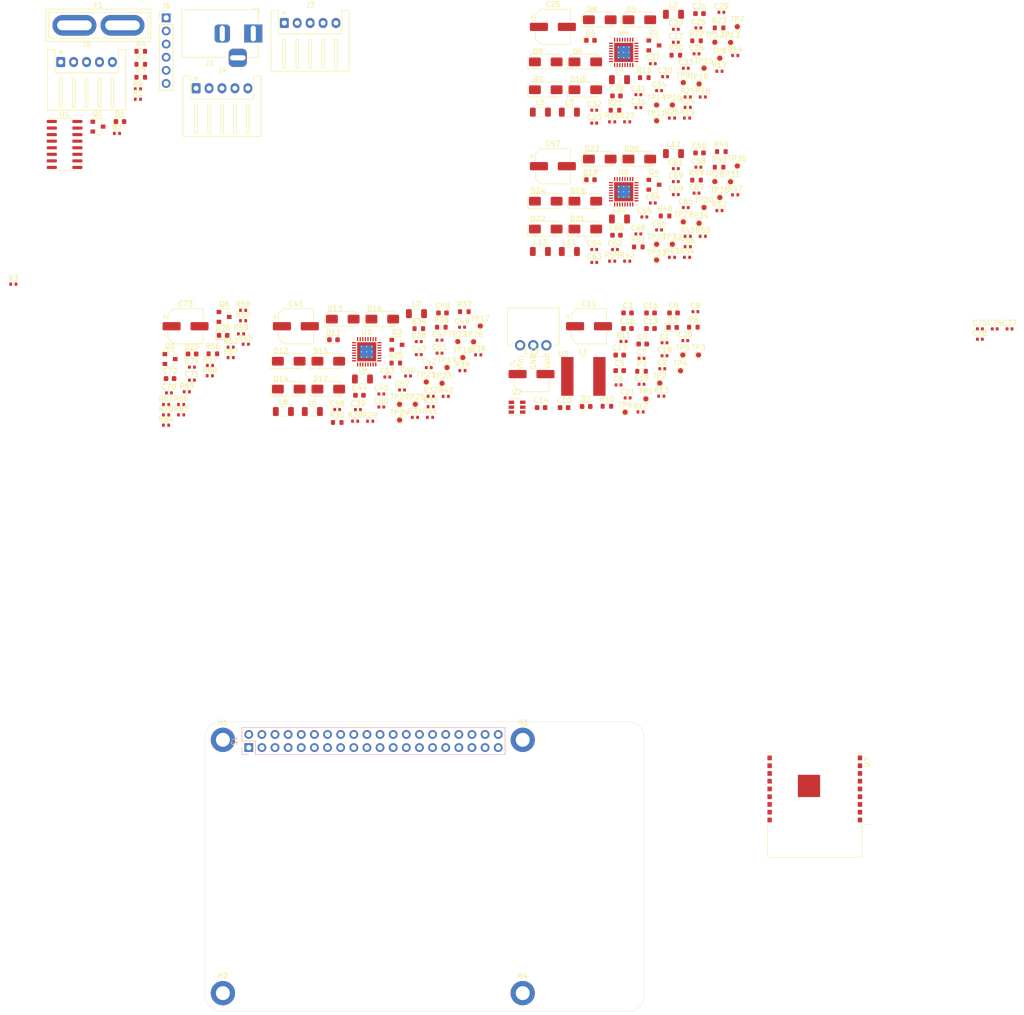
<source format=kicad_pcb>
(kicad_pcb (version 20171130) (host pcbnew 5.1.12-84ad8e8a86~92~ubuntu20.04.1)

  (general
    (thickness 1.6)
    (drawings 8)
    (tracks 0)
    (zones 0)
    (modules 247)
    (nets 145)
  )

  (page A4)
  (layers
    (0 F.Cu signal)
    (1 In1.Cu power)
    (2 In2.Cu power)
    (31 B.Cu signal)
    (32 B.Adhes user)
    (33 F.Adhes user)
    (34 B.Paste user)
    (35 F.Paste user)
    (36 B.SilkS user)
    (37 F.SilkS user)
    (38 B.Mask user)
    (39 F.Mask user)
    (40 Dwgs.User user)
    (41 Cmts.User user)
    (42 Eco1.User user)
    (43 Eco2.User user)
    (44 Edge.Cuts user)
    (45 Margin user)
    (46 B.CrtYd user)
    (47 F.CrtYd user)
    (48 B.Fab user)
    (49 F.Fab user)
  )

  (setup
    (last_trace_width 0.25)
    (trace_clearance 0.2)
    (zone_clearance 0.508)
    (zone_45_only no)
    (trace_min 0.2)
    (via_size 0.8)
    (via_drill 0.4)
    (via_min_size 0.4)
    (via_min_drill 0.3)
    (uvia_size 0.3)
    (uvia_drill 0.1)
    (uvias_allowed no)
    (uvia_min_size 0.2)
    (uvia_min_drill 0.1)
    (edge_width 0.05)
    (segment_width 0.2)
    (pcb_text_width 0.3)
    (pcb_text_size 1.5 1.5)
    (mod_edge_width 0.12)
    (mod_text_size 1 1)
    (mod_text_width 0.15)
    (pad_size 1.524 1.524)
    (pad_drill 0.762)
    (pad_to_mask_clearance 0)
    (aux_axis_origin 0 0)
    (visible_elements FFFFFF7F)
    (pcbplotparams
      (layerselection 0x010fc_ffffffff)
      (usegerberextensions false)
      (usegerberattributes true)
      (usegerberadvancedattributes true)
      (creategerberjobfile true)
      (excludeedgelayer true)
      (linewidth 0.100000)
      (plotframeref false)
      (viasonmask false)
      (mode 1)
      (useauxorigin false)
      (hpglpennumber 1)
      (hpglpenspeed 20)
      (hpglpendiameter 15.000000)
      (psnegative false)
      (psa4output false)
      (plotreference true)
      (plotvalue true)
      (plotinvisibletext false)
      (padsonsilk false)
      (subtractmaskfromsilk false)
      (outputformat 1)
      (mirror false)
      (drillshape 1)
      (scaleselection 1)
      (outputdirectory ""))
  )

  (net 0 "")
  (net 1 +12V)
  (net 2 GND)
  (net 3 "Net-(C9-Pad2)")
  (net 4 "Net-(C9-Pad1)")
  (net 5 +5V)
  (net 6 +3V3)
  (net 7 "Net-(C26-Pad2)")
  (net 8 "Net-(C27-Pad1)")
  (net 9 "Net-(C29-Pad1)")
  (net 10 "Net-(C29-Pad2)")
  (net 11 "/Motor driver 0/VREF")
  (net 12 /OA1_0)
  (net 13 /OA2_0)
  (net 14 /OB1_0)
  (net 15 /OB2_0)
  (net 16 "Net-(C36-Pad2)")
  (net 17 "Net-(C37-Pad2)")
  (net 18 "Net-(C42-Pad2)")
  (net 19 "Net-(C43-Pad1)")
  (net 20 "Net-(C45-Pad1)")
  (net 21 "Net-(C45-Pad2)")
  (net 22 "/Motor driver 1/VREF")
  (net 23 /OA1_1)
  (net 24 /OA2_1)
  (net 25 /OB1_1)
  (net 26 /OB2_1)
  (net 27 "Net-(C52-Pad2)")
  (net 28 "Net-(C53-Pad2)")
  (net 29 "Net-(C58-Pad2)")
  (net 30 "Net-(C59-Pad1)")
  (net 31 "Net-(C61-Pad2)")
  (net 32 "Net-(C61-Pad1)")
  (net 33 "/Motor driver 2/VREF")
  (net 34 /OA1_2)
  (net 35 /OA2_2)
  (net 36 /OB1_2)
  (net 37 /OB2_2)
  (net 38 "Net-(C68-Pad2)")
  (net 39 "Net-(C69-Pad2)")
  (net 40 /ESP8266/~RST_ESP)
  (net 41 "Net-(D1-Pad1)")
  (net 42 "Net-(D2-Pad1)")
  (net 43 "Net-(D3-Pad1)")
  (net 44 "Net-(D4-Pad1)")
  (net 45 "Net-(D11-Pad1)")
  (net 46 "Net-(D18-Pad1)")
  (net 47 "Net-(D25-Pad1)")
  (net 48 /ESP8266/GPIO5_ESP)
  (net 49 "Net-(D26-Pad1)")
  (net 50 "Net-(F1-Pad1)")
  (net 51 "Net-(F1-Pad2)")
  (net 52 /GPIO2_PI)
  (net 53 /GPIO3_PI)
  (net 54 /GND_PI)
  (net 55 /GPIO4_PI)
  (net 56 "/UART_TX(14)_PI")
  (net 57 "/UART_RX(15)_PI")
  (net 58 /GPIO17_PI)
  (net 59 /GPIO18_PI)
  (net 60 /GPIO27_PI)
  (net 61 /GPIO22_PI)
  (net 62 /GPIO23_PI)
  (net 63 /GPIO24_PI)
  (net 64 "/MOSI(10)_PI")
  (net 65 "/MISO(9)_PI")
  (net 66 /GPIO25_PI)
  (net 67 "/CLK(11)_PI")
  (net 68 "/CE0(8)_PI")
  (net 69 /GPIO7_PI)
  (net 70 /GPIO0_PI)
  (net 71 /GPIO1_PI)
  (net 72 /GPIO5_PI)
  (net 73 /GPIO6_PI)
  (net 74 "/PWM0(12)_PI")
  (net 75 "/PWM1(13)_PI")
  (net 76 /GPIO19_PI)
  (net 77 /GPIO16_PI)
  (net 78 /GPIO26_PI)
  (net 79 /GPIO20_PI)
  (net 80 /GPIO21_PI)
  (net 81 "Net-(J3-Pad5)")
  (net 82 "Net-(J4-Pad5)")
  (net 83 "Net-(J5-Pad5)")
  (net 84 /ESP8266/~RTS_ESP)
  (net 85 /ESP8266/~DTR_ESP)
  (net 86 /ESP8266/RX_ESP)
  (net 87 /ESP8266/TX_ESP)
  (net 88 "/Motor driver 0/OA1_FILTERED")
  (net 89 "/Motor driver 0/OA2_FILTERED")
  (net 90 "/Motor driver 0/OB1_FILTERED")
  (net 91 "/Motor driver 0/OB2_FILTERED")
  (net 92 "/Motor driver 1/OA1_FILTERED")
  (net 93 "/Motor driver 1/OA2_FILTERED")
  (net 94 "/Motor driver 1/OB1_FILTERED")
  (net 95 "/Motor driver 1/OB2_FILTERED")
  (net 96 "/Motor driver 2/OA1_FILTERED")
  (net 97 "/Motor driver 2/OA2_FILTERED")
  (net 98 "/Motor driver 2/OB1_FILTERED")
  (net 99 "/Motor driver 2/OB2_FILTERED")
  (net 100 "Net-(Q1-Pad1)")
  (net 101 "Net-(Q2-Pad1)")
  (net 102 "Net-(Q2-Pad3)")
  (net 103 "Net-(Q3-Pad3)")
  (net 104 "Net-(Q3-Pad1)")
  (net 105 "Net-(Q4-Pad1)")
  (net 106 "Net-(Q4-Pad3)")
  (net 107 "Net-(Q5-Pad1)")
  (net 108 /ESP8266/GPIO0_ESP)
  (net 109 "Net-(Q6-Pad1)")
  (net 110 /ESP8266/ADC_ESP)
  (net 111 "Net-(R11-Pad1)")
  (net 112 /GPIO4_ESP)
  (net 113 "/Motor driver 0/DIAG")
  (net 114 "/Motor driver 0/VREF_OVR")
  (net 115 "/Motor driver 0/MS1")
  (net 116 "/Motor driver 0/MS2")
  (net 117 "/PWM0_PI(12)")
  (net 118 "/Motor driver 0/~PDN_UART")
  (net 119 "/Motor driver 1/DIAG")
  (net 120 "/Motor driver 1/VREF_OVR")
  (net 121 "/Motor driver 1/MS1")
  (net 122 "/Motor driver 1/MS2")
  (net 123 "/PWM1_PI(13)")
  (net 124 "/Motor driver 1/~PDN_UART")
  (net 125 "/Motor driver 2/DIAG")
  (net 126 "/Motor driver 2/VREF_OVR")
  (net 127 "/Motor driver 2/MS1")
  (net 128 "/Motor driver 2/MS2")
  (net 129 "/Motor driver 2/~PDN_UART")
  (net 130 /ESP8266/GPIO2_ESP)
  (net 131 /ESP8266/EN_ESP)
  (net 132 "Net-(U1-Pad1)")
  (net 133 "Net-(U1-Pad2)")
  (net 134 "Net-(U1-Pad4)")
  (net 135 "Net-(U1-Pad5)")
  (net 136 "Net-(U1-Pad12)")
  (net 137 "Net-(U4-Pad2)")
  (net 138 "Net-(U5-Pad2)")
  (net 139 "Net-(U6-Pad2)")
  (net 140 /ESP8266/~RST)
  (net 141 "Net-(C75-Pad2)")
  (net 142 "Net-(C76-Pad2)")
  (net 143 "Net-(C77-Pad2)")
  (net 144 "Net-(C78-Pad2)")

  (net_class Default "This is the default net class."
    (clearance 0.2)
    (trace_width 0.25)
    (via_dia 0.8)
    (via_drill 0.4)
    (uvia_dia 0.3)
    (uvia_drill 0.1)
    (add_net +12V)
    (add_net +3V3)
    (add_net +5V)
    (add_net "/CE0(8)_PI")
    (add_net "/CLK(11)_PI")
    (add_net /ESP8266/ADC_ESP)
    (add_net /ESP8266/EN_ESP)
    (add_net /ESP8266/GPIO0_ESP)
    (add_net /ESP8266/GPIO2_ESP)
    (add_net /ESP8266/GPIO5_ESP)
    (add_net /ESP8266/RX_ESP)
    (add_net /ESP8266/TX_ESP)
    (add_net /ESP8266/~DTR_ESP)
    (add_net /ESP8266/~RST)
    (add_net /ESP8266/~RST_ESP)
    (add_net /ESP8266/~RTS_ESP)
    (add_net /GND_PI)
    (add_net /GPIO0_PI)
    (add_net /GPIO16_PI)
    (add_net /GPIO17_PI)
    (add_net /GPIO18_PI)
    (add_net /GPIO19_PI)
    (add_net /GPIO1_PI)
    (add_net /GPIO20_PI)
    (add_net /GPIO21_PI)
    (add_net /GPIO22_PI)
    (add_net /GPIO23_PI)
    (add_net /GPIO24_PI)
    (add_net /GPIO25_PI)
    (add_net /GPIO26_PI)
    (add_net /GPIO27_PI)
    (add_net /GPIO2_PI)
    (add_net /GPIO3_PI)
    (add_net /GPIO4_ESP)
    (add_net /GPIO4_PI)
    (add_net /GPIO5_PI)
    (add_net /GPIO6_PI)
    (add_net /GPIO7_PI)
    (add_net "/MISO(9)_PI")
    (add_net "/MOSI(10)_PI")
    (add_net "/Motor driver 0/DIAG")
    (add_net "/Motor driver 0/MS1")
    (add_net "/Motor driver 0/MS2")
    (add_net "/Motor driver 0/OA1_FILTERED")
    (add_net "/Motor driver 0/OA2_FILTERED")
    (add_net "/Motor driver 0/OB1_FILTERED")
    (add_net "/Motor driver 0/OB2_FILTERED")
    (add_net "/Motor driver 0/VREF")
    (add_net "/Motor driver 0/VREF_OVR")
    (add_net "/Motor driver 0/~PDN_UART")
    (add_net "/Motor driver 1/DIAG")
    (add_net "/Motor driver 1/MS1")
    (add_net "/Motor driver 1/MS2")
    (add_net "/Motor driver 1/OA1_FILTERED")
    (add_net "/Motor driver 1/OA2_FILTERED")
    (add_net "/Motor driver 1/OB1_FILTERED")
    (add_net "/Motor driver 1/OB2_FILTERED")
    (add_net "/Motor driver 1/VREF")
    (add_net "/Motor driver 1/VREF_OVR")
    (add_net "/Motor driver 1/~PDN_UART")
    (add_net "/Motor driver 2/DIAG")
    (add_net "/Motor driver 2/MS1")
    (add_net "/Motor driver 2/MS2")
    (add_net "/Motor driver 2/OA1_FILTERED")
    (add_net "/Motor driver 2/OA2_FILTERED")
    (add_net "/Motor driver 2/OB1_FILTERED")
    (add_net "/Motor driver 2/OB2_FILTERED")
    (add_net "/Motor driver 2/VREF")
    (add_net "/Motor driver 2/VREF_OVR")
    (add_net "/Motor driver 2/~PDN_UART")
    (add_net /OA1_0)
    (add_net /OA1_1)
    (add_net /OA1_2)
    (add_net /OA2_0)
    (add_net /OA2_1)
    (add_net /OA2_2)
    (add_net /OB1_0)
    (add_net /OB1_1)
    (add_net /OB1_2)
    (add_net /OB2_0)
    (add_net /OB2_1)
    (add_net /OB2_2)
    (add_net "/PWM0(12)_PI")
    (add_net "/PWM0_PI(12)")
    (add_net "/PWM1(13)_PI")
    (add_net "/PWM1_PI(13)")
    (add_net "/UART_RX(15)_PI")
    (add_net "/UART_TX(14)_PI")
    (add_net GND)
    (add_net "Net-(C26-Pad2)")
    (add_net "Net-(C27-Pad1)")
    (add_net "Net-(C29-Pad1)")
    (add_net "Net-(C29-Pad2)")
    (add_net "Net-(C36-Pad2)")
    (add_net "Net-(C37-Pad2)")
    (add_net "Net-(C42-Pad2)")
    (add_net "Net-(C43-Pad1)")
    (add_net "Net-(C45-Pad1)")
    (add_net "Net-(C45-Pad2)")
    (add_net "Net-(C52-Pad2)")
    (add_net "Net-(C53-Pad2)")
    (add_net "Net-(C58-Pad2)")
    (add_net "Net-(C59-Pad1)")
    (add_net "Net-(C61-Pad1)")
    (add_net "Net-(C61-Pad2)")
    (add_net "Net-(C68-Pad2)")
    (add_net "Net-(C69-Pad2)")
    (add_net "Net-(C75-Pad2)")
    (add_net "Net-(C76-Pad2)")
    (add_net "Net-(C77-Pad2)")
    (add_net "Net-(C78-Pad2)")
    (add_net "Net-(C9-Pad1)")
    (add_net "Net-(C9-Pad2)")
    (add_net "Net-(D1-Pad1)")
    (add_net "Net-(D11-Pad1)")
    (add_net "Net-(D18-Pad1)")
    (add_net "Net-(D2-Pad1)")
    (add_net "Net-(D25-Pad1)")
    (add_net "Net-(D26-Pad1)")
    (add_net "Net-(D3-Pad1)")
    (add_net "Net-(D4-Pad1)")
    (add_net "Net-(F1-Pad1)")
    (add_net "Net-(F1-Pad2)")
    (add_net "Net-(J3-Pad5)")
    (add_net "Net-(J4-Pad5)")
    (add_net "Net-(J5-Pad5)")
    (add_net "Net-(Q1-Pad1)")
    (add_net "Net-(Q2-Pad1)")
    (add_net "Net-(Q2-Pad3)")
    (add_net "Net-(Q3-Pad1)")
    (add_net "Net-(Q3-Pad3)")
    (add_net "Net-(Q4-Pad1)")
    (add_net "Net-(Q4-Pad3)")
    (add_net "Net-(Q5-Pad1)")
    (add_net "Net-(Q6-Pad1)")
    (add_net "Net-(R11-Pad1)")
    (add_net "Net-(U1-Pad1)")
    (add_net "Net-(U1-Pad12)")
    (add_net "Net-(U1-Pad2)")
    (add_net "Net-(U1-Pad4)")
    (add_net "Net-(U1-Pad5)")
    (add_net "Net-(U4-Pad2)")
    (add_net "Net-(U5-Pad2)")
    (add_net "Net-(U6-Pad2)")
  )

  (module SaMcam_shield:TVS_Diode_Wuerth_824501241 (layer F.Cu) (tedit 6196D0AF) (tstamp 61970565)
    (at 196.405001 -75.804999)
    (descr "Diode SMD 2114 (3652 Metric), square (rectangular) end terminal, IPC_7351 nominal, (Body size from: http://datasheets.avx.com/schottky.pdf), generated with kicad-footprint-generator")
    (tags diode)
    (path /60355F25/6066420F)
    (attr smd)
    (fp_text reference D8 (at -1.5 -2) (layer F.SilkS)
      (effects (font (size 1 1) (thickness 0.15)))
    )
    (fp_text value D_TVS (at 0 2.82) (layer F.Fab)
      (effects (font (size 1 1) (thickness 0.15)))
    )
    (fp_text user %R (at 0 0) (layer F.Fab)
      (effects (font (size 1 1) (thickness 0.15)))
    )
    (fp_line (start 3.3 1.4) (end -3.3 1.4) (layer F.CrtYd) (width 0.05))
    (fp_line (start 3.3 -1.5) (end 3.3 1.4) (layer F.CrtYd) (width 0.05))
    (fp_line (start -3.3 -1.5) (end 3.3 -1.5) (layer F.CrtYd) (width 0.05))
    (fp_line (start -3.3 1.4) (end -3.3 -1.5) (layer F.CrtYd) (width 0.05))
    (fp_line (start -3.5 1.4) (end 2.4 1.4) (layer F.SilkS) (width 0.12))
    (fp_line (start -3.5 -0.7) (end -3.5 1.4) (layer F.SilkS) (width 0.12))
    (fp_line (start 2.4 -1.5) (end -2.7 -1.5) (layer F.SilkS) (width 0.12))
    (fp_line (start 2.4 1.4) (end 2.4 -1.5) (layer F.Fab) (width 0.1))
    (fp_line (start -3.5 1.4) (end 2.4 1.4) (layer F.Fab) (width 0.1))
    (fp_line (start -3.5 -0.7) (end -3.5 1.4) (layer F.Fab) (width 0.1))
    (fp_line (start -2.7 -1.5) (end -3.5 -0.7) (layer F.Fab) (width 0.1))
    (fp_line (start 2.4 -1.5) (end -2.7 -1.5) (layer F.Fab) (width 0.1))
    (fp_line (start -2.7 -1.5) (end -3.5 -0.7) (layer F.SilkS) (width 0.12))
    (fp_line (start 2.4 1.4) (end 2.4 1) (layer F.SilkS) (width 0.12))
    (fp_line (start 2.4 -1.1) (end 2.4 -1.5) (layer F.SilkS) (width 0.12))
    (pad 2 smd roundrect (at 2.1 0) (size 2.3 1.7) (layers F.Cu F.Paste F.Mask) (roundrect_rratio 0.149)
      (net 14 /OB1_0))
    (pad 1 smd roundrect (at -2.1 0) (size 2.3 1.7) (layers F.Cu F.Paste F.Mask) (roundrect_rratio 0.149)
      (net 2 GND))
    (model ${KIPRJMOD}/packages3d/TVS_Diode_Wuerth_824501241.stp
      (offset (xyz 0 0 1.2))
      (scale (xyz 1 1 1))
      (rotate (xyz -90 0 0))
    )
  )

  (module SaMcam_shield:TVS_Diode_Wuerth_824501241 (layer F.Cu) (tedit 6196D0AF) (tstamp 6197052F)
    (at 204.055001 -75.804999)
    (descr "Diode SMD 2114 (3652 Metric), square (rectangular) end terminal, IPC_7351 nominal, (Body size from: http://datasheets.avx.com/schottky.pdf), generated with kicad-footprint-generator")
    (tags diode)
    (path /60355F25/605F9627)
    (attr smd)
    (fp_text reference D5 (at -1.5 -2) (layer F.SilkS)
      (effects (font (size 1 1) (thickness 0.15)))
    )
    (fp_text value D_TVS (at 0 2.82) (layer F.Fab)
      (effects (font (size 1 1) (thickness 0.15)))
    )
    (fp_text user %R (at 0 0) (layer F.Fab)
      (effects (font (size 1 1) (thickness 0.15)))
    )
    (fp_line (start 3.3 1.4) (end -3.3 1.4) (layer F.CrtYd) (width 0.05))
    (fp_line (start 3.3 -1.5) (end 3.3 1.4) (layer F.CrtYd) (width 0.05))
    (fp_line (start -3.3 -1.5) (end 3.3 -1.5) (layer F.CrtYd) (width 0.05))
    (fp_line (start -3.3 1.4) (end -3.3 -1.5) (layer F.CrtYd) (width 0.05))
    (fp_line (start -3.5 1.4) (end 2.4 1.4) (layer F.SilkS) (width 0.12))
    (fp_line (start -3.5 -0.7) (end -3.5 1.4) (layer F.SilkS) (width 0.12))
    (fp_line (start 2.4 -1.5) (end -2.7 -1.5) (layer F.SilkS) (width 0.12))
    (fp_line (start 2.4 1.4) (end 2.4 -1.5) (layer F.Fab) (width 0.1))
    (fp_line (start -3.5 1.4) (end 2.4 1.4) (layer F.Fab) (width 0.1))
    (fp_line (start -3.5 -0.7) (end -3.5 1.4) (layer F.Fab) (width 0.1))
    (fp_line (start -2.7 -1.5) (end -3.5 -0.7) (layer F.Fab) (width 0.1))
    (fp_line (start 2.4 -1.5) (end -2.7 -1.5) (layer F.Fab) (width 0.1))
    (fp_line (start -2.7 -1.5) (end -3.5 -0.7) (layer F.SilkS) (width 0.12))
    (fp_line (start 2.4 1.4) (end 2.4 1) (layer F.SilkS) (width 0.12))
    (fp_line (start 2.4 -1.1) (end 2.4 -1.5) (layer F.SilkS) (width 0.12))
    (pad 2 smd roundrect (at 2.1 0) (size 2.3 1.7) (layers F.Cu F.Paste F.Mask) (roundrect_rratio 0.149)
      (net 12 /OA1_0))
    (pad 1 smd roundrect (at -2.1 0) (size 2.3 1.7) (layers F.Cu F.Paste F.Mask) (roundrect_rratio 0.149)
      (net 2 GND))
    (model ${KIPRJMOD}/packages3d/TVS_Diode_Wuerth_824501241.stp
      (offset (xyz 0 0 1.2))
      (scale (xyz 1 1 1))
      (rotate (xyz -90 0 0))
    )
  )

  (module Capacitor_SMD:C_0402_1005Metric (layer F.Cu) (tedit 5F68FEEE) (tstamp 6196BD20)
    (at 269.935001 -16)
    (descr "Capacitor SMD 0402 (1005 Metric), square (rectangular) end terminal, IPC_7351 nominal, (Body size source: IPC-SM-782 page 76, https://www.pcb-3d.com/wordpress/wp-content/uploads/ipc-sm-782a_amendment_1_and_2.pdf), generated with kicad-footprint-generator")
    (tags capacitor)
    (path /61E92A71)
    (attr smd)
    (fp_text reference C75 (at 0 -1.16) (layer F.SilkS)
      (effects (font (size 1 1) (thickness 0.15)))
    )
    (fp_text value "100 nF" (at 0 1.16) (layer F.Fab)
      (effects (font (size 1 1) (thickness 0.15)))
    )
    (fp_text user %R (at 0 0) (layer F.Fab)
      (effects (font (size 0.25 0.25) (thickness 0.04)))
    )
    (fp_line (start -0.5 0.25) (end -0.5 -0.25) (layer F.Fab) (width 0.1))
    (fp_line (start -0.5 -0.25) (end 0.5 -0.25) (layer F.Fab) (width 0.1))
    (fp_line (start 0.5 -0.25) (end 0.5 0.25) (layer F.Fab) (width 0.1))
    (fp_line (start 0.5 0.25) (end -0.5 0.25) (layer F.Fab) (width 0.1))
    (fp_line (start -0.107836 -0.36) (end 0.107836 -0.36) (layer F.SilkS) (width 0.12))
    (fp_line (start -0.107836 0.36) (end 0.107836 0.36) (layer F.SilkS) (width 0.12))
    (fp_line (start -0.91 0.46) (end -0.91 -0.46) (layer F.CrtYd) (width 0.05))
    (fp_line (start -0.91 -0.46) (end 0.91 -0.46) (layer F.CrtYd) (width 0.05))
    (fp_line (start 0.91 -0.46) (end 0.91 0.46) (layer F.CrtYd) (width 0.05))
    (fp_line (start 0.91 0.46) (end -0.91 0.46) (layer F.CrtYd) (width 0.05))
    (pad 2 smd roundrect (at 0.48 0) (size 0.56 0.62) (layers F.Cu F.Paste F.Mask) (roundrect_rratio 0.25)
      (net 141 "Net-(C75-Pad2)"))
    (pad 1 smd roundrect (at -0.48 0) (size 0.56 0.62) (layers F.Cu F.Paste F.Mask) (roundrect_rratio 0.25)
      (net 2 GND))
    (model ${KISYS3DMOD}/Capacitor_SMD.3dshapes/C_0402_1005Metric.wrl
      (at (xyz 0 0 0))
      (scale (xyz 1 1 1))
      (rotate (xyz 0 0 0))
    )
  )

  (module Capacitor_SMD:C_0402_1005Metric (layer F.Cu) (tedit 5F68FEEE) (tstamp 6196BD31)
    (at 272.805001 -16)
    (descr "Capacitor SMD 0402 (1005 Metric), square (rectangular) end terminal, IPC_7351 nominal, (Body size source: IPC-SM-782 page 76, https://www.pcb-3d.com/wordpress/wp-content/uploads/ipc-sm-782a_amendment_1_and_2.pdf), generated with kicad-footprint-generator")
    (tags capacitor)
    (path /61E9DDA2)
    (attr smd)
    (fp_text reference C76 (at 0 -1.16) (layer F.SilkS)
      (effects (font (size 1 1) (thickness 0.15)))
    )
    (fp_text value "100 nF" (at 0 1.16) (layer F.Fab)
      (effects (font (size 1 1) (thickness 0.15)))
    )
    (fp_text user %R (at 0 0) (layer F.Fab)
      (effects (font (size 0.25 0.25) (thickness 0.04)))
    )
    (fp_line (start -0.5 0.25) (end -0.5 -0.25) (layer F.Fab) (width 0.1))
    (fp_line (start -0.5 -0.25) (end 0.5 -0.25) (layer F.Fab) (width 0.1))
    (fp_line (start 0.5 -0.25) (end 0.5 0.25) (layer F.Fab) (width 0.1))
    (fp_line (start 0.5 0.25) (end -0.5 0.25) (layer F.Fab) (width 0.1))
    (fp_line (start -0.107836 -0.36) (end 0.107836 -0.36) (layer F.SilkS) (width 0.12))
    (fp_line (start -0.107836 0.36) (end 0.107836 0.36) (layer F.SilkS) (width 0.12))
    (fp_line (start -0.91 0.46) (end -0.91 -0.46) (layer F.CrtYd) (width 0.05))
    (fp_line (start -0.91 -0.46) (end 0.91 -0.46) (layer F.CrtYd) (width 0.05))
    (fp_line (start 0.91 -0.46) (end 0.91 0.46) (layer F.CrtYd) (width 0.05))
    (fp_line (start 0.91 0.46) (end -0.91 0.46) (layer F.CrtYd) (width 0.05))
    (pad 2 smd roundrect (at 0.48 0) (size 0.56 0.62) (layers F.Cu F.Paste F.Mask) (roundrect_rratio 0.25)
      (net 142 "Net-(C76-Pad2)"))
    (pad 1 smd roundrect (at -0.48 0) (size 0.56 0.62) (layers F.Cu F.Paste F.Mask) (roundrect_rratio 0.25)
      (net 2 GND))
    (model ${KISYS3DMOD}/Capacitor_SMD.3dshapes/C_0402_1005Metric.wrl
      (at (xyz 0 0 0))
      (scale (xyz 1 1 1))
      (rotate (xyz 0 0 0))
    )
  )

  (module Capacitor_SMD:C_0402_1005Metric (layer F.Cu) (tedit 5F68FEEE) (tstamp 6196BD42)
    (at 275.675001 -16)
    (descr "Capacitor SMD 0402 (1005 Metric), square (rectangular) end terminal, IPC_7351 nominal, (Body size source: IPC-SM-782 page 76, https://www.pcb-3d.com/wordpress/wp-content/uploads/ipc-sm-782a_amendment_1_and_2.pdf), generated with kicad-footprint-generator")
    (tags capacitor)
    (path /61EA4F00)
    (attr smd)
    (fp_text reference C77 (at 0 -1.16) (layer F.SilkS)
      (effects (font (size 1 1) (thickness 0.15)))
    )
    (fp_text value "100 nF" (at 0 1.16) (layer F.Fab)
      (effects (font (size 1 1) (thickness 0.15)))
    )
    (fp_text user %R (at 0 0) (layer F.Fab)
      (effects (font (size 0.25 0.25) (thickness 0.04)))
    )
    (fp_line (start -0.5 0.25) (end -0.5 -0.25) (layer F.Fab) (width 0.1))
    (fp_line (start -0.5 -0.25) (end 0.5 -0.25) (layer F.Fab) (width 0.1))
    (fp_line (start 0.5 -0.25) (end 0.5 0.25) (layer F.Fab) (width 0.1))
    (fp_line (start 0.5 0.25) (end -0.5 0.25) (layer F.Fab) (width 0.1))
    (fp_line (start -0.107836 -0.36) (end 0.107836 -0.36) (layer F.SilkS) (width 0.12))
    (fp_line (start -0.107836 0.36) (end 0.107836 0.36) (layer F.SilkS) (width 0.12))
    (fp_line (start -0.91 0.46) (end -0.91 -0.46) (layer F.CrtYd) (width 0.05))
    (fp_line (start -0.91 -0.46) (end 0.91 -0.46) (layer F.CrtYd) (width 0.05))
    (fp_line (start 0.91 -0.46) (end 0.91 0.46) (layer F.CrtYd) (width 0.05))
    (fp_line (start 0.91 0.46) (end -0.91 0.46) (layer F.CrtYd) (width 0.05))
    (pad 2 smd roundrect (at 0.48 0) (size 0.56 0.62) (layers F.Cu F.Paste F.Mask) (roundrect_rratio 0.25)
      (net 143 "Net-(C77-Pad2)"))
    (pad 1 smd roundrect (at -0.48 0) (size 0.56 0.62) (layers F.Cu F.Paste F.Mask) (roundrect_rratio 0.25)
      (net 2 GND))
    (model ${KISYS3DMOD}/Capacitor_SMD.3dshapes/C_0402_1005Metric.wrl
      (at (xyz 0 0 0))
      (scale (xyz 1 1 1))
      (rotate (xyz 0 0 0))
    )
  )

  (module Capacitor_SMD:C_0402_1005Metric (layer F.Cu) (tedit 5F68FEEE) (tstamp 6196BD53)
    (at 269.935001 -14)
    (descr "Capacitor SMD 0402 (1005 Metric), square (rectangular) end terminal, IPC_7351 nominal, (Body size source: IPC-SM-782 page 76, https://www.pcb-3d.com/wordpress/wp-content/uploads/ipc-sm-782a_amendment_1_and_2.pdf), generated with kicad-footprint-generator")
    (tags capacitor)
    (path /61EAC382)
    (attr smd)
    (fp_text reference C78 (at 0 -1.16) (layer F.SilkS)
      (effects (font (size 1 1) (thickness 0.15)))
    )
    (fp_text value "100 nF" (at 0 1.16) (layer F.Fab)
      (effects (font (size 1 1) (thickness 0.15)))
    )
    (fp_text user %R (at 0 0) (layer F.Fab)
      (effects (font (size 0.25 0.25) (thickness 0.04)))
    )
    (fp_line (start -0.5 0.25) (end -0.5 -0.25) (layer F.Fab) (width 0.1))
    (fp_line (start -0.5 -0.25) (end 0.5 -0.25) (layer F.Fab) (width 0.1))
    (fp_line (start 0.5 -0.25) (end 0.5 0.25) (layer F.Fab) (width 0.1))
    (fp_line (start 0.5 0.25) (end -0.5 0.25) (layer F.Fab) (width 0.1))
    (fp_line (start -0.107836 -0.36) (end 0.107836 -0.36) (layer F.SilkS) (width 0.12))
    (fp_line (start -0.107836 0.36) (end 0.107836 0.36) (layer F.SilkS) (width 0.12))
    (fp_line (start -0.91 0.46) (end -0.91 -0.46) (layer F.CrtYd) (width 0.05))
    (fp_line (start -0.91 -0.46) (end 0.91 -0.46) (layer F.CrtYd) (width 0.05))
    (fp_line (start 0.91 -0.46) (end 0.91 0.46) (layer F.CrtYd) (width 0.05))
    (fp_line (start 0.91 0.46) (end -0.91 0.46) (layer F.CrtYd) (width 0.05))
    (pad 2 smd roundrect (at 0.48 0) (size 0.56 0.62) (layers F.Cu F.Paste F.Mask) (roundrect_rratio 0.25)
      (net 144 "Net-(C78-Pad2)"))
    (pad 1 smd roundrect (at -0.48 0) (size 0.56 0.62) (layers F.Cu F.Paste F.Mask) (roundrect_rratio 0.25)
      (net 2 GND))
    (model ${KISYS3DMOD}/Capacitor_SMD.3dshapes/C_0402_1005Metric.wrl
      (at (xyz 0 0 0))
      (scale (xyz 1 1 1))
      (rotate (xyz 0 0 0))
    )
  )

  (module MountingHole:MountingHole_2.7mm_M2.5_DIN965_Pad (layer F.Cu) (tedit 56D1B4CB) (tstamp 6196BD5B)
    (at 123.5 63.5)
    (descr "Mounting Hole 2.7mm, M2.5, DIN965")
    (tags "mounting hole 2.7mm m2.5 din965")
    (path /61E84F2A)
    (attr virtual)
    (fp_text reference H1 (at 0 -3.35) (layer F.SilkS)
      (effects (font (size 1 1) (thickness 0.15)))
    )
    (fp_text value MountingHole_Pad (at 0 3.35) (layer F.Fab)
      (effects (font (size 1 1) (thickness 0.15)))
    )
    (fp_text user %R (at 0.3 0) (layer F.Fab)
      (effects (font (size 1 1) (thickness 0.15)))
    )
    (fp_circle (center 0 0) (end 2.35 0) (layer Cmts.User) (width 0.15))
    (fp_circle (center 0 0) (end 2.6 0) (layer F.CrtYd) (width 0.05))
    (pad 1 thru_hole circle (at 0 0) (size 4.7 4.7) (drill 2.7) (layers *.Cu *.Mask)
      (net 141 "Net-(C75-Pad2)"))
  )

  (module MountingHole:MountingHole_2.7mm_M2.5_DIN965_Pad (layer F.Cu) (tedit 56D1B4CB) (tstamp 6196BD63)
    (at 123.5 112.5)
    (descr "Mounting Hole 2.7mm, M2.5, DIN965")
    (tags "mounting hole 2.7mm m2.5 din965")
    (path /61E9DD95)
    (attr virtual)
    (fp_text reference H2 (at 0 -3.35) (layer F.SilkS)
      (effects (font (size 1 1) (thickness 0.15)))
    )
    (fp_text value MountingHole_Pad (at 0 3.35) (layer F.Fab)
      (effects (font (size 1 1) (thickness 0.15)))
    )
    (fp_text user %R (at 0.3 0) (layer F.Fab)
      (effects (font (size 1 1) (thickness 0.15)))
    )
    (fp_circle (center 0 0) (end 2.35 0) (layer Cmts.User) (width 0.15))
    (fp_circle (center 0 0) (end 2.6 0) (layer F.CrtYd) (width 0.05))
    (pad 1 thru_hole circle (at 0 0) (size 4.7 4.7) (drill 2.7) (layers *.Cu *.Mask)
      (net 142 "Net-(C76-Pad2)"))
  )

  (module MountingHole:MountingHole_2.7mm_M2.5_DIN965_Pad (layer F.Cu) (tedit 56D1B4CB) (tstamp 6196BD6B)
    (at 181.5 63.5)
    (descr "Mounting Hole 2.7mm, M2.5, DIN965")
    (tags "mounting hole 2.7mm m2.5 din965")
    (path /61EA4EF3)
    (attr virtual)
    (fp_text reference H3 (at 0 -3.35) (layer F.SilkS)
      (effects (font (size 1 1) (thickness 0.15)))
    )
    (fp_text value MountingHole_Pad (at 0 3.35) (layer F.Fab)
      (effects (font (size 1 1) (thickness 0.15)))
    )
    (fp_text user %R (at 0.3 0) (layer F.Fab)
      (effects (font (size 1 1) (thickness 0.15)))
    )
    (fp_circle (center 0 0) (end 2.35 0) (layer Cmts.User) (width 0.15))
    (fp_circle (center 0 0) (end 2.6 0) (layer F.CrtYd) (width 0.05))
    (pad 1 thru_hole circle (at 0 0) (size 4.7 4.7) (drill 2.7) (layers *.Cu *.Mask)
      (net 143 "Net-(C77-Pad2)"))
  )

  (module MountingHole:MountingHole_2.7mm_M2.5_DIN965_Pad (layer F.Cu) (tedit 56D1B4CB) (tstamp 6196BD73)
    (at 181.5 112.5)
    (descr "Mounting Hole 2.7mm, M2.5, DIN965")
    (tags "mounting hole 2.7mm m2.5 din965")
    (path /61EAC375)
    (attr virtual)
    (fp_text reference H4 (at 0 -3.35) (layer F.SilkS)
      (effects (font (size 1 1) (thickness 0.15)))
    )
    (fp_text value MountingHole_Pad (at 0 3.35) (layer F.Fab)
      (effects (font (size 1 1) (thickness 0.15)))
    )
    (fp_text user %R (at 0.3 0) (layer F.Fab)
      (effects (font (size 1 1) (thickness 0.15)))
    )
    (fp_circle (center 0 0) (end 2.35 0) (layer Cmts.User) (width 0.15))
    (fp_circle (center 0 0) (end 2.6 0) (layer F.CrtYd) (width 0.05))
    (pad 1 thru_hole circle (at 0 0) (size 4.7 4.7) (drill 2.7) (layers *.Cu *.Mask)
      (net 144 "Net-(C78-Pad2)"))
  )

  (module Capacitor_SMD:CP_Elec_6.3x3 (layer F.Cu) (tedit 5BCA39CF) (tstamp 6195FFA5)
    (at 194.325001 -16.514999)
    (descr "SMD capacitor, aluminum electrolytic, Nichicon, 6.3x3.0mm")
    (tags "capacitor electrolytic")
    (path /60C6E8D2/60456F66)
    (attr smd)
    (fp_text reference C11 (at 0 -4.35) (layer F.SilkS)
      (effects (font (size 1 1) (thickness 0.15)))
    )
    (fp_text value "100 uF" (at 0 4.35) (layer F.Fab)
      (effects (font (size 1 1) (thickness 0.15)))
    )
    (fp_text user %R (at 0 0) (layer F.Fab)
      (effects (font (size 1 1) (thickness 0.15)))
    )
    (fp_circle (center 0 0) (end 3.15 0) (layer F.Fab) (width 0.1))
    (fp_line (start 3.3 -3.3) (end 3.3 3.3) (layer F.Fab) (width 0.1))
    (fp_line (start -2.3 -3.3) (end 3.3 -3.3) (layer F.Fab) (width 0.1))
    (fp_line (start -2.3 3.3) (end 3.3 3.3) (layer F.Fab) (width 0.1))
    (fp_line (start -3.3 -2.3) (end -3.3 2.3) (layer F.Fab) (width 0.1))
    (fp_line (start -3.3 -2.3) (end -2.3 -3.3) (layer F.Fab) (width 0.1))
    (fp_line (start -3.3 2.3) (end -2.3 3.3) (layer F.Fab) (width 0.1))
    (fp_line (start -2.704838 -1.33) (end -2.074838 -1.33) (layer F.Fab) (width 0.1))
    (fp_line (start -2.389838 -1.645) (end -2.389838 -1.015) (layer F.Fab) (width 0.1))
    (fp_line (start 3.41 3.41) (end 3.41 1.06) (layer F.SilkS) (width 0.12))
    (fp_line (start 3.41 -3.41) (end 3.41 -1.06) (layer F.SilkS) (width 0.12))
    (fp_line (start -2.345563 -3.41) (end 3.41 -3.41) (layer F.SilkS) (width 0.12))
    (fp_line (start -2.345563 3.41) (end 3.41 3.41) (layer F.SilkS) (width 0.12))
    (fp_line (start -3.41 2.345563) (end -3.41 1.06) (layer F.SilkS) (width 0.12))
    (fp_line (start -3.41 -2.345563) (end -3.41 -1.06) (layer F.SilkS) (width 0.12))
    (fp_line (start -3.41 -2.345563) (end -2.345563 -3.41) (layer F.SilkS) (width 0.12))
    (fp_line (start -3.41 2.345563) (end -2.345563 3.41) (layer F.SilkS) (width 0.12))
    (fp_line (start -4.4375 -1.8475) (end -3.65 -1.8475) (layer F.SilkS) (width 0.12))
    (fp_line (start -4.04375 -2.24125) (end -4.04375 -1.45375) (layer F.SilkS) (width 0.12))
    (fp_line (start 3.55 -3.55) (end 3.55 -1.05) (layer F.CrtYd) (width 0.05))
    (fp_line (start 3.55 -1.05) (end 4.7 -1.05) (layer F.CrtYd) (width 0.05))
    (fp_line (start 4.7 -1.05) (end 4.7 1.05) (layer F.CrtYd) (width 0.05))
    (fp_line (start 4.7 1.05) (end 3.55 1.05) (layer F.CrtYd) (width 0.05))
    (fp_line (start 3.55 1.05) (end 3.55 3.55) (layer F.CrtYd) (width 0.05))
    (fp_line (start -2.4 3.55) (end 3.55 3.55) (layer F.CrtYd) (width 0.05))
    (fp_line (start -2.4 -3.55) (end 3.55 -3.55) (layer F.CrtYd) (width 0.05))
    (fp_line (start -3.55 2.4) (end -2.4 3.55) (layer F.CrtYd) (width 0.05))
    (fp_line (start -3.55 -2.4) (end -2.4 -3.55) (layer F.CrtYd) (width 0.05))
    (fp_line (start -3.55 -2.4) (end -3.55 -1.05) (layer F.CrtYd) (width 0.05))
    (fp_line (start -3.55 1.05) (end -3.55 2.4) (layer F.CrtYd) (width 0.05))
    (fp_line (start -3.55 -1.05) (end -4.7 -1.05) (layer F.CrtYd) (width 0.05))
    (fp_line (start -4.7 -1.05) (end -4.7 1.05) (layer F.CrtYd) (width 0.05))
    (fp_line (start -4.7 1.05) (end -3.55 1.05) (layer F.CrtYd) (width 0.05))
    (pad 2 smd roundrect (at 2.7 0) (size 3.5 1.6) (layers F.Cu F.Paste F.Mask) (roundrect_rratio 0.15625)
      (net 2 GND))
    (pad 1 smd roundrect (at -2.7 0) (size 3.5 1.6) (layers F.Cu F.Paste F.Mask) (roundrect_rratio 0.15625)
      (net 1 +12V))
    (model ${KISYS3DMOD}/Capacitor_SMD.3dshapes/CP_Elec_6.3x3.wrl
      (at (xyz 0 0 0))
      (scale (xyz 1 1 1))
      (rotate (xyz 0 0 0))
    )
  )

  (module Capacitor_SMD:CP_Elec_6.3x3 (layer F.Cu) (tedit 5BCA39CF) (tstamp 6195FFCD)
    (at 183.205001 -7.254999)
    (descr "SMD capacitor, aluminum electrolytic, Nichicon, 6.3x3.0mm")
    (tags "capacitor electrolytic")
    (path /60C6E8D2/604BCA5A)
    (attr smd)
    (fp_text reference C12 (at 0 -4.35) (layer F.SilkS)
      (effects (font (size 1 1) (thickness 0.15)))
    )
    (fp_text value "100 uF" (at 0 4.35) (layer F.Fab)
      (effects (font (size 1 1) (thickness 0.15)))
    )
    (fp_text user %R (at 0 0) (layer F.Fab)
      (effects (font (size 1 1) (thickness 0.15)))
    )
    (fp_circle (center 0 0) (end 3.15 0) (layer F.Fab) (width 0.1))
    (fp_line (start 3.3 -3.3) (end 3.3 3.3) (layer F.Fab) (width 0.1))
    (fp_line (start -2.3 -3.3) (end 3.3 -3.3) (layer F.Fab) (width 0.1))
    (fp_line (start -2.3 3.3) (end 3.3 3.3) (layer F.Fab) (width 0.1))
    (fp_line (start -3.3 -2.3) (end -3.3 2.3) (layer F.Fab) (width 0.1))
    (fp_line (start -3.3 -2.3) (end -2.3 -3.3) (layer F.Fab) (width 0.1))
    (fp_line (start -3.3 2.3) (end -2.3 3.3) (layer F.Fab) (width 0.1))
    (fp_line (start -2.704838 -1.33) (end -2.074838 -1.33) (layer F.Fab) (width 0.1))
    (fp_line (start -2.389838 -1.645) (end -2.389838 -1.015) (layer F.Fab) (width 0.1))
    (fp_line (start 3.41 3.41) (end 3.41 1.06) (layer F.SilkS) (width 0.12))
    (fp_line (start 3.41 -3.41) (end 3.41 -1.06) (layer F.SilkS) (width 0.12))
    (fp_line (start -2.345563 -3.41) (end 3.41 -3.41) (layer F.SilkS) (width 0.12))
    (fp_line (start -2.345563 3.41) (end 3.41 3.41) (layer F.SilkS) (width 0.12))
    (fp_line (start -3.41 2.345563) (end -3.41 1.06) (layer F.SilkS) (width 0.12))
    (fp_line (start -3.41 -2.345563) (end -3.41 -1.06) (layer F.SilkS) (width 0.12))
    (fp_line (start -3.41 -2.345563) (end -2.345563 -3.41) (layer F.SilkS) (width 0.12))
    (fp_line (start -3.41 2.345563) (end -2.345563 3.41) (layer F.SilkS) (width 0.12))
    (fp_line (start -4.4375 -1.8475) (end -3.65 -1.8475) (layer F.SilkS) (width 0.12))
    (fp_line (start -4.04375 -2.24125) (end -4.04375 -1.45375) (layer F.SilkS) (width 0.12))
    (fp_line (start 3.55 -3.55) (end 3.55 -1.05) (layer F.CrtYd) (width 0.05))
    (fp_line (start 3.55 -1.05) (end 4.7 -1.05) (layer F.CrtYd) (width 0.05))
    (fp_line (start 4.7 -1.05) (end 4.7 1.05) (layer F.CrtYd) (width 0.05))
    (fp_line (start 4.7 1.05) (end 3.55 1.05) (layer F.CrtYd) (width 0.05))
    (fp_line (start 3.55 1.05) (end 3.55 3.55) (layer F.CrtYd) (width 0.05))
    (fp_line (start -2.4 3.55) (end 3.55 3.55) (layer F.CrtYd) (width 0.05))
    (fp_line (start -2.4 -3.55) (end 3.55 -3.55) (layer F.CrtYd) (width 0.05))
    (fp_line (start -3.55 2.4) (end -2.4 3.55) (layer F.CrtYd) (width 0.05))
    (fp_line (start -3.55 -2.4) (end -2.4 -3.55) (layer F.CrtYd) (width 0.05))
    (fp_line (start -3.55 -2.4) (end -3.55 -1.05) (layer F.CrtYd) (width 0.05))
    (fp_line (start -3.55 1.05) (end -3.55 2.4) (layer F.CrtYd) (width 0.05))
    (fp_line (start -3.55 -1.05) (end -4.7 -1.05) (layer F.CrtYd) (width 0.05))
    (fp_line (start -4.7 -1.05) (end -4.7 1.05) (layer F.CrtYd) (width 0.05))
    (fp_line (start -4.7 1.05) (end -3.55 1.05) (layer F.CrtYd) (width 0.05))
    (pad 2 smd roundrect (at 2.7 0) (size 3.5 1.6) (layers F.Cu F.Paste F.Mask) (roundrect_rratio 0.15625)
      (net 2 GND))
    (pad 1 smd roundrect (at -2.7 0) (size 3.5 1.6) (layers F.Cu F.Paste F.Mask) (roundrect_rratio 0.15625)
      (net 5 +5V))
    (model ${KISYS3DMOD}/Capacitor_SMD.3dshapes/CP_Elec_6.3x3.wrl
      (at (xyz 0 0 0))
      (scale (xyz 1 1 1))
      (rotate (xyz 0 0 0))
    )
  )

  (module Capacitor_SMD:CP_Elec_6.3x3 (layer F.Cu) (tedit 5BCA39CF) (tstamp 619600C1)
    (at 187.335001 -74.424999)
    (descr "SMD capacitor, aluminum electrolytic, Nichicon, 6.3x3.0mm")
    (tags "capacitor electrolytic")
    (path /60355F25/604F4568)
    (attr smd)
    (fp_text reference C25 (at 0 -4.35) (layer F.SilkS)
      (effects (font (size 1 1) (thickness 0.15)))
    )
    (fp_text value "100 uF" (at 0 4.35) (layer F.Fab)
      (effects (font (size 1 1) (thickness 0.15)))
    )
    (fp_text user %R (at 0 0) (layer F.Fab)
      (effects (font (size 1 1) (thickness 0.15)))
    )
    (fp_circle (center 0 0) (end 3.15 0) (layer F.Fab) (width 0.1))
    (fp_line (start 3.3 -3.3) (end 3.3 3.3) (layer F.Fab) (width 0.1))
    (fp_line (start -2.3 -3.3) (end 3.3 -3.3) (layer F.Fab) (width 0.1))
    (fp_line (start -2.3 3.3) (end 3.3 3.3) (layer F.Fab) (width 0.1))
    (fp_line (start -3.3 -2.3) (end -3.3 2.3) (layer F.Fab) (width 0.1))
    (fp_line (start -3.3 -2.3) (end -2.3 -3.3) (layer F.Fab) (width 0.1))
    (fp_line (start -3.3 2.3) (end -2.3 3.3) (layer F.Fab) (width 0.1))
    (fp_line (start -2.704838 -1.33) (end -2.074838 -1.33) (layer F.Fab) (width 0.1))
    (fp_line (start -2.389838 -1.645) (end -2.389838 -1.015) (layer F.Fab) (width 0.1))
    (fp_line (start 3.41 3.41) (end 3.41 1.06) (layer F.SilkS) (width 0.12))
    (fp_line (start 3.41 -3.41) (end 3.41 -1.06) (layer F.SilkS) (width 0.12))
    (fp_line (start -2.345563 -3.41) (end 3.41 -3.41) (layer F.SilkS) (width 0.12))
    (fp_line (start -2.345563 3.41) (end 3.41 3.41) (layer F.SilkS) (width 0.12))
    (fp_line (start -3.41 2.345563) (end -3.41 1.06) (layer F.SilkS) (width 0.12))
    (fp_line (start -3.41 -2.345563) (end -3.41 -1.06) (layer F.SilkS) (width 0.12))
    (fp_line (start -3.41 -2.345563) (end -2.345563 -3.41) (layer F.SilkS) (width 0.12))
    (fp_line (start -3.41 2.345563) (end -2.345563 3.41) (layer F.SilkS) (width 0.12))
    (fp_line (start -4.4375 -1.8475) (end -3.65 -1.8475) (layer F.SilkS) (width 0.12))
    (fp_line (start -4.04375 -2.24125) (end -4.04375 -1.45375) (layer F.SilkS) (width 0.12))
    (fp_line (start 3.55 -3.55) (end 3.55 -1.05) (layer F.CrtYd) (width 0.05))
    (fp_line (start 3.55 -1.05) (end 4.7 -1.05) (layer F.CrtYd) (width 0.05))
    (fp_line (start 4.7 -1.05) (end 4.7 1.05) (layer F.CrtYd) (width 0.05))
    (fp_line (start 4.7 1.05) (end 3.55 1.05) (layer F.CrtYd) (width 0.05))
    (fp_line (start 3.55 1.05) (end 3.55 3.55) (layer F.CrtYd) (width 0.05))
    (fp_line (start -2.4 3.55) (end 3.55 3.55) (layer F.CrtYd) (width 0.05))
    (fp_line (start -2.4 -3.55) (end 3.55 -3.55) (layer F.CrtYd) (width 0.05))
    (fp_line (start -3.55 2.4) (end -2.4 3.55) (layer F.CrtYd) (width 0.05))
    (fp_line (start -3.55 -2.4) (end -2.4 -3.55) (layer F.CrtYd) (width 0.05))
    (fp_line (start -3.55 -2.4) (end -3.55 -1.05) (layer F.CrtYd) (width 0.05))
    (fp_line (start -3.55 1.05) (end -3.55 2.4) (layer F.CrtYd) (width 0.05))
    (fp_line (start -3.55 -1.05) (end -4.7 -1.05) (layer F.CrtYd) (width 0.05))
    (fp_line (start -4.7 -1.05) (end -4.7 1.05) (layer F.CrtYd) (width 0.05))
    (fp_line (start -4.7 1.05) (end -3.55 1.05) (layer F.CrtYd) (width 0.05))
    (pad 2 smd roundrect (at 2.7 0) (size 3.5 1.6) (layers F.Cu F.Paste F.Mask) (roundrect_rratio 0.15625)
      (net 2 GND))
    (pad 1 smd roundrect (at -2.7 0) (size 3.5 1.6) (layers F.Cu F.Paste F.Mask) (roundrect_rratio 0.15625)
      (net 1 +12V))
    (model ${KISYS3DMOD}/Capacitor_SMD.3dshapes/CP_Elec_6.3x3.wrl
      (at (xyz 0 0 0))
      (scale (xyz 1 1 1))
      (rotate (xyz 0 0 0))
    )
  )

  (module Capacitor_SMD:CP_Elec_6.3x3 (layer F.Cu) (tedit 5BCA39CF) (tstamp 619601E8)
    (at 137.615001 -16.514999)
    (descr "SMD capacitor, aluminum electrolytic, Nichicon, 6.3x3.0mm")
    (tags "capacitor electrolytic")
    (path /606B2804/604F4568)
    (attr smd)
    (fp_text reference C41 (at 0 -4.35) (layer F.SilkS)
      (effects (font (size 1 1) (thickness 0.15)))
    )
    (fp_text value "100 uF" (at 0 4.35) (layer F.Fab)
      (effects (font (size 1 1) (thickness 0.15)))
    )
    (fp_text user %R (at 0 0) (layer F.Fab)
      (effects (font (size 1 1) (thickness 0.15)))
    )
    (fp_circle (center 0 0) (end 3.15 0) (layer F.Fab) (width 0.1))
    (fp_line (start 3.3 -3.3) (end 3.3 3.3) (layer F.Fab) (width 0.1))
    (fp_line (start -2.3 -3.3) (end 3.3 -3.3) (layer F.Fab) (width 0.1))
    (fp_line (start -2.3 3.3) (end 3.3 3.3) (layer F.Fab) (width 0.1))
    (fp_line (start -3.3 -2.3) (end -3.3 2.3) (layer F.Fab) (width 0.1))
    (fp_line (start -3.3 -2.3) (end -2.3 -3.3) (layer F.Fab) (width 0.1))
    (fp_line (start -3.3 2.3) (end -2.3 3.3) (layer F.Fab) (width 0.1))
    (fp_line (start -2.704838 -1.33) (end -2.074838 -1.33) (layer F.Fab) (width 0.1))
    (fp_line (start -2.389838 -1.645) (end -2.389838 -1.015) (layer F.Fab) (width 0.1))
    (fp_line (start 3.41 3.41) (end 3.41 1.06) (layer F.SilkS) (width 0.12))
    (fp_line (start 3.41 -3.41) (end 3.41 -1.06) (layer F.SilkS) (width 0.12))
    (fp_line (start -2.345563 -3.41) (end 3.41 -3.41) (layer F.SilkS) (width 0.12))
    (fp_line (start -2.345563 3.41) (end 3.41 3.41) (layer F.SilkS) (width 0.12))
    (fp_line (start -3.41 2.345563) (end -3.41 1.06) (layer F.SilkS) (width 0.12))
    (fp_line (start -3.41 -2.345563) (end -3.41 -1.06) (layer F.SilkS) (width 0.12))
    (fp_line (start -3.41 -2.345563) (end -2.345563 -3.41) (layer F.SilkS) (width 0.12))
    (fp_line (start -3.41 2.345563) (end -2.345563 3.41) (layer F.SilkS) (width 0.12))
    (fp_line (start -4.4375 -1.8475) (end -3.65 -1.8475) (layer F.SilkS) (width 0.12))
    (fp_line (start -4.04375 -2.24125) (end -4.04375 -1.45375) (layer F.SilkS) (width 0.12))
    (fp_line (start 3.55 -3.55) (end 3.55 -1.05) (layer F.CrtYd) (width 0.05))
    (fp_line (start 3.55 -1.05) (end 4.7 -1.05) (layer F.CrtYd) (width 0.05))
    (fp_line (start 4.7 -1.05) (end 4.7 1.05) (layer F.CrtYd) (width 0.05))
    (fp_line (start 4.7 1.05) (end 3.55 1.05) (layer F.CrtYd) (width 0.05))
    (fp_line (start 3.55 1.05) (end 3.55 3.55) (layer F.CrtYd) (width 0.05))
    (fp_line (start -2.4 3.55) (end 3.55 3.55) (layer F.CrtYd) (width 0.05))
    (fp_line (start -2.4 -3.55) (end 3.55 -3.55) (layer F.CrtYd) (width 0.05))
    (fp_line (start -3.55 2.4) (end -2.4 3.55) (layer F.CrtYd) (width 0.05))
    (fp_line (start -3.55 -2.4) (end -2.4 -3.55) (layer F.CrtYd) (width 0.05))
    (fp_line (start -3.55 -2.4) (end -3.55 -1.05) (layer F.CrtYd) (width 0.05))
    (fp_line (start -3.55 1.05) (end -3.55 2.4) (layer F.CrtYd) (width 0.05))
    (fp_line (start -3.55 -1.05) (end -4.7 -1.05) (layer F.CrtYd) (width 0.05))
    (fp_line (start -4.7 -1.05) (end -4.7 1.05) (layer F.CrtYd) (width 0.05))
    (fp_line (start -4.7 1.05) (end -3.55 1.05) (layer F.CrtYd) (width 0.05))
    (pad 2 smd roundrect (at 2.7 0) (size 3.5 1.6) (layers F.Cu F.Paste F.Mask) (roundrect_rratio 0.15625)
      (net 2 GND))
    (pad 1 smd roundrect (at -2.7 0) (size 3.5 1.6) (layers F.Cu F.Paste F.Mask) (roundrect_rratio 0.15625)
      (net 1 +12V))
    (model ${KISYS3DMOD}/Capacitor_SMD.3dshapes/CP_Elec_6.3x3.wrl
      (at (xyz 0 0 0))
      (scale (xyz 1 1 1))
      (rotate (xyz 0 0 0))
    )
  )

  (module Capacitor_SMD:CP_Elec_6.3x3 (layer F.Cu) (tedit 5BCA39CF) (tstamp 6196030F)
    (at 187.335001 -47.474999)
    (descr "SMD capacitor, aluminum electrolytic, Nichicon, 6.3x3.0mm")
    (tags "capacitor electrolytic")
    (path /606B5506/604F4568)
    (attr smd)
    (fp_text reference C57 (at 0 -4.35) (layer F.SilkS)
      (effects (font (size 1 1) (thickness 0.15)))
    )
    (fp_text value "100 uF" (at 0 4.35) (layer F.Fab)
      (effects (font (size 1 1) (thickness 0.15)))
    )
    (fp_text user %R (at 0 0) (layer F.Fab)
      (effects (font (size 1 1) (thickness 0.15)))
    )
    (fp_circle (center 0 0) (end 3.15 0) (layer F.Fab) (width 0.1))
    (fp_line (start 3.3 -3.3) (end 3.3 3.3) (layer F.Fab) (width 0.1))
    (fp_line (start -2.3 -3.3) (end 3.3 -3.3) (layer F.Fab) (width 0.1))
    (fp_line (start -2.3 3.3) (end 3.3 3.3) (layer F.Fab) (width 0.1))
    (fp_line (start -3.3 -2.3) (end -3.3 2.3) (layer F.Fab) (width 0.1))
    (fp_line (start -3.3 -2.3) (end -2.3 -3.3) (layer F.Fab) (width 0.1))
    (fp_line (start -3.3 2.3) (end -2.3 3.3) (layer F.Fab) (width 0.1))
    (fp_line (start -2.704838 -1.33) (end -2.074838 -1.33) (layer F.Fab) (width 0.1))
    (fp_line (start -2.389838 -1.645) (end -2.389838 -1.015) (layer F.Fab) (width 0.1))
    (fp_line (start 3.41 3.41) (end 3.41 1.06) (layer F.SilkS) (width 0.12))
    (fp_line (start 3.41 -3.41) (end 3.41 -1.06) (layer F.SilkS) (width 0.12))
    (fp_line (start -2.345563 -3.41) (end 3.41 -3.41) (layer F.SilkS) (width 0.12))
    (fp_line (start -2.345563 3.41) (end 3.41 3.41) (layer F.SilkS) (width 0.12))
    (fp_line (start -3.41 2.345563) (end -3.41 1.06) (layer F.SilkS) (width 0.12))
    (fp_line (start -3.41 -2.345563) (end -3.41 -1.06) (layer F.SilkS) (width 0.12))
    (fp_line (start -3.41 -2.345563) (end -2.345563 -3.41) (layer F.SilkS) (width 0.12))
    (fp_line (start -3.41 2.345563) (end -2.345563 3.41) (layer F.SilkS) (width 0.12))
    (fp_line (start -4.4375 -1.8475) (end -3.65 -1.8475) (layer F.SilkS) (width 0.12))
    (fp_line (start -4.04375 -2.24125) (end -4.04375 -1.45375) (layer F.SilkS) (width 0.12))
    (fp_line (start 3.55 -3.55) (end 3.55 -1.05) (layer F.CrtYd) (width 0.05))
    (fp_line (start 3.55 -1.05) (end 4.7 -1.05) (layer F.CrtYd) (width 0.05))
    (fp_line (start 4.7 -1.05) (end 4.7 1.05) (layer F.CrtYd) (width 0.05))
    (fp_line (start 4.7 1.05) (end 3.55 1.05) (layer F.CrtYd) (width 0.05))
    (fp_line (start 3.55 1.05) (end 3.55 3.55) (layer F.CrtYd) (width 0.05))
    (fp_line (start -2.4 3.55) (end 3.55 3.55) (layer F.CrtYd) (width 0.05))
    (fp_line (start -2.4 -3.55) (end 3.55 -3.55) (layer F.CrtYd) (width 0.05))
    (fp_line (start -3.55 2.4) (end -2.4 3.55) (layer F.CrtYd) (width 0.05))
    (fp_line (start -3.55 -2.4) (end -2.4 -3.55) (layer F.CrtYd) (width 0.05))
    (fp_line (start -3.55 -2.4) (end -3.55 -1.05) (layer F.CrtYd) (width 0.05))
    (fp_line (start -3.55 1.05) (end -3.55 2.4) (layer F.CrtYd) (width 0.05))
    (fp_line (start -3.55 -1.05) (end -4.7 -1.05) (layer F.CrtYd) (width 0.05))
    (fp_line (start -4.7 -1.05) (end -4.7 1.05) (layer F.CrtYd) (width 0.05))
    (fp_line (start -4.7 1.05) (end -3.55 1.05) (layer F.CrtYd) (width 0.05))
    (pad 2 smd roundrect (at 2.7 0) (size 3.5 1.6) (layers F.Cu F.Paste F.Mask) (roundrect_rratio 0.15625)
      (net 2 GND))
    (pad 1 smd roundrect (at -2.7 0) (size 3.5 1.6) (layers F.Cu F.Paste F.Mask) (roundrect_rratio 0.15625)
      (net 1 +12V))
    (model ${KISYS3DMOD}/Capacitor_SMD.3dshapes/CP_Elec_6.3x3.wrl
      (at (xyz 0 0 0))
      (scale (xyz 1 1 1))
      (rotate (xyz 0 0 0))
    )
  )

  (module Capacitor_SMD:CP_Elec_6.3x3 (layer F.Cu) (tedit 5BCA39CF) (tstamp 61960436)
    (at 116.275001 -16.514999)
    (descr "SMD capacitor, aluminum electrolytic, Nichicon, 6.3x3.0mm")
    (tags "capacitor electrolytic")
    (path /61A0DE56/61A1CAB1)
    (attr smd)
    (fp_text reference C73 (at 0 -4.35) (layer F.SilkS)
      (effects (font (size 1 1) (thickness 0.15)))
    )
    (fp_text value "100 uF" (at 0 4.35) (layer F.Fab)
      (effects (font (size 1 1) (thickness 0.15)))
    )
    (fp_text user %R (at 0 0) (layer F.Fab)
      (effects (font (size 1 1) (thickness 0.15)))
    )
    (fp_circle (center 0 0) (end 3.15 0) (layer F.Fab) (width 0.1))
    (fp_line (start 3.3 -3.3) (end 3.3 3.3) (layer F.Fab) (width 0.1))
    (fp_line (start -2.3 -3.3) (end 3.3 -3.3) (layer F.Fab) (width 0.1))
    (fp_line (start -2.3 3.3) (end 3.3 3.3) (layer F.Fab) (width 0.1))
    (fp_line (start -3.3 -2.3) (end -3.3 2.3) (layer F.Fab) (width 0.1))
    (fp_line (start -3.3 -2.3) (end -2.3 -3.3) (layer F.Fab) (width 0.1))
    (fp_line (start -3.3 2.3) (end -2.3 3.3) (layer F.Fab) (width 0.1))
    (fp_line (start -2.704838 -1.33) (end -2.074838 -1.33) (layer F.Fab) (width 0.1))
    (fp_line (start -2.389838 -1.645) (end -2.389838 -1.015) (layer F.Fab) (width 0.1))
    (fp_line (start 3.41 3.41) (end 3.41 1.06) (layer F.SilkS) (width 0.12))
    (fp_line (start 3.41 -3.41) (end 3.41 -1.06) (layer F.SilkS) (width 0.12))
    (fp_line (start -2.345563 -3.41) (end 3.41 -3.41) (layer F.SilkS) (width 0.12))
    (fp_line (start -2.345563 3.41) (end 3.41 3.41) (layer F.SilkS) (width 0.12))
    (fp_line (start -3.41 2.345563) (end -3.41 1.06) (layer F.SilkS) (width 0.12))
    (fp_line (start -3.41 -2.345563) (end -3.41 -1.06) (layer F.SilkS) (width 0.12))
    (fp_line (start -3.41 -2.345563) (end -2.345563 -3.41) (layer F.SilkS) (width 0.12))
    (fp_line (start -3.41 2.345563) (end -2.345563 3.41) (layer F.SilkS) (width 0.12))
    (fp_line (start -4.4375 -1.8475) (end -3.65 -1.8475) (layer F.SilkS) (width 0.12))
    (fp_line (start -4.04375 -2.24125) (end -4.04375 -1.45375) (layer F.SilkS) (width 0.12))
    (fp_line (start 3.55 -3.55) (end 3.55 -1.05) (layer F.CrtYd) (width 0.05))
    (fp_line (start 3.55 -1.05) (end 4.7 -1.05) (layer F.CrtYd) (width 0.05))
    (fp_line (start 4.7 -1.05) (end 4.7 1.05) (layer F.CrtYd) (width 0.05))
    (fp_line (start 4.7 1.05) (end 3.55 1.05) (layer F.CrtYd) (width 0.05))
    (fp_line (start 3.55 1.05) (end 3.55 3.55) (layer F.CrtYd) (width 0.05))
    (fp_line (start -2.4 3.55) (end 3.55 3.55) (layer F.CrtYd) (width 0.05))
    (fp_line (start -2.4 -3.55) (end 3.55 -3.55) (layer F.CrtYd) (width 0.05))
    (fp_line (start -3.55 2.4) (end -2.4 3.55) (layer F.CrtYd) (width 0.05))
    (fp_line (start -3.55 -2.4) (end -2.4 -3.55) (layer F.CrtYd) (width 0.05))
    (fp_line (start -3.55 -2.4) (end -3.55 -1.05) (layer F.CrtYd) (width 0.05))
    (fp_line (start -3.55 1.05) (end -3.55 2.4) (layer F.CrtYd) (width 0.05))
    (fp_line (start -3.55 -1.05) (end -4.7 -1.05) (layer F.CrtYd) (width 0.05))
    (fp_line (start -4.7 -1.05) (end -4.7 1.05) (layer F.CrtYd) (width 0.05))
    (fp_line (start -4.7 1.05) (end -3.55 1.05) (layer F.CrtYd) (width 0.05))
    (pad 2 smd roundrect (at 2.7 0) (size 3.5 1.6) (layers F.Cu F.Paste F.Mask) (roundrect_rratio 0.15625)
      (net 2 GND))
    (pad 1 smd roundrect (at -2.7 0) (size 3.5 1.6) (layers F.Cu F.Paste F.Mask) (roundrect_rratio 0.15625)
      (net 6 +3V3))
    (model ${KISYS3DMOD}/Capacitor_SMD.3dshapes/CP_Elec_6.3x3.wrl
      (at (xyz 0 0 0))
      (scale (xyz 1 1 1))
      (rotate (xyz 0 0 0))
    )
  )

  (module LED_SMD:LED_0603_1608Metric (layer F.Cu) (tedit 5F68FEF1) (tstamp 6196045A)
    (at 103.595001 -56.104999)
    (descr "LED SMD 0603 (1608 Metric), square (rectangular) end terminal, IPC_7351 nominal, (Body size source: http://www.tortai-tech.com/upload/download/2011102023233369053.pdf), generated with kicad-footprint-generator")
    (tags LED)
    (path /60620F72)
    (attr smd)
    (fp_text reference D1 (at 0 -1.43) (layer F.SilkS)
      (effects (font (size 1 1) (thickness 0.15)))
    )
    (fp_text value Green (at 0 1.43) (layer F.Fab)
      (effects (font (size 1 1) (thickness 0.15)))
    )
    (fp_text user %R (at 0 0) (layer F.Fab)
      (effects (font (size 0.4 0.4) (thickness 0.06)))
    )
    (fp_line (start 0.8 -0.4) (end -0.5 -0.4) (layer F.Fab) (width 0.1))
    (fp_line (start -0.5 -0.4) (end -0.8 -0.1) (layer F.Fab) (width 0.1))
    (fp_line (start -0.8 -0.1) (end -0.8 0.4) (layer F.Fab) (width 0.1))
    (fp_line (start -0.8 0.4) (end 0.8 0.4) (layer F.Fab) (width 0.1))
    (fp_line (start 0.8 0.4) (end 0.8 -0.4) (layer F.Fab) (width 0.1))
    (fp_line (start 0.8 -0.735) (end -1.485 -0.735) (layer F.SilkS) (width 0.12))
    (fp_line (start -1.485 -0.735) (end -1.485 0.735) (layer F.SilkS) (width 0.12))
    (fp_line (start -1.485 0.735) (end 0.8 0.735) (layer F.SilkS) (width 0.12))
    (fp_line (start -1.48 0.73) (end -1.48 -0.73) (layer F.CrtYd) (width 0.05))
    (fp_line (start -1.48 -0.73) (end 1.48 -0.73) (layer F.CrtYd) (width 0.05))
    (fp_line (start 1.48 -0.73) (end 1.48 0.73) (layer F.CrtYd) (width 0.05))
    (fp_line (start 1.48 0.73) (end -1.48 0.73) (layer F.CrtYd) (width 0.05))
    (pad 2 smd roundrect (at 0.7875 0) (size 0.875 0.95) (layers F.Cu F.Paste F.Mask) (roundrect_rratio 0.25)
      (net 1 +12V))
    (pad 1 smd roundrect (at -0.7875 0) (size 0.875 0.95) (layers F.Cu F.Paste F.Mask) (roundrect_rratio 0.25)
      (net 41 "Net-(D1-Pad1)"))
    (model ${KISYS3DMOD}/LED_SMD.3dshapes/LED_0603_1608Metric.wrl
      (at (xyz 0 0 0))
      (scale (xyz 1 1 1))
      (rotate (xyz 0 0 0))
    )
  )

  (module LED_SMD:LED_0603_1608Metric (layer F.Cu) (tedit 5F68FEF1) (tstamp 6196046D)
    (at 193.775001 -0.984999)
    (descr "LED SMD 0603 (1608 Metric), square (rectangular) end terminal, IPC_7351 nominal, (Body size source: http://www.tortai-tech.com/upload/download/2011102023233369053.pdf), generated with kicad-footprint-generator")
    (tags LED)
    (path /60C6E8D2/61991582)
    (attr smd)
    (fp_text reference D2 (at 0 -1.43) (layer F.SilkS)
      (effects (font (size 1 1) (thickness 0.15)))
    )
    (fp_text value Green (at 0 1.43) (layer F.Fab)
      (effects (font (size 1 1) (thickness 0.15)))
    )
    (fp_text user %R (at 0 0) (layer F.Fab)
      (effects (font (size 0.4 0.4) (thickness 0.06)))
    )
    (fp_line (start 0.8 -0.4) (end -0.5 -0.4) (layer F.Fab) (width 0.1))
    (fp_line (start -0.5 -0.4) (end -0.8 -0.1) (layer F.Fab) (width 0.1))
    (fp_line (start -0.8 -0.1) (end -0.8 0.4) (layer F.Fab) (width 0.1))
    (fp_line (start -0.8 0.4) (end 0.8 0.4) (layer F.Fab) (width 0.1))
    (fp_line (start 0.8 0.4) (end 0.8 -0.4) (layer F.Fab) (width 0.1))
    (fp_line (start 0.8 -0.735) (end -1.485 -0.735) (layer F.SilkS) (width 0.12))
    (fp_line (start -1.485 -0.735) (end -1.485 0.735) (layer F.SilkS) (width 0.12))
    (fp_line (start -1.485 0.735) (end 0.8 0.735) (layer F.SilkS) (width 0.12))
    (fp_line (start -1.48 0.73) (end -1.48 -0.73) (layer F.CrtYd) (width 0.05))
    (fp_line (start -1.48 -0.73) (end 1.48 -0.73) (layer F.CrtYd) (width 0.05))
    (fp_line (start 1.48 -0.73) (end 1.48 0.73) (layer F.CrtYd) (width 0.05))
    (fp_line (start 1.48 0.73) (end -1.48 0.73) (layer F.CrtYd) (width 0.05))
    (pad 2 smd roundrect (at 0.7875 0) (size 0.875 0.95) (layers F.Cu F.Paste F.Mask) (roundrect_rratio 0.25)
      (net 6 +3V3))
    (pad 1 smd roundrect (at -0.7875 0) (size 0.875 0.95) (layers F.Cu F.Paste F.Mask) (roundrect_rratio 0.25)
      (net 42 "Net-(D2-Pad1)"))
    (model ${KISYS3DMOD}/LED_SMD.3dshapes/LED_0603_1608Metric.wrl
      (at (xyz 0 0 0))
      (scale (xyz 1 1 1))
      (rotate (xyz 0 0 0))
    )
  )

  (module LED_SMD:LED_0603_1608Metric (layer F.Cu) (tedit 5F68FEF1) (tstamp 61960480)
    (at 210.495001 -16.284999)
    (descr "LED SMD 0603 (1608 Metric), square (rectangular) end terminal, IPC_7351 nominal, (Body size source: http://www.tortai-tech.com/upload/download/2011102023233369053.pdf), generated with kicad-footprint-generator")
    (tags LED)
    (path /60C6E8D2/6056928C)
    (attr smd)
    (fp_text reference D3 (at 0 -1.43) (layer F.SilkS)
      (effects (font (size 1 1) (thickness 0.15)))
    )
    (fp_text value Green (at 0 1.43) (layer F.Fab)
      (effects (font (size 1 1) (thickness 0.15)))
    )
    (fp_text user %R (at 0 0) (layer F.Fab)
      (effects (font (size 0.4 0.4) (thickness 0.06)))
    )
    (fp_line (start 0.8 -0.4) (end -0.5 -0.4) (layer F.Fab) (width 0.1))
    (fp_line (start -0.5 -0.4) (end -0.8 -0.1) (layer F.Fab) (width 0.1))
    (fp_line (start -0.8 -0.1) (end -0.8 0.4) (layer F.Fab) (width 0.1))
    (fp_line (start -0.8 0.4) (end 0.8 0.4) (layer F.Fab) (width 0.1))
    (fp_line (start 0.8 0.4) (end 0.8 -0.4) (layer F.Fab) (width 0.1))
    (fp_line (start 0.8 -0.735) (end -1.485 -0.735) (layer F.SilkS) (width 0.12))
    (fp_line (start -1.485 -0.735) (end -1.485 0.735) (layer F.SilkS) (width 0.12))
    (fp_line (start -1.485 0.735) (end 0.8 0.735) (layer F.SilkS) (width 0.12))
    (fp_line (start -1.48 0.73) (end -1.48 -0.73) (layer F.CrtYd) (width 0.05))
    (fp_line (start -1.48 -0.73) (end 1.48 -0.73) (layer F.CrtYd) (width 0.05))
    (fp_line (start 1.48 -0.73) (end 1.48 0.73) (layer F.CrtYd) (width 0.05))
    (fp_line (start 1.48 0.73) (end -1.48 0.73) (layer F.CrtYd) (width 0.05))
    (pad 2 smd roundrect (at 0.7875 0) (size 0.875 0.95) (layers F.Cu F.Paste F.Mask) (roundrect_rratio 0.25)
      (net 5 +5V))
    (pad 1 smd roundrect (at -0.7875 0) (size 0.875 0.95) (layers F.Cu F.Paste F.Mask) (roundrect_rratio 0.25)
      (net 43 "Net-(D3-Pad1)"))
    (model ${KISYS3DMOD}/LED_SMD.3dshapes/LED_0603_1608Metric.wrl
      (at (xyz 0 0 0))
      (scale (xyz 1 1 1))
      (rotate (xyz 0 0 0))
    )
  )

  (module LED_SMD:LED_0603_1608Metric (layer F.Cu) (tedit 5F68FEF1) (tstamp 61960493)
    (at 194.605001 -71.814999)
    (descr "LED SMD 0603 (1608 Metric), square (rectangular) end terminal, IPC_7351 nominal, (Body size source: http://www.tortai-tech.com/upload/download/2011102023233369053.pdf), generated with kicad-footprint-generator")
    (tags LED)
    (path /60355F25/604A7277)
    (attr smd)
    (fp_text reference D4 (at 0 -1.43) (layer F.SilkS)
      (effects (font (size 1 1) (thickness 0.15)))
    )
    (fp_text value Red (at 0 1.43) (layer F.Fab)
      (effects (font (size 1 1) (thickness 0.15)))
    )
    (fp_text user %R (at 0 0) (layer F.Fab)
      (effects (font (size 0.4 0.4) (thickness 0.06)))
    )
    (fp_line (start 0.8 -0.4) (end -0.5 -0.4) (layer F.Fab) (width 0.1))
    (fp_line (start -0.5 -0.4) (end -0.8 -0.1) (layer F.Fab) (width 0.1))
    (fp_line (start -0.8 -0.1) (end -0.8 0.4) (layer F.Fab) (width 0.1))
    (fp_line (start -0.8 0.4) (end 0.8 0.4) (layer F.Fab) (width 0.1))
    (fp_line (start 0.8 0.4) (end 0.8 -0.4) (layer F.Fab) (width 0.1))
    (fp_line (start 0.8 -0.735) (end -1.485 -0.735) (layer F.SilkS) (width 0.12))
    (fp_line (start -1.485 -0.735) (end -1.485 0.735) (layer F.SilkS) (width 0.12))
    (fp_line (start -1.485 0.735) (end 0.8 0.735) (layer F.SilkS) (width 0.12))
    (fp_line (start -1.48 0.73) (end -1.48 -0.73) (layer F.CrtYd) (width 0.05))
    (fp_line (start -1.48 -0.73) (end 1.48 -0.73) (layer F.CrtYd) (width 0.05))
    (fp_line (start 1.48 -0.73) (end 1.48 0.73) (layer F.CrtYd) (width 0.05))
    (fp_line (start 1.48 0.73) (end -1.48 0.73) (layer F.CrtYd) (width 0.05))
    (pad 2 smd roundrect (at 0.7875 0) (size 0.875 0.95) (layers F.Cu F.Paste F.Mask) (roundrect_rratio 0.25)
      (net 5 +5V))
    (pad 1 smd roundrect (at -0.7875 0) (size 0.875 0.95) (layers F.Cu F.Paste F.Mask) (roundrect_rratio 0.25)
      (net 44 "Net-(D4-Pad1)"))
    (model ${KISYS3DMOD}/LED_SMD.3dshapes/LED_0603_1608Metric.wrl
      (at (xyz 0 0 0))
      (scale (xyz 1 1 1))
      (rotate (xyz 0 0 0))
    )
  )

  (module LED_SMD:LED_0603_1608Metric (layer F.Cu) (tedit 5F68FEF1) (tstamp 61960518)
    (at 144.885001 -13.904999)
    (descr "LED SMD 0603 (1608 Metric), square (rectangular) end terminal, IPC_7351 nominal, (Body size source: http://www.tortai-tech.com/upload/download/2011102023233369053.pdf), generated with kicad-footprint-generator")
    (tags LED)
    (path /606B2804/604A7277)
    (attr smd)
    (fp_text reference D11 (at 0 -1.43) (layer F.SilkS)
      (effects (font (size 1 1) (thickness 0.15)))
    )
    (fp_text value Red (at 0 1.43) (layer F.Fab)
      (effects (font (size 1 1) (thickness 0.15)))
    )
    (fp_text user %R (at 0 0) (layer F.Fab)
      (effects (font (size 0.4 0.4) (thickness 0.06)))
    )
    (fp_line (start 0.8 -0.4) (end -0.5 -0.4) (layer F.Fab) (width 0.1))
    (fp_line (start -0.5 -0.4) (end -0.8 -0.1) (layer F.Fab) (width 0.1))
    (fp_line (start -0.8 -0.1) (end -0.8 0.4) (layer F.Fab) (width 0.1))
    (fp_line (start -0.8 0.4) (end 0.8 0.4) (layer F.Fab) (width 0.1))
    (fp_line (start 0.8 0.4) (end 0.8 -0.4) (layer F.Fab) (width 0.1))
    (fp_line (start 0.8 -0.735) (end -1.485 -0.735) (layer F.SilkS) (width 0.12))
    (fp_line (start -1.485 -0.735) (end -1.485 0.735) (layer F.SilkS) (width 0.12))
    (fp_line (start -1.485 0.735) (end 0.8 0.735) (layer F.SilkS) (width 0.12))
    (fp_line (start -1.48 0.73) (end -1.48 -0.73) (layer F.CrtYd) (width 0.05))
    (fp_line (start -1.48 -0.73) (end 1.48 -0.73) (layer F.CrtYd) (width 0.05))
    (fp_line (start 1.48 -0.73) (end 1.48 0.73) (layer F.CrtYd) (width 0.05))
    (fp_line (start 1.48 0.73) (end -1.48 0.73) (layer F.CrtYd) (width 0.05))
    (pad 2 smd roundrect (at 0.7875 0) (size 0.875 0.95) (layers F.Cu F.Paste F.Mask) (roundrect_rratio 0.25)
      (net 5 +5V))
    (pad 1 smd roundrect (at -0.7875 0) (size 0.875 0.95) (layers F.Cu F.Paste F.Mask) (roundrect_rratio 0.25)
      (net 45 "Net-(D11-Pad1)"))
    (model ${KISYS3DMOD}/LED_SMD.3dshapes/LED_0603_1608Metric.wrl
      (at (xyz 0 0 0))
      (scale (xyz 1 1 1))
      (rotate (xyz 0 0 0))
    )
  )

  (module LED_SMD:LED_0603_1608Metric (layer F.Cu) (tedit 5F68FEF1) (tstamp 6196059D)
    (at 194.605001 -44.864999)
    (descr "LED SMD 0603 (1608 Metric), square (rectangular) end terminal, IPC_7351 nominal, (Body size source: http://www.tortai-tech.com/upload/download/2011102023233369053.pdf), generated with kicad-footprint-generator")
    (tags LED)
    (path /606B5506/604A7277)
    (attr smd)
    (fp_text reference D18 (at 0 -1.43) (layer F.SilkS)
      (effects (font (size 1 1) (thickness 0.15)))
    )
    (fp_text value Red (at 0 1.43) (layer F.Fab)
      (effects (font (size 1 1) (thickness 0.15)))
    )
    (fp_text user %R (at 0 0) (layer F.Fab)
      (effects (font (size 0.4 0.4) (thickness 0.06)))
    )
    (fp_line (start 0.8 -0.4) (end -0.5 -0.4) (layer F.Fab) (width 0.1))
    (fp_line (start -0.5 -0.4) (end -0.8 -0.1) (layer F.Fab) (width 0.1))
    (fp_line (start -0.8 -0.1) (end -0.8 0.4) (layer F.Fab) (width 0.1))
    (fp_line (start -0.8 0.4) (end 0.8 0.4) (layer F.Fab) (width 0.1))
    (fp_line (start 0.8 0.4) (end 0.8 -0.4) (layer F.Fab) (width 0.1))
    (fp_line (start 0.8 -0.735) (end -1.485 -0.735) (layer F.SilkS) (width 0.12))
    (fp_line (start -1.485 -0.735) (end -1.485 0.735) (layer F.SilkS) (width 0.12))
    (fp_line (start -1.485 0.735) (end 0.8 0.735) (layer F.SilkS) (width 0.12))
    (fp_line (start -1.48 0.73) (end -1.48 -0.73) (layer F.CrtYd) (width 0.05))
    (fp_line (start -1.48 -0.73) (end 1.48 -0.73) (layer F.CrtYd) (width 0.05))
    (fp_line (start 1.48 -0.73) (end 1.48 0.73) (layer F.CrtYd) (width 0.05))
    (fp_line (start 1.48 0.73) (end -1.48 0.73) (layer F.CrtYd) (width 0.05))
    (pad 2 smd roundrect (at 0.7875 0) (size 0.875 0.95) (layers F.Cu F.Paste F.Mask) (roundrect_rratio 0.25)
      (net 5 +5V))
    (pad 1 smd roundrect (at -0.7875 0) (size 0.875 0.95) (layers F.Cu F.Paste F.Mask) (roundrect_rratio 0.25)
      (net 46 "Net-(D18-Pad1)"))
    (model ${KISYS3DMOD}/LED_SMD.3dshapes/LED_0603_1608Metric.wrl
      (at (xyz 0 0 0))
      (scale (xyz 1 1 1))
      (rotate (xyz 0 0 0))
    )
  )

  (module LED_SMD:LED_0603_1608Metric (layer F.Cu) (tedit 5F68FEF1) (tstamp 61960622)
    (at 117.545001 -11.144999)
    (descr "LED SMD 0603 (1608 Metric), square (rectangular) end terminal, IPC_7351 nominal, (Body size source: http://www.tortai-tech.com/upload/download/2011102023233369053.pdf), generated with kicad-footprint-generator")
    (tags LED)
    (path /61A0DE56/61D1053B)
    (attr smd)
    (fp_text reference D25 (at 0 -1.43) (layer F.SilkS)
      (effects (font (size 1 1) (thickness 0.15)))
    )
    (fp_text value Green (at 0 1.43) (layer F.Fab)
      (effects (font (size 1 1) (thickness 0.15)))
    )
    (fp_text user %R (at 0 0) (layer F.Fab)
      (effects (font (size 0.4 0.4) (thickness 0.06)))
    )
    (fp_line (start 0.8 -0.4) (end -0.5 -0.4) (layer F.Fab) (width 0.1))
    (fp_line (start -0.5 -0.4) (end -0.8 -0.1) (layer F.Fab) (width 0.1))
    (fp_line (start -0.8 -0.1) (end -0.8 0.4) (layer F.Fab) (width 0.1))
    (fp_line (start -0.8 0.4) (end 0.8 0.4) (layer F.Fab) (width 0.1))
    (fp_line (start 0.8 0.4) (end 0.8 -0.4) (layer F.Fab) (width 0.1))
    (fp_line (start 0.8 -0.735) (end -1.485 -0.735) (layer F.SilkS) (width 0.12))
    (fp_line (start -1.485 -0.735) (end -1.485 0.735) (layer F.SilkS) (width 0.12))
    (fp_line (start -1.485 0.735) (end 0.8 0.735) (layer F.SilkS) (width 0.12))
    (fp_line (start -1.48 0.73) (end -1.48 -0.73) (layer F.CrtYd) (width 0.05))
    (fp_line (start -1.48 -0.73) (end 1.48 -0.73) (layer F.CrtYd) (width 0.05))
    (fp_line (start 1.48 -0.73) (end 1.48 0.73) (layer F.CrtYd) (width 0.05))
    (fp_line (start 1.48 0.73) (end -1.48 0.73) (layer F.CrtYd) (width 0.05))
    (pad 2 smd roundrect (at 0.7875 0) (size 0.875 0.95) (layers F.Cu F.Paste F.Mask) (roundrect_rratio 0.25)
      (net 6 +3V3))
    (pad 1 smd roundrect (at -0.7875 0) (size 0.875 0.95) (layers F.Cu F.Paste F.Mask) (roundrect_rratio 0.25)
      (net 47 "Net-(D25-Pad1)"))
    (model ${KISYS3DMOD}/LED_SMD.3dshapes/LED_0603_1608Metric.wrl
      (at (xyz 0 0 0))
      (scale (xyz 1 1 1))
      (rotate (xyz 0 0 0))
    )
  )

  (module LED_SMD:LED_0603_1608Metric (layer F.Cu) (tedit 5F68FEF1) (tstamp 61960635)
    (at 123.545001 -14.744999)
    (descr "LED SMD 0603 (1608 Metric), square (rectangular) end terminal, IPC_7351 nominal, (Body size source: http://www.tortai-tech.com/upload/download/2011102023233369053.pdf), generated with kicad-footprint-generator")
    (tags LED)
    (path /61A0DE56/61BF61D4)
    (attr smd)
    (fp_text reference D26 (at 0 -1.43) (layer F.SilkS)
      (effects (font (size 1 1) (thickness 0.15)))
    )
    (fp_text value Blue (at 0 1.43) (layer F.Fab)
      (effects (font (size 1 1) (thickness 0.15)))
    )
    (fp_text user %R (at 0 0) (layer F.Fab)
      (effects (font (size 0.4 0.4) (thickness 0.06)))
    )
    (fp_line (start 0.8 -0.4) (end -0.5 -0.4) (layer F.Fab) (width 0.1))
    (fp_line (start -0.5 -0.4) (end -0.8 -0.1) (layer F.Fab) (width 0.1))
    (fp_line (start -0.8 -0.1) (end -0.8 0.4) (layer F.Fab) (width 0.1))
    (fp_line (start -0.8 0.4) (end 0.8 0.4) (layer F.Fab) (width 0.1))
    (fp_line (start 0.8 0.4) (end 0.8 -0.4) (layer F.Fab) (width 0.1))
    (fp_line (start 0.8 -0.735) (end -1.485 -0.735) (layer F.SilkS) (width 0.12))
    (fp_line (start -1.485 -0.735) (end -1.485 0.735) (layer F.SilkS) (width 0.12))
    (fp_line (start -1.485 0.735) (end 0.8 0.735) (layer F.SilkS) (width 0.12))
    (fp_line (start -1.48 0.73) (end -1.48 -0.73) (layer F.CrtYd) (width 0.05))
    (fp_line (start -1.48 -0.73) (end 1.48 -0.73) (layer F.CrtYd) (width 0.05))
    (fp_line (start 1.48 -0.73) (end 1.48 0.73) (layer F.CrtYd) (width 0.05))
    (fp_line (start 1.48 0.73) (end -1.48 0.73) (layer F.CrtYd) (width 0.05))
    (pad 2 smd roundrect (at 0.7875 0) (size 0.875 0.95) (layers F.Cu F.Paste F.Mask) (roundrect_rratio 0.25)
      (net 48 /ESP8266/GPIO5_ESP))
    (pad 1 smd roundrect (at -0.7875 0) (size 0.875 0.95) (layers F.Cu F.Paste F.Mask) (roundrect_rratio 0.25)
      (net 49 "Net-(D26-Pad1)"))
    (model ${KISYS3DMOD}/LED_SMD.3dshapes/LED_0603_1608Metric.wrl
      (at (xyz 0 0 0))
      (scale (xyz 1 1 1))
      (rotate (xyz 0 0 0))
    )
  )

  (module SaMcam_shield:Fuse_Blade_Holder_Keystone (layer F.Cu) (tedit 6043E05E) (tstamp 6196064D)
    (at 94.775001 -74.724999)
    (descr "Cheapest car blade fuse holder I found. ")
    (tags "car blade fuse")
    (path /60C5F065)
    (fp_text reference F1 (at 4.65 -3.9) (layer F.SilkS)
      (effects (font (size 1 1) (thickness 0.15)))
    )
    (fp_text value "Blade fuse holder" (at 4.6 4) (layer F.Fab)
      (effects (font (size 1 1) (thickness 0.15)))
    )
    (fp_text user %R (at 4.75 -1.5) (layer F.Fab)
      (effects (font (size 1 1) (thickness 0.15)))
    )
    (fp_line (start 4.95 0) (end 4.35 0) (layer F.Fab) (width 0.1))
    (fp_line (start -5.35 -3) (end 14.65 -3) (layer F.Fab) (width 0.1))
    (fp_line (start 14.65 -3) (end 14.65 3) (layer F.Fab) (width 0.1))
    (fp_line (start 14.65 3) (end -5.35 3) (layer F.Fab) (width 0.1))
    (fp_line (start -5.35 3) (end -5.35 -3) (layer F.Fab) (width 0.1))
    (fp_line (start -4.95 -2.5) (end 14.25 -2.5) (layer F.SilkS) (width 0.12))
    (fp_line (start 14.25 -2.5) (end 14.25 2.5) (layer F.SilkS) (width 0.12))
    (fp_line (start 14.25 2.5) (end -4.95 2.5) (layer F.SilkS) (width 0.12))
    (fp_line (start -4.95 2.5) (end -4.95 -2.5) (layer F.SilkS) (width 0.12))
    (fp_line (start -5.6 -3.25) (end 14.9 -3.25) (layer F.CrtYd) (width 0.05))
    (fp_line (start -5.6 -3.25) (end -5.6 3.25) (layer F.CrtYd) (width 0.05))
    (fp_line (start 14.9 3.25) (end 14.9 -3.25) (layer F.CrtYd) (width 0.05))
    (fp_line (start 14.9 3.25) (end -5.6 3.25) (layer F.CrtYd) (width 0.05))
    (fp_line (start -5.47 -3.12) (end 14.77 -3.12) (layer F.SilkS) (width 0.12))
    (fp_line (start -5.47 -3.12) (end -5.47 3.12) (layer F.SilkS) (width 0.12))
    (fp_line (start 14.77 3.12) (end 14.77 -3.12) (layer F.SilkS) (width 0.12))
    (fp_line (start 14.77 3.12) (end -5.47 3.12) (layer F.SilkS) (width 0.12))
    (pad 2 thru_hole oval (at 9.3 0) (size 8.5 4) (drill oval 6.7 1.9) (layers *.Cu *.Mask)
      (net 51 "Net-(F1-Pad2)"))
    (pad 1 thru_hole oval (at 0 0) (size 8.5 4) (drill oval 6.7 1.9) (layers *.Cu *.Mask)
      (net 50 "Net-(F1-Pad1)"))
    (model ${KISYS3DMOD}/Fuse.3dshapes/Fuse_Blade_ATO_directSolder.wrl
      (offset (xyz 4.571999931335449 0 0))
      (scale (xyz 0.39 0.39 0.39))
      (rotate (xyz 0 0 0))
    )
  )

  (module Connector_PinSocket_2.54mm:PinSocket_2x20_P2.54mm_Vertical (layer B.Cu) (tedit 5A19A433) (tstamp 6196A3C2)
    (at 128.5 65 270)
    (descr "Through hole straight socket strip, 2x20, 2.54mm pitch, double cols (from Kicad 4.0.7), script generated")
    (tags "Through hole socket strip THT 2x20 2.54mm double row")
    (path /605E9069)
    (fp_text reference J2 (at -1.27 2.77 270) (layer B.SilkS)
      (effects (font (size 1 1) (thickness 0.15)) (justify mirror))
    )
    (fp_text value Conn_02x20_Odd_Even (at -1.27 -51.03 270) (layer B.Fab)
      (effects (font (size 1 1) (thickness 0.15)) (justify mirror))
    )
    (fp_text user %R (at -1.27 -24.13) (layer B.Fab)
      (effects (font (size 1 1) (thickness 0.15)) (justify mirror))
    )
    (fp_line (start -3.81 1.27) (end 0.27 1.27) (layer B.Fab) (width 0.1))
    (fp_line (start 0.27 1.27) (end 1.27 0.27) (layer B.Fab) (width 0.1))
    (fp_line (start 1.27 0.27) (end 1.27 -49.53) (layer B.Fab) (width 0.1))
    (fp_line (start 1.27 -49.53) (end -3.81 -49.53) (layer B.Fab) (width 0.1))
    (fp_line (start -3.81 -49.53) (end -3.81 1.27) (layer B.Fab) (width 0.1))
    (fp_line (start -3.87 1.33) (end -1.27 1.33) (layer B.SilkS) (width 0.12))
    (fp_line (start -3.87 1.33) (end -3.87 -49.59) (layer B.SilkS) (width 0.12))
    (fp_line (start -3.87 -49.59) (end 1.33 -49.59) (layer B.SilkS) (width 0.12))
    (fp_line (start 1.33 -1.27) (end 1.33 -49.59) (layer B.SilkS) (width 0.12))
    (fp_line (start -1.27 -1.27) (end 1.33 -1.27) (layer B.SilkS) (width 0.12))
    (fp_line (start -1.27 1.33) (end -1.27 -1.27) (layer B.SilkS) (width 0.12))
    (fp_line (start 1.33 1.33) (end 1.33 0) (layer B.SilkS) (width 0.12))
    (fp_line (start 0 1.33) (end 1.33 1.33) (layer B.SilkS) (width 0.12))
    (fp_line (start -4.34 1.8) (end 1.76 1.8) (layer B.CrtYd) (width 0.05))
    (fp_line (start 1.76 1.8) (end 1.76 -50) (layer B.CrtYd) (width 0.05))
    (fp_line (start 1.76 -50) (end -4.34 -50) (layer B.CrtYd) (width 0.05))
    (fp_line (start -4.34 -50) (end -4.34 1.8) (layer B.CrtYd) (width 0.05))
    (pad 40 thru_hole oval (at -2.54 -48.26 270) (size 1.7 1.7) (drill 1) (layers *.Cu *.Mask)
      (net 80 /GPIO21_PI))
    (pad 39 thru_hole oval (at 0 -48.26 270) (size 1.7 1.7) (drill 1) (layers *.Cu *.Mask)
      (net 2 GND))
    (pad 38 thru_hole oval (at -2.54 -45.72 270) (size 1.7 1.7) (drill 1) (layers *.Cu *.Mask)
      (net 79 /GPIO20_PI))
    (pad 37 thru_hole oval (at 0 -45.72 270) (size 1.7 1.7) (drill 1) (layers *.Cu *.Mask)
      (net 78 /GPIO26_PI))
    (pad 36 thru_hole oval (at -2.54 -43.18 270) (size 1.7 1.7) (drill 1) (layers *.Cu *.Mask)
      (net 77 /GPIO16_PI))
    (pad 35 thru_hole oval (at 0 -43.18 270) (size 1.7 1.7) (drill 1) (layers *.Cu *.Mask)
      (net 76 /GPIO19_PI))
    (pad 34 thru_hole oval (at -2.54 -40.64 270) (size 1.7 1.7) (drill 1) (layers *.Cu *.Mask)
      (net 54 /GND_PI))
    (pad 33 thru_hole oval (at 0 -40.64 270) (size 1.7 1.7) (drill 1) (layers *.Cu *.Mask)
      (net 75 "/PWM1(13)_PI"))
    (pad 32 thru_hole oval (at -2.54 -38.1 270) (size 1.7 1.7) (drill 1) (layers *.Cu *.Mask)
      (net 74 "/PWM0(12)_PI"))
    (pad 31 thru_hole oval (at 0 -38.1 270) (size 1.7 1.7) (drill 1) (layers *.Cu *.Mask)
      (net 73 /GPIO6_PI))
    (pad 30 thru_hole oval (at -2.54 -35.56 270) (size 1.7 1.7) (drill 1) (layers *.Cu *.Mask)
      (net 54 /GND_PI))
    (pad 29 thru_hole oval (at 0 -35.56 270) (size 1.7 1.7) (drill 1) (layers *.Cu *.Mask)
      (net 72 /GPIO5_PI))
    (pad 28 thru_hole oval (at -2.54 -33.02 270) (size 1.7 1.7) (drill 1) (layers *.Cu *.Mask)
      (net 71 /GPIO1_PI))
    (pad 27 thru_hole oval (at 0 -33.02 270) (size 1.7 1.7) (drill 1) (layers *.Cu *.Mask)
      (net 70 /GPIO0_PI))
    (pad 26 thru_hole oval (at -2.54 -30.48 270) (size 1.7 1.7) (drill 1) (layers *.Cu *.Mask)
      (net 69 /GPIO7_PI))
    (pad 25 thru_hole oval (at 0 -30.48 270) (size 1.7 1.7) (drill 1) (layers *.Cu *.Mask)
      (net 2 GND))
    (pad 24 thru_hole oval (at -2.54 -27.94 270) (size 1.7 1.7) (drill 1) (layers *.Cu *.Mask)
      (net 68 "/CE0(8)_PI"))
    (pad 23 thru_hole oval (at 0 -27.94 270) (size 1.7 1.7) (drill 1) (layers *.Cu *.Mask)
      (net 67 "/CLK(11)_PI"))
    (pad 22 thru_hole oval (at -2.54 -25.4 270) (size 1.7 1.7) (drill 1) (layers *.Cu *.Mask)
      (net 66 /GPIO25_PI))
    (pad 21 thru_hole oval (at 0 -25.4 270) (size 1.7 1.7) (drill 1) (layers *.Cu *.Mask)
      (net 65 "/MISO(9)_PI"))
    (pad 20 thru_hole oval (at -2.54 -22.86 270) (size 1.7 1.7) (drill 1) (layers *.Cu *.Mask)
      (net 2 GND))
    (pad 19 thru_hole oval (at 0 -22.86 270) (size 1.7 1.7) (drill 1) (layers *.Cu *.Mask)
      (net 64 "/MOSI(10)_PI"))
    (pad 18 thru_hole oval (at -2.54 -20.32 270) (size 1.7 1.7) (drill 1) (layers *.Cu *.Mask)
      (net 63 /GPIO24_PI))
    (pad 17 thru_hole oval (at 0 -20.32 270) (size 1.7 1.7) (drill 1) (layers *.Cu *.Mask)
      (net 6 +3V3))
    (pad 16 thru_hole oval (at -2.54 -17.78 270) (size 1.7 1.7) (drill 1) (layers *.Cu *.Mask)
      (net 62 /GPIO23_PI))
    (pad 15 thru_hole oval (at 0 -17.78 270) (size 1.7 1.7) (drill 1) (layers *.Cu *.Mask)
      (net 61 /GPIO22_PI))
    (pad 14 thru_hole oval (at -2.54 -15.24 270) (size 1.7 1.7) (drill 1) (layers *.Cu *.Mask)
      (net 2 GND))
    (pad 13 thru_hole oval (at 0 -15.24 270) (size 1.7 1.7) (drill 1) (layers *.Cu *.Mask)
      (net 60 /GPIO27_PI))
    (pad 12 thru_hole oval (at -2.54 -12.7 270) (size 1.7 1.7) (drill 1) (layers *.Cu *.Mask)
      (net 59 /GPIO18_PI))
    (pad 11 thru_hole oval (at 0 -12.7 270) (size 1.7 1.7) (drill 1) (layers *.Cu *.Mask)
      (net 58 /GPIO17_PI))
    (pad 10 thru_hole oval (at -2.54 -10.16 270) (size 1.7 1.7) (drill 1) (layers *.Cu *.Mask)
      (net 57 "/UART_RX(15)_PI"))
    (pad 9 thru_hole oval (at 0 -10.16 270) (size 1.7 1.7) (drill 1) (layers *.Cu *.Mask)
      (net 2 GND))
    (pad 8 thru_hole oval (at -2.54 -7.62 270) (size 1.7 1.7) (drill 1) (layers *.Cu *.Mask)
      (net 56 "/UART_TX(14)_PI"))
    (pad 7 thru_hole oval (at 0 -7.62 270) (size 1.7 1.7) (drill 1) (layers *.Cu *.Mask)
      (net 55 /GPIO4_PI))
    (pad 6 thru_hole oval (at -2.54 -5.08 270) (size 1.7 1.7) (drill 1) (layers *.Cu *.Mask)
      (net 54 /GND_PI))
    (pad 5 thru_hole oval (at 0 -5.08 270) (size 1.7 1.7) (drill 1) (layers *.Cu *.Mask)
      (net 53 /GPIO3_PI))
    (pad 4 thru_hole oval (at -2.54 -2.54 270) (size 1.7 1.7) (drill 1) (layers *.Cu *.Mask)
      (net 5 +5V))
    (pad 3 thru_hole oval (at 0 -2.54 270) (size 1.7 1.7) (drill 1) (layers *.Cu *.Mask)
      (net 52 /GPIO2_PI))
    (pad 2 thru_hole oval (at -2.54 0 270) (size 1.7 1.7) (drill 1) (layers *.Cu *.Mask)
      (net 5 +5V))
    (pad 1 thru_hole rect (at 0 0 270) (size 1.7 1.7) (drill 1) (layers *.Cu *.Mask)
      (net 6 +3V3))
    (model ${KISYS3DMOD}/Connector_PinSocket_2.54mm.3dshapes/PinSocket_2x20_P2.54mm_Vertical.wrl
      (at (xyz 0 0 0))
      (scale (xyz 1 1 1))
      (rotate (xyz 0 0 0))
    )
  )

  (module Connector_JST:JST_XH_S5B-XH-A_1x05_P2.50mm_Horizontal (layer F.Cu) (tedit 5C281475) (tstamp 619606E9)
    (at 135.375001 -75.174999)
    (descr "JST XH series connector, S5B-XH-A (http://www.jst-mfg.com/product/pdf/eng/eXH.pdf), generated with kicad-footprint-generator")
    (tags "connector JST XH horizontal")
    (path /60A9936A)
    (fp_text reference J3 (at 5 -3.5) (layer F.SilkS)
      (effects (font (size 1 1) (thickness 0.15)))
    )
    (fp_text value Conn_01x05_Male (at 5 10.4) (layer F.Fab)
      (effects (font (size 1 1) (thickness 0.15)))
    )
    (fp_text user %R (at 5 3.45) (layer F.Fab)
      (effects (font (size 1 1) (thickness 0.15)))
    )
    (fp_line (start -2.95 -2.8) (end -2.95 9.7) (layer F.CrtYd) (width 0.05))
    (fp_line (start -2.95 9.7) (end 12.95 9.7) (layer F.CrtYd) (width 0.05))
    (fp_line (start 12.95 9.7) (end 12.95 -2.8) (layer F.CrtYd) (width 0.05))
    (fp_line (start 12.95 -2.8) (end -2.95 -2.8) (layer F.CrtYd) (width 0.05))
    (fp_line (start 5 9.31) (end -2.56 9.31) (layer F.SilkS) (width 0.12))
    (fp_line (start -2.56 9.31) (end -2.56 -2.41) (layer F.SilkS) (width 0.12))
    (fp_line (start -2.56 -2.41) (end -1.14 -2.41) (layer F.SilkS) (width 0.12))
    (fp_line (start -1.14 -2.41) (end -1.14 2.09) (layer F.SilkS) (width 0.12))
    (fp_line (start -1.14 2.09) (end 5 2.09) (layer F.SilkS) (width 0.12))
    (fp_line (start 5 9.31) (end 12.56 9.31) (layer F.SilkS) (width 0.12))
    (fp_line (start 12.56 9.31) (end 12.56 -2.41) (layer F.SilkS) (width 0.12))
    (fp_line (start 12.56 -2.41) (end 11.14 -2.41) (layer F.SilkS) (width 0.12))
    (fp_line (start 11.14 -2.41) (end 11.14 2.09) (layer F.SilkS) (width 0.12))
    (fp_line (start 11.14 2.09) (end 5 2.09) (layer F.SilkS) (width 0.12))
    (fp_line (start 5 9.2) (end -2.45 9.2) (layer F.Fab) (width 0.1))
    (fp_line (start -2.45 9.2) (end -2.45 -2.3) (layer F.Fab) (width 0.1))
    (fp_line (start -2.45 -2.3) (end -1.25 -2.3) (layer F.Fab) (width 0.1))
    (fp_line (start -1.25 -2.3) (end -1.25 2.2) (layer F.Fab) (width 0.1))
    (fp_line (start -1.25 2.2) (end 5 2.2) (layer F.Fab) (width 0.1))
    (fp_line (start 5 9.2) (end 12.45 9.2) (layer F.Fab) (width 0.1))
    (fp_line (start 12.45 9.2) (end 12.45 -2.3) (layer F.Fab) (width 0.1))
    (fp_line (start 12.45 -2.3) (end 11.25 -2.3) (layer F.Fab) (width 0.1))
    (fp_line (start 11.25 -2.3) (end 11.25 2.2) (layer F.Fab) (width 0.1))
    (fp_line (start 11.25 2.2) (end 5 2.2) (layer F.Fab) (width 0.1))
    (fp_line (start -0.25 3.2) (end -0.25 8.7) (layer F.SilkS) (width 0.12))
    (fp_line (start -0.25 8.7) (end 0.25 8.7) (layer F.SilkS) (width 0.12))
    (fp_line (start 0.25 8.7) (end 0.25 3.2) (layer F.SilkS) (width 0.12))
    (fp_line (start 0.25 3.2) (end -0.25 3.2) (layer F.SilkS) (width 0.12))
    (fp_line (start 2.25 3.2) (end 2.25 8.7) (layer F.SilkS) (width 0.12))
    (fp_line (start 2.25 8.7) (end 2.75 8.7) (layer F.SilkS) (width 0.12))
    (fp_line (start 2.75 8.7) (end 2.75 3.2) (layer F.SilkS) (width 0.12))
    (fp_line (start 2.75 3.2) (end 2.25 3.2) (layer F.SilkS) (width 0.12))
    (fp_line (start 4.75 3.2) (end 4.75 8.7) (layer F.SilkS) (width 0.12))
    (fp_line (start 4.75 8.7) (end 5.25 8.7) (layer F.SilkS) (width 0.12))
    (fp_line (start 5.25 8.7) (end 5.25 3.2) (layer F.SilkS) (width 0.12))
    (fp_line (start 5.25 3.2) (end 4.75 3.2) (layer F.SilkS) (width 0.12))
    (fp_line (start 7.25 3.2) (end 7.25 8.7) (layer F.SilkS) (width 0.12))
    (fp_line (start 7.25 8.7) (end 7.75 8.7) (layer F.SilkS) (width 0.12))
    (fp_line (start 7.75 8.7) (end 7.75 3.2) (layer F.SilkS) (width 0.12))
    (fp_line (start 7.75 3.2) (end 7.25 3.2) (layer F.SilkS) (width 0.12))
    (fp_line (start 9.75 3.2) (end 9.75 8.7) (layer F.SilkS) (width 0.12))
    (fp_line (start 9.75 8.7) (end 10.25 8.7) (layer F.SilkS) (width 0.12))
    (fp_line (start 10.25 8.7) (end 10.25 3.2) (layer F.SilkS) (width 0.12))
    (fp_line (start 10.25 3.2) (end 9.75 3.2) (layer F.SilkS) (width 0.12))
    (fp_line (start 0 -1.5) (end -0.3 -2.1) (layer F.SilkS) (width 0.12))
    (fp_line (start -0.3 -2.1) (end 0.3 -2.1) (layer F.SilkS) (width 0.12))
    (fp_line (start 0.3 -2.1) (end 0 -1.5) (layer F.SilkS) (width 0.12))
    (fp_line (start -0.625 2.2) (end 0 1.2) (layer F.Fab) (width 0.1))
    (fp_line (start 0 1.2) (end 0.625 2.2) (layer F.Fab) (width 0.1))
    (pad 5 thru_hole oval (at 10 0) (size 1.7 1.95) (drill 0.95) (layers *.Cu *.Mask)
      (net 81 "Net-(J3-Pad5)"))
    (pad 4 thru_hole oval (at 7.5 0) (size 1.7 1.95) (drill 0.95) (layers *.Cu *.Mask)
      (net 12 /OA1_0))
    (pad 3 thru_hole oval (at 5 0) (size 1.7 1.95) (drill 0.95) (layers *.Cu *.Mask)
      (net 14 /OB1_0))
    (pad 2 thru_hole oval (at 2.5 0) (size 1.7 1.95) (drill 0.95) (layers *.Cu *.Mask)
      (net 13 /OA2_0))
    (pad 1 thru_hole roundrect (at 0 0) (size 1.7 1.95) (drill 0.95) (layers *.Cu *.Mask) (roundrect_rratio 0.147059)
      (net 15 /OB2_0))
    (model ${KISYS3DMOD}/Connector_JST.3dshapes/JST_XH_S5B-XH-A_1x05_P2.50mm_Horizontal.wrl
      (at (xyz 0 0 0))
      (scale (xyz 1 1 1))
      (rotate (xyz 0 0 0))
    )
  )

  (module Connector_JST:JST_XH_S5B-XH-A_1x05_P2.50mm_Horizontal (layer F.Cu) (tedit 5C281475) (tstamp 61960724)
    (at 118.325001 -62.544999)
    (descr "JST XH series connector, S5B-XH-A (http://www.jst-mfg.com/product/pdf/eng/eXH.pdf), generated with kicad-footprint-generator")
    (tags "connector JST XH horizontal")
    (path /6060C8B9)
    (fp_text reference J4 (at 5 -3.5) (layer F.SilkS)
      (effects (font (size 1 1) (thickness 0.15)))
    )
    (fp_text value Conn_01x05_Male (at 5 10.4) (layer F.Fab)
      (effects (font (size 1 1) (thickness 0.15)))
    )
    (fp_text user %R (at 5 3.45) (layer F.Fab)
      (effects (font (size 1 1) (thickness 0.15)))
    )
    (fp_line (start -2.95 -2.8) (end -2.95 9.7) (layer F.CrtYd) (width 0.05))
    (fp_line (start -2.95 9.7) (end 12.95 9.7) (layer F.CrtYd) (width 0.05))
    (fp_line (start 12.95 9.7) (end 12.95 -2.8) (layer F.CrtYd) (width 0.05))
    (fp_line (start 12.95 -2.8) (end -2.95 -2.8) (layer F.CrtYd) (width 0.05))
    (fp_line (start 5 9.31) (end -2.56 9.31) (layer F.SilkS) (width 0.12))
    (fp_line (start -2.56 9.31) (end -2.56 -2.41) (layer F.SilkS) (width 0.12))
    (fp_line (start -2.56 -2.41) (end -1.14 -2.41) (layer F.SilkS) (width 0.12))
    (fp_line (start -1.14 -2.41) (end -1.14 2.09) (layer F.SilkS) (width 0.12))
    (fp_line (start -1.14 2.09) (end 5 2.09) (layer F.SilkS) (width 0.12))
    (fp_line (start 5 9.31) (end 12.56 9.31) (layer F.SilkS) (width 0.12))
    (fp_line (start 12.56 9.31) (end 12.56 -2.41) (layer F.SilkS) (width 0.12))
    (fp_line (start 12.56 -2.41) (end 11.14 -2.41) (layer F.SilkS) (width 0.12))
    (fp_line (start 11.14 -2.41) (end 11.14 2.09) (layer F.SilkS) (width 0.12))
    (fp_line (start 11.14 2.09) (end 5 2.09) (layer F.SilkS) (width 0.12))
    (fp_line (start 5 9.2) (end -2.45 9.2) (layer F.Fab) (width 0.1))
    (fp_line (start -2.45 9.2) (end -2.45 -2.3) (layer F.Fab) (width 0.1))
    (fp_line (start -2.45 -2.3) (end -1.25 -2.3) (layer F.Fab) (width 0.1))
    (fp_line (start -1.25 -2.3) (end -1.25 2.2) (layer F.Fab) (width 0.1))
    (fp_line (start -1.25 2.2) (end 5 2.2) (layer F.Fab) (width 0.1))
    (fp_line (start 5 9.2) (end 12.45 9.2) (layer F.Fab) (width 0.1))
    (fp_line (start 12.45 9.2) (end 12.45 -2.3) (layer F.Fab) (width 0.1))
    (fp_line (start 12.45 -2.3) (end 11.25 -2.3) (layer F.Fab) (width 0.1))
    (fp_line (start 11.25 -2.3) (end 11.25 2.2) (layer F.Fab) (width 0.1))
    (fp_line (start 11.25 2.2) (end 5 2.2) (layer F.Fab) (width 0.1))
    (fp_line (start -0.25 3.2) (end -0.25 8.7) (layer F.SilkS) (width 0.12))
    (fp_line (start -0.25 8.7) (end 0.25 8.7) (layer F.SilkS) (width 0.12))
    (fp_line (start 0.25 8.7) (end 0.25 3.2) (layer F.SilkS) (width 0.12))
    (fp_line (start 0.25 3.2) (end -0.25 3.2) (layer F.SilkS) (width 0.12))
    (fp_line (start 2.25 3.2) (end 2.25 8.7) (layer F.SilkS) (width 0.12))
    (fp_line (start 2.25 8.7) (end 2.75 8.7) (layer F.SilkS) (width 0.12))
    (fp_line (start 2.75 8.7) (end 2.75 3.2) (layer F.SilkS) (width 0.12))
    (fp_line (start 2.75 3.2) (end 2.25 3.2) (layer F.SilkS) (width 0.12))
    (fp_line (start 4.75 3.2) (end 4.75 8.7) (layer F.SilkS) (width 0.12))
    (fp_line (start 4.75 8.7) (end 5.25 8.7) (layer F.SilkS) (width 0.12))
    (fp_line (start 5.25 8.7) (end 5.25 3.2) (layer F.SilkS) (width 0.12))
    (fp_line (start 5.25 3.2) (end 4.75 3.2) (layer F.SilkS) (width 0.12))
    (fp_line (start 7.25 3.2) (end 7.25 8.7) (layer F.SilkS) (width 0.12))
    (fp_line (start 7.25 8.7) (end 7.75 8.7) (layer F.SilkS) (width 0.12))
    (fp_line (start 7.75 8.7) (end 7.75 3.2) (layer F.SilkS) (width 0.12))
    (fp_line (start 7.75 3.2) (end 7.25 3.2) (layer F.SilkS) (width 0.12))
    (fp_line (start 9.75 3.2) (end 9.75 8.7) (layer F.SilkS) (width 0.12))
    (fp_line (start 9.75 8.7) (end 10.25 8.7) (layer F.SilkS) (width 0.12))
    (fp_line (start 10.25 8.7) (end 10.25 3.2) (layer F.SilkS) (width 0.12))
    (fp_line (start 10.25 3.2) (end 9.75 3.2) (layer F.SilkS) (width 0.12))
    (fp_line (start 0 -1.5) (end -0.3 -2.1) (layer F.SilkS) (width 0.12))
    (fp_line (start -0.3 -2.1) (end 0.3 -2.1) (layer F.SilkS) (width 0.12))
    (fp_line (start 0.3 -2.1) (end 0 -1.5) (layer F.SilkS) (width 0.12))
    (fp_line (start -0.625 2.2) (end 0 1.2) (layer F.Fab) (width 0.1))
    (fp_line (start 0 1.2) (end 0.625 2.2) (layer F.Fab) (width 0.1))
    (pad 5 thru_hole oval (at 10 0) (size 1.7 1.95) (drill 0.95) (layers *.Cu *.Mask)
      (net 82 "Net-(J4-Pad5)"))
    (pad 4 thru_hole oval (at 7.5 0) (size 1.7 1.95) (drill 0.95) (layers *.Cu *.Mask)
      (net 23 /OA1_1))
    (pad 3 thru_hole oval (at 5 0) (size 1.7 1.95) (drill 0.95) (layers *.Cu *.Mask)
      (net 25 /OB1_1))
    (pad 2 thru_hole oval (at 2.5 0) (size 1.7 1.95) (drill 0.95) (layers *.Cu *.Mask)
      (net 24 /OA2_1))
    (pad 1 thru_hole roundrect (at 0 0) (size 1.7 1.95) (drill 0.95) (layers *.Cu *.Mask) (roundrect_rratio 0.147059)
      (net 26 /OB2_1))
    (model ${KISYS3DMOD}/Connector_JST.3dshapes/JST_XH_S5B-XH-A_1x05_P2.50mm_Horizontal.wrl
      (at (xyz 0 0 0))
      (scale (xyz 1 1 1))
      (rotate (xyz 0 0 0))
    )
  )

  (module Connector_JST:JST_XH_S5B-XH-A_1x05_P2.50mm_Horizontal (layer F.Cu) (tedit 5C281475) (tstamp 6196075F)
    (at 92.125001 -67.624999)
    (descr "JST XH series connector, S5B-XH-A (http://www.jst-mfg.com/product/pdf/eng/eXH.pdf), generated with kicad-footprint-generator")
    (tags "connector JST XH horizontal")
    (path /6060EC24)
    (fp_text reference J5 (at 5 -3.5) (layer F.SilkS)
      (effects (font (size 1 1) (thickness 0.15)))
    )
    (fp_text value Conn_01x05_Male (at 5 10.4) (layer F.Fab)
      (effects (font (size 1 1) (thickness 0.15)))
    )
    (fp_text user %R (at 5 3.45) (layer F.Fab)
      (effects (font (size 1 1) (thickness 0.15)))
    )
    (fp_line (start -2.95 -2.8) (end -2.95 9.7) (layer F.CrtYd) (width 0.05))
    (fp_line (start -2.95 9.7) (end 12.95 9.7) (layer F.CrtYd) (width 0.05))
    (fp_line (start 12.95 9.7) (end 12.95 -2.8) (layer F.CrtYd) (width 0.05))
    (fp_line (start 12.95 -2.8) (end -2.95 -2.8) (layer F.CrtYd) (width 0.05))
    (fp_line (start 5 9.31) (end -2.56 9.31) (layer F.SilkS) (width 0.12))
    (fp_line (start -2.56 9.31) (end -2.56 -2.41) (layer F.SilkS) (width 0.12))
    (fp_line (start -2.56 -2.41) (end -1.14 -2.41) (layer F.SilkS) (width 0.12))
    (fp_line (start -1.14 -2.41) (end -1.14 2.09) (layer F.SilkS) (width 0.12))
    (fp_line (start -1.14 2.09) (end 5 2.09) (layer F.SilkS) (width 0.12))
    (fp_line (start 5 9.31) (end 12.56 9.31) (layer F.SilkS) (width 0.12))
    (fp_line (start 12.56 9.31) (end 12.56 -2.41) (layer F.SilkS) (width 0.12))
    (fp_line (start 12.56 -2.41) (end 11.14 -2.41) (layer F.SilkS) (width 0.12))
    (fp_line (start 11.14 -2.41) (end 11.14 2.09) (layer F.SilkS) (width 0.12))
    (fp_line (start 11.14 2.09) (end 5 2.09) (layer F.SilkS) (width 0.12))
    (fp_line (start 5 9.2) (end -2.45 9.2) (layer F.Fab) (width 0.1))
    (fp_line (start -2.45 9.2) (end -2.45 -2.3) (layer F.Fab) (width 0.1))
    (fp_line (start -2.45 -2.3) (end -1.25 -2.3) (layer F.Fab) (width 0.1))
    (fp_line (start -1.25 -2.3) (end -1.25 2.2) (layer F.Fab) (width 0.1))
    (fp_line (start -1.25 2.2) (end 5 2.2) (layer F.Fab) (width 0.1))
    (fp_line (start 5 9.2) (end 12.45 9.2) (layer F.Fab) (width 0.1))
    (fp_line (start 12.45 9.2) (end 12.45 -2.3) (layer F.Fab) (width 0.1))
    (fp_line (start 12.45 -2.3) (end 11.25 -2.3) (layer F.Fab) (width 0.1))
    (fp_line (start 11.25 -2.3) (end 11.25 2.2) (layer F.Fab) (width 0.1))
    (fp_line (start 11.25 2.2) (end 5 2.2) (layer F.Fab) (width 0.1))
    (fp_line (start -0.25 3.2) (end -0.25 8.7) (layer F.SilkS) (width 0.12))
    (fp_line (start -0.25 8.7) (end 0.25 8.7) (layer F.SilkS) (width 0.12))
    (fp_line (start 0.25 8.7) (end 0.25 3.2) (layer F.SilkS) (width 0.12))
    (fp_line (start 0.25 3.2) (end -0.25 3.2) (layer F.SilkS) (width 0.12))
    (fp_line (start 2.25 3.2) (end 2.25 8.7) (layer F.SilkS) (width 0.12))
    (fp_line (start 2.25 8.7) (end 2.75 8.7) (layer F.SilkS) (width 0.12))
    (fp_line (start 2.75 8.7) (end 2.75 3.2) (layer F.SilkS) (width 0.12))
    (fp_line (start 2.75 3.2) (end 2.25 3.2) (layer F.SilkS) (width 0.12))
    (fp_line (start 4.75 3.2) (end 4.75 8.7) (layer F.SilkS) (width 0.12))
    (fp_line (start 4.75 8.7) (end 5.25 8.7) (layer F.SilkS) (width 0.12))
    (fp_line (start 5.25 8.7) (end 5.25 3.2) (layer F.SilkS) (width 0.12))
    (fp_line (start 5.25 3.2) (end 4.75 3.2) (layer F.SilkS) (width 0.12))
    (fp_line (start 7.25 3.2) (end 7.25 8.7) (layer F.SilkS) (width 0.12))
    (fp_line (start 7.25 8.7) (end 7.75 8.7) (layer F.SilkS) (width 0.12))
    (fp_line (start 7.75 8.7) (end 7.75 3.2) (layer F.SilkS) (width 0.12))
    (fp_line (start 7.75 3.2) (end 7.25 3.2) (layer F.SilkS) (width 0.12))
    (fp_line (start 9.75 3.2) (end 9.75 8.7) (layer F.SilkS) (width 0.12))
    (fp_line (start 9.75 8.7) (end 10.25 8.7) (layer F.SilkS) (width 0.12))
    (fp_line (start 10.25 8.7) (end 10.25 3.2) (layer F.SilkS) (width 0.12))
    (fp_line (start 10.25 3.2) (end 9.75 3.2) (layer F.SilkS) (width 0.12))
    (fp_line (start 0 -1.5) (end -0.3 -2.1) (layer F.SilkS) (width 0.12))
    (fp_line (start -0.3 -2.1) (end 0.3 -2.1) (layer F.SilkS) (width 0.12))
    (fp_line (start 0.3 -2.1) (end 0 -1.5) (layer F.SilkS) (width 0.12))
    (fp_line (start -0.625 2.2) (end 0 1.2) (layer F.Fab) (width 0.1))
    (fp_line (start 0 1.2) (end 0.625 2.2) (layer F.Fab) (width 0.1))
    (pad 5 thru_hole oval (at 10 0) (size 1.7 1.95) (drill 0.95) (layers *.Cu *.Mask)
      (net 83 "Net-(J5-Pad5)"))
    (pad 4 thru_hole oval (at 7.5 0) (size 1.7 1.95) (drill 0.95) (layers *.Cu *.Mask)
      (net 34 /OA1_2))
    (pad 3 thru_hole oval (at 5 0) (size 1.7 1.95) (drill 0.95) (layers *.Cu *.Mask)
      (net 36 /OB1_2))
    (pad 2 thru_hole oval (at 2.5 0) (size 1.7 1.95) (drill 0.95) (layers *.Cu *.Mask)
      (net 35 /OA2_2))
    (pad 1 thru_hole roundrect (at 0 0) (size 1.7 1.95) (drill 0.95) (layers *.Cu *.Mask) (roundrect_rratio 0.147059)
      (net 37 /OB2_2))
    (model ${KISYS3DMOD}/Connector_JST.3dshapes/JST_XH_S5B-XH-A_1x05_P2.50mm_Horizontal.wrl
      (at (xyz 0 0 0))
      (scale (xyz 1 1 1))
      (rotate (xyz 0 0 0))
    )
  )

  (module Connector_PinHeader_2.54mm:PinHeader_1x06_P2.54mm_Vertical (layer F.Cu) (tedit 59FED5CC) (tstamp 61960779)
    (at 112.525001 -76.174999)
    (descr "Through hole straight pin header, 1x06, 2.54mm pitch, single row")
    (tags "Through hole pin header THT 1x06 2.54mm single row")
    (path /618E0054)
    (fp_text reference J6 (at 0 -2.33) (layer F.SilkS)
      (effects (font (size 1 1) (thickness 0.15)))
    )
    (fp_text value Conn_01x06_Male (at 0 15.03) (layer F.Fab)
      (effects (font (size 1 1) (thickness 0.15)))
    )
    (fp_text user %R (at 0 6.35 90) (layer F.Fab)
      (effects (font (size 1 1) (thickness 0.15)))
    )
    (fp_line (start -0.635 -1.27) (end 1.27 -1.27) (layer F.Fab) (width 0.1))
    (fp_line (start 1.27 -1.27) (end 1.27 13.97) (layer F.Fab) (width 0.1))
    (fp_line (start 1.27 13.97) (end -1.27 13.97) (layer F.Fab) (width 0.1))
    (fp_line (start -1.27 13.97) (end -1.27 -0.635) (layer F.Fab) (width 0.1))
    (fp_line (start -1.27 -0.635) (end -0.635 -1.27) (layer F.Fab) (width 0.1))
    (fp_line (start -1.33 14.03) (end 1.33 14.03) (layer F.SilkS) (width 0.12))
    (fp_line (start -1.33 1.27) (end -1.33 14.03) (layer F.SilkS) (width 0.12))
    (fp_line (start 1.33 1.27) (end 1.33 14.03) (layer F.SilkS) (width 0.12))
    (fp_line (start -1.33 1.27) (end 1.33 1.27) (layer F.SilkS) (width 0.12))
    (fp_line (start -1.33 0) (end -1.33 -1.33) (layer F.SilkS) (width 0.12))
    (fp_line (start -1.33 -1.33) (end 0 -1.33) (layer F.SilkS) (width 0.12))
    (fp_line (start -1.8 -1.8) (end -1.8 14.5) (layer F.CrtYd) (width 0.05))
    (fp_line (start -1.8 14.5) (end 1.8 14.5) (layer F.CrtYd) (width 0.05))
    (fp_line (start 1.8 14.5) (end 1.8 -1.8) (layer F.CrtYd) (width 0.05))
    (fp_line (start 1.8 -1.8) (end -1.8 -1.8) (layer F.CrtYd) (width 0.05))
    (pad 6 thru_hole oval (at 0 12.7) (size 1.7 1.7) (drill 1) (layers *.Cu *.Mask)
      (net 6 +3V3))
    (pad 5 thru_hole oval (at 0 10.16) (size 1.7 1.7) (drill 1) (layers *.Cu *.Mask)
      (net 2 GND))
    (pad 4 thru_hole oval (at 0 7.62) (size 1.7 1.7) (drill 1) (layers *.Cu *.Mask)
      (net 87 /ESP8266/TX_ESP))
    (pad 3 thru_hole oval (at 0 5.08) (size 1.7 1.7) (drill 1) (layers *.Cu *.Mask)
      (net 86 /ESP8266/RX_ESP))
    (pad 2 thru_hole oval (at 0 2.54) (size 1.7 1.7) (drill 1) (layers *.Cu *.Mask)
      (net 85 /ESP8266/~DTR_ESP))
    (pad 1 thru_hole rect (at 0 0) (size 1.7 1.7) (drill 1) (layers *.Cu *.Mask)
      (net 84 /ESP8266/~RTS_ESP))
    (model ${KISYS3DMOD}/Connector_PinHeader_2.54mm.3dshapes/PinHeader_1x06_P2.54mm_Vertical.wrl
      (at (xyz 0 0 0))
      (scale (xyz 1 1 1))
      (rotate (xyz 0 0 0))
    )
  )

  (module SaMcam_shield:L_Wuerth_WE_LQS_SMT_inductor (layer F.Cu) (tedit 604A91D3) (tstamp 61960788)
    (at 193.23 -6.804999)
    (descr "Power Inductor, Wuerth Elektronik, WE-LQS, SMD")
    (tags "Choke Power Inductor WE-LQS TypL Wuerth")
    (path /60C6E8D2/6046FA98)
    (attr smd)
    (fp_text reference L1 (at 0 -4.75) (layer F.SilkS)
      (effects (font (size 1 1) (thickness 0.15)))
    )
    (fp_text value "4.7 uH" (at 0 5) (layer F.Fab)
      (effects (font (size 1 1) (thickness 0.15)))
    )
    (fp_text user %R (at 0 -0.2 90) (layer F.Fab)
      (effects (font (size 1 1) (thickness 0.15)))
    )
    (fp_line (start -0.4 -3.8) (end 0.45 -3.8) (layer F.SilkS) (width 0.12))
    (fp_line (start -0.4 3.8) (end 0.4 3.8) (layer F.SilkS) (width 0.12))
    (fp_line (start 3.1 -3.5) (end -3.1 -3.5) (layer F.Fab) (width 0.1))
    (fp_line (start -3.1 3.5) (end 3.1 3.5) (layer F.Fab) (width 0.1))
    (fp_line (start -4 4) (end -4 -4) (layer F.CrtYd) (width 0.05))
    (fp_line (start 4 4) (end -4 4) (layer F.CrtYd) (width 0.05))
    (fp_line (start 4 -4) (end 4 4) (layer F.CrtYd) (width 0.05))
    (fp_line (start -4 -4) (end 4 -4) (layer F.CrtYd) (width 0.05))
    (pad 2 smd rect (at -3.1 0) (size 2.4 7.5) (layers F.Cu F.Paste F.Mask)
      (net 5 +5V))
    (pad 1 smd rect (at 3.1 0) (size 2.4 7.5) (layers F.Cu F.Paste F.Mask)
      (net 4 "Net-(C9-Pad1)"))
    (model ${KIPRJMOD}/packages3d/L_Wuerth_WE_LQS_SMT_inductor.stp
      (offset (xyz 0 0 2))
      (scale (xyz 1 1 1))
      (rotate (xyz 0 0 90))
    )
  )

  (module Resistor_SMD:R_1206_3216Metric (layer F.Cu) (tedit 5F68FEEE) (tstamp 61960799)
    (at 210.665001 -76.854999)
    (descr "Resistor SMD 1206 (3216 Metric), square (rectangular) end terminal, IPC_7351 nominal, (Body size source: IPC-SM-782 page 72, https://www.pcb-3d.com/wordpress/wp-content/uploads/ipc-sm-782a_amendment_1_and_2.pdf), generated with kicad-footprint-generator")
    (tags resistor)
    (path /60355F25/605FF0B2)
    (attr smd)
    (fp_text reference L2 (at 0 -1.82) (layer F.SilkS)
      (effects (font (size 1 1) (thickness 0.15)))
    )
    (fp_text value "50 R @100 MHz" (at 0 1.82) (layer F.Fab)
      (effects (font (size 1 1) (thickness 0.15)))
    )
    (fp_text user %R (at 0 0) (layer F.Fab)
      (effects (font (size 0.8 0.8) (thickness 0.12)))
    )
    (fp_line (start -1.6 0.8) (end -1.6 -0.8) (layer F.Fab) (width 0.1))
    (fp_line (start -1.6 -0.8) (end 1.6 -0.8) (layer F.Fab) (width 0.1))
    (fp_line (start 1.6 -0.8) (end 1.6 0.8) (layer F.Fab) (width 0.1))
    (fp_line (start 1.6 0.8) (end -1.6 0.8) (layer F.Fab) (width 0.1))
    (fp_line (start -0.727064 -0.91) (end 0.727064 -0.91) (layer F.SilkS) (width 0.12))
    (fp_line (start -0.727064 0.91) (end 0.727064 0.91) (layer F.SilkS) (width 0.12))
    (fp_line (start -2.28 1.12) (end -2.28 -1.12) (layer F.CrtYd) (width 0.05))
    (fp_line (start -2.28 -1.12) (end 2.28 -1.12) (layer F.CrtYd) (width 0.05))
    (fp_line (start 2.28 -1.12) (end 2.28 1.12) (layer F.CrtYd) (width 0.05))
    (fp_line (start 2.28 1.12) (end -2.28 1.12) (layer F.CrtYd) (width 0.05))
    (pad 2 smd roundrect (at 1.4625 0) (size 1.125 1.75) (layers F.Cu F.Paste F.Mask) (roundrect_rratio 0.222222)
      (net 12 /OA1_0))
    (pad 1 smd roundrect (at -1.4625 0) (size 1.125 1.75) (layers F.Cu F.Paste F.Mask) (roundrect_rratio 0.222222)
      (net 88 "/Motor driver 0/OA1_FILTERED"))
    (model ${KISYS3DMOD}/Resistor_SMD.3dshapes/R_1206_3216Metric.wrl
      (at (xyz 0 0 0))
      (scale (xyz 1 1 1))
      (rotate (xyz 0 0 0))
    )
  )

  (module Resistor_SMD:R_1206_3216Metric (layer F.Cu) (tedit 5F68FEEE) (tstamp 619607AA)
    (at 190.525001 -57.924999)
    (descr "Resistor SMD 1206 (3216 Metric), square (rectangular) end terminal, IPC_7351 nominal, (Body size source: IPC-SM-782 page 72, https://www.pcb-3d.com/wordpress/wp-content/uploads/ipc-sm-782a_amendment_1_and_2.pdf), generated with kicad-footprint-generator")
    (tags resistor)
    (path /60355F25/60619B8A)
    (attr smd)
    (fp_text reference L3 (at 0 -1.82) (layer F.SilkS)
      (effects (font (size 1 1) (thickness 0.15)))
    )
    (fp_text value "50 R @100 MHz" (at 0 1.82) (layer F.Fab)
      (effects (font (size 1 1) (thickness 0.15)))
    )
    (fp_text user %R (at 0 0) (layer F.Fab)
      (effects (font (size 0.8 0.8) (thickness 0.12)))
    )
    (fp_line (start -1.6 0.8) (end -1.6 -0.8) (layer F.Fab) (width 0.1))
    (fp_line (start -1.6 -0.8) (end 1.6 -0.8) (layer F.Fab) (width 0.1))
    (fp_line (start 1.6 -0.8) (end 1.6 0.8) (layer F.Fab) (width 0.1))
    (fp_line (start 1.6 0.8) (end -1.6 0.8) (layer F.Fab) (width 0.1))
    (fp_line (start -0.727064 -0.91) (end 0.727064 -0.91) (layer F.SilkS) (width 0.12))
    (fp_line (start -0.727064 0.91) (end 0.727064 0.91) (layer F.SilkS) (width 0.12))
    (fp_line (start -2.28 1.12) (end -2.28 -1.12) (layer F.CrtYd) (width 0.05))
    (fp_line (start -2.28 -1.12) (end 2.28 -1.12) (layer F.CrtYd) (width 0.05))
    (fp_line (start 2.28 -1.12) (end 2.28 1.12) (layer F.CrtYd) (width 0.05))
    (fp_line (start 2.28 1.12) (end -2.28 1.12) (layer F.CrtYd) (width 0.05))
    (pad 2 smd roundrect (at 1.4625 0) (size 1.125 1.75) (layers F.Cu F.Paste F.Mask) (roundrect_rratio 0.222222)
      (net 13 /OA2_0))
    (pad 1 smd roundrect (at -1.4625 0) (size 1.125 1.75) (layers F.Cu F.Paste F.Mask) (roundrect_rratio 0.222222)
      (net 89 "/Motor driver 0/OA2_FILTERED"))
    (model ${KISYS3DMOD}/Resistor_SMD.3dshapes/R_1206_3216Metric.wrl
      (at (xyz 0 0 0))
      (scale (xyz 1 1 1))
      (rotate (xyz 0 0 0))
    )
  )

  (module Resistor_SMD:R_1206_3216Metric (layer F.Cu) (tedit 5F68FEEE) (tstamp 619607BB)
    (at 200.215001 -64.214999)
    (descr "Resistor SMD 1206 (3216 Metric), square (rectangular) end terminal, IPC_7351 nominal, (Body size source: IPC-SM-782 page 72, https://www.pcb-3d.com/wordpress/wp-content/uploads/ipc-sm-782a_amendment_1_and_2.pdf), generated with kicad-footprint-generator")
    (tags resistor)
    (path /60355F25/60669733)
    (attr smd)
    (fp_text reference L4 (at 0 -1.82) (layer F.SilkS)
      (effects (font (size 1 1) (thickness 0.15)))
    )
    (fp_text value "50 R @100 MHz" (at 0 1.82) (layer F.Fab)
      (effects (font (size 1 1) (thickness 0.15)))
    )
    (fp_text user %R (at 0 0) (layer F.Fab)
      (effects (font (size 0.8 0.8) (thickness 0.12)))
    )
    (fp_line (start -1.6 0.8) (end -1.6 -0.8) (layer F.Fab) (width 0.1))
    (fp_line (start -1.6 -0.8) (end 1.6 -0.8) (layer F.Fab) (width 0.1))
    (fp_line (start 1.6 -0.8) (end 1.6 0.8) (layer F.Fab) (width 0.1))
    (fp_line (start 1.6 0.8) (end -1.6 0.8) (layer F.Fab) (width 0.1))
    (fp_line (start -0.727064 -0.91) (end 0.727064 -0.91) (layer F.SilkS) (width 0.12))
    (fp_line (start -0.727064 0.91) (end 0.727064 0.91) (layer F.SilkS) (width 0.12))
    (fp_line (start -2.28 1.12) (end -2.28 -1.12) (layer F.CrtYd) (width 0.05))
    (fp_line (start -2.28 -1.12) (end 2.28 -1.12) (layer F.CrtYd) (width 0.05))
    (fp_line (start 2.28 -1.12) (end 2.28 1.12) (layer F.CrtYd) (width 0.05))
    (fp_line (start 2.28 1.12) (end -2.28 1.12) (layer F.CrtYd) (width 0.05))
    (pad 2 smd roundrect (at 1.4625 0) (size 1.125 1.75) (layers F.Cu F.Paste F.Mask) (roundrect_rratio 0.222222)
      (net 14 /OB1_0))
    (pad 1 smd roundrect (at -1.4625 0) (size 1.125 1.75) (layers F.Cu F.Paste F.Mask) (roundrect_rratio 0.222222)
      (net 90 "/Motor driver 0/OB1_FILTERED"))
    (model ${KISYS3DMOD}/Resistor_SMD.3dshapes/R_1206_3216Metric.wrl
      (at (xyz 0 0 0))
      (scale (xyz 1 1 1))
      (rotate (xyz 0 0 0))
    )
  )

  (module Resistor_SMD:R_1206_3216Metric (layer F.Cu) (tedit 5F68FEEE) (tstamp 619607CC)
    (at 184.915001 -57.924999)
    (descr "Resistor SMD 1206 (3216 Metric), square (rectangular) end terminal, IPC_7351 nominal, (Body size source: IPC-SM-782 page 72, https://www.pcb-3d.com/wordpress/wp-content/uploads/ipc-sm-782a_amendment_1_and_2.pdf), generated with kicad-footprint-generator")
    (tags resistor)
    (path /60355F25/6066973A)
    (attr smd)
    (fp_text reference L5 (at 0 -1.82) (layer F.SilkS)
      (effects (font (size 1 1) (thickness 0.15)))
    )
    (fp_text value "50 R @100 MHz" (at 0 1.82) (layer F.Fab)
      (effects (font (size 1 1) (thickness 0.15)))
    )
    (fp_text user %R (at 0 0) (layer F.Fab)
      (effects (font (size 0.8 0.8) (thickness 0.12)))
    )
    (fp_line (start -1.6 0.8) (end -1.6 -0.8) (layer F.Fab) (width 0.1))
    (fp_line (start -1.6 -0.8) (end 1.6 -0.8) (layer F.Fab) (width 0.1))
    (fp_line (start 1.6 -0.8) (end 1.6 0.8) (layer F.Fab) (width 0.1))
    (fp_line (start 1.6 0.8) (end -1.6 0.8) (layer F.Fab) (width 0.1))
    (fp_line (start -0.727064 -0.91) (end 0.727064 -0.91) (layer F.SilkS) (width 0.12))
    (fp_line (start -0.727064 0.91) (end 0.727064 0.91) (layer F.SilkS) (width 0.12))
    (fp_line (start -2.28 1.12) (end -2.28 -1.12) (layer F.CrtYd) (width 0.05))
    (fp_line (start -2.28 -1.12) (end 2.28 -1.12) (layer F.CrtYd) (width 0.05))
    (fp_line (start 2.28 -1.12) (end 2.28 1.12) (layer F.CrtYd) (width 0.05))
    (fp_line (start 2.28 1.12) (end -2.28 1.12) (layer F.CrtYd) (width 0.05))
    (pad 2 smd roundrect (at 1.4625 0) (size 1.125 1.75) (layers F.Cu F.Paste F.Mask) (roundrect_rratio 0.222222)
      (net 15 /OB2_0))
    (pad 1 smd roundrect (at -1.4625 0) (size 1.125 1.75) (layers F.Cu F.Paste F.Mask) (roundrect_rratio 0.222222)
      (net 91 "/Motor driver 0/OB2_FILTERED"))
    (model ${KISYS3DMOD}/Resistor_SMD.3dshapes/R_1206_3216Metric.wrl
      (at (xyz 0 0 0))
      (scale (xyz 1 1 1))
      (rotate (xyz 0 0 0))
    )
  )

  (module Resistor_SMD:R_1206_3216Metric (layer F.Cu) (tedit 5F68FEEE) (tstamp 619607DD)
    (at 140.805001 -0.014999)
    (descr "Resistor SMD 1206 (3216 Metric), square (rectangular) end terminal, IPC_7351 nominal, (Body size source: IPC-SM-782 page 72, https://www.pcb-3d.com/wordpress/wp-content/uploads/ipc-sm-782a_amendment_1_and_2.pdf), generated with kicad-footprint-generator")
    (tags resistor)
    (path /606B2804/605FF0B2)
    (attr smd)
    (fp_text reference L6 (at 0 -1.82) (layer F.SilkS)
      (effects (font (size 1 1) (thickness 0.15)))
    )
    (fp_text value "50 R @100 MHz" (at 0 1.82) (layer F.Fab)
      (effects (font (size 1 1) (thickness 0.15)))
    )
    (fp_text user %R (at 0 0) (layer F.Fab)
      (effects (font (size 0.8 0.8) (thickness 0.12)))
    )
    (fp_line (start -1.6 0.8) (end -1.6 -0.8) (layer F.Fab) (width 0.1))
    (fp_line (start -1.6 -0.8) (end 1.6 -0.8) (layer F.Fab) (width 0.1))
    (fp_line (start 1.6 -0.8) (end 1.6 0.8) (layer F.Fab) (width 0.1))
    (fp_line (start 1.6 0.8) (end -1.6 0.8) (layer F.Fab) (width 0.1))
    (fp_line (start -0.727064 -0.91) (end 0.727064 -0.91) (layer F.SilkS) (width 0.12))
    (fp_line (start -0.727064 0.91) (end 0.727064 0.91) (layer F.SilkS) (width 0.12))
    (fp_line (start -2.28 1.12) (end -2.28 -1.12) (layer F.CrtYd) (width 0.05))
    (fp_line (start -2.28 -1.12) (end 2.28 -1.12) (layer F.CrtYd) (width 0.05))
    (fp_line (start 2.28 -1.12) (end 2.28 1.12) (layer F.CrtYd) (width 0.05))
    (fp_line (start 2.28 1.12) (end -2.28 1.12) (layer F.CrtYd) (width 0.05))
    (pad 2 smd roundrect (at 1.4625 0) (size 1.125 1.75) (layers F.Cu F.Paste F.Mask) (roundrect_rratio 0.222222)
      (net 23 /OA1_1))
    (pad 1 smd roundrect (at -1.4625 0) (size 1.125 1.75) (layers F.Cu F.Paste F.Mask) (roundrect_rratio 0.222222)
      (net 92 "/Motor driver 1/OA1_FILTERED"))
    (model ${KISYS3DMOD}/Resistor_SMD.3dshapes/R_1206_3216Metric.wrl
      (at (xyz 0 0 0))
      (scale (xyz 1 1 1))
      (rotate (xyz 0 0 0))
    )
  )

  (module Resistor_SMD:R_1206_3216Metric (layer F.Cu) (tedit 5F68FEEE) (tstamp 619607EE)
    (at 160.945001 -18.944999)
    (descr "Resistor SMD 1206 (3216 Metric), square (rectangular) end terminal, IPC_7351 nominal, (Body size source: IPC-SM-782 page 72, https://www.pcb-3d.com/wordpress/wp-content/uploads/ipc-sm-782a_amendment_1_and_2.pdf), generated with kicad-footprint-generator")
    (tags resistor)
    (path /606B2804/60619B8A)
    (attr smd)
    (fp_text reference L7 (at 0 -1.82) (layer F.SilkS)
      (effects (font (size 1 1) (thickness 0.15)))
    )
    (fp_text value "50 R @100 MHz" (at 0 1.82) (layer F.Fab)
      (effects (font (size 1 1) (thickness 0.15)))
    )
    (fp_text user %R (at 0 0) (layer F.Fab)
      (effects (font (size 0.8 0.8) (thickness 0.12)))
    )
    (fp_line (start -1.6 0.8) (end -1.6 -0.8) (layer F.Fab) (width 0.1))
    (fp_line (start -1.6 -0.8) (end 1.6 -0.8) (layer F.Fab) (width 0.1))
    (fp_line (start 1.6 -0.8) (end 1.6 0.8) (layer F.Fab) (width 0.1))
    (fp_line (start 1.6 0.8) (end -1.6 0.8) (layer F.Fab) (width 0.1))
    (fp_line (start -0.727064 -0.91) (end 0.727064 -0.91) (layer F.SilkS) (width 0.12))
    (fp_line (start -0.727064 0.91) (end 0.727064 0.91) (layer F.SilkS) (width 0.12))
    (fp_line (start -2.28 1.12) (end -2.28 -1.12) (layer F.CrtYd) (width 0.05))
    (fp_line (start -2.28 -1.12) (end 2.28 -1.12) (layer F.CrtYd) (width 0.05))
    (fp_line (start 2.28 -1.12) (end 2.28 1.12) (layer F.CrtYd) (width 0.05))
    (fp_line (start 2.28 1.12) (end -2.28 1.12) (layer F.CrtYd) (width 0.05))
    (pad 2 smd roundrect (at 1.4625 0) (size 1.125 1.75) (layers F.Cu F.Paste F.Mask) (roundrect_rratio 0.222222)
      (net 24 /OA2_1))
    (pad 1 smd roundrect (at -1.4625 0) (size 1.125 1.75) (layers F.Cu F.Paste F.Mask) (roundrect_rratio 0.222222)
      (net 93 "/Motor driver 1/OA2_FILTERED"))
    (model ${KISYS3DMOD}/Resistor_SMD.3dshapes/R_1206_3216Metric.wrl
      (at (xyz 0 0 0))
      (scale (xyz 1 1 1))
      (rotate (xyz 0 0 0))
    )
  )

  (module Resistor_SMD:R_1206_3216Metric (layer F.Cu) (tedit 5F68FEEE) (tstamp 619607FF)
    (at 135.195001 -0.014999)
    (descr "Resistor SMD 1206 (3216 Metric), square (rectangular) end terminal, IPC_7351 nominal, (Body size source: IPC-SM-782 page 72, https://www.pcb-3d.com/wordpress/wp-content/uploads/ipc-sm-782a_amendment_1_and_2.pdf), generated with kicad-footprint-generator")
    (tags resistor)
    (path /606B2804/60669733)
    (attr smd)
    (fp_text reference L8 (at 0 -1.82) (layer F.SilkS)
      (effects (font (size 1 1) (thickness 0.15)))
    )
    (fp_text value "50 R @100 MHz" (at 0 1.82) (layer F.Fab)
      (effects (font (size 1 1) (thickness 0.15)))
    )
    (fp_text user %R (at 0 0) (layer F.Fab)
      (effects (font (size 0.8 0.8) (thickness 0.12)))
    )
    (fp_line (start -1.6 0.8) (end -1.6 -0.8) (layer F.Fab) (width 0.1))
    (fp_line (start -1.6 -0.8) (end 1.6 -0.8) (layer F.Fab) (width 0.1))
    (fp_line (start 1.6 -0.8) (end 1.6 0.8) (layer F.Fab) (width 0.1))
    (fp_line (start 1.6 0.8) (end -1.6 0.8) (layer F.Fab) (width 0.1))
    (fp_line (start -0.727064 -0.91) (end 0.727064 -0.91) (layer F.SilkS) (width 0.12))
    (fp_line (start -0.727064 0.91) (end 0.727064 0.91) (layer F.SilkS) (width 0.12))
    (fp_line (start -2.28 1.12) (end -2.28 -1.12) (layer F.CrtYd) (width 0.05))
    (fp_line (start -2.28 -1.12) (end 2.28 -1.12) (layer F.CrtYd) (width 0.05))
    (fp_line (start 2.28 -1.12) (end 2.28 1.12) (layer F.CrtYd) (width 0.05))
    (fp_line (start 2.28 1.12) (end -2.28 1.12) (layer F.CrtYd) (width 0.05))
    (pad 2 smd roundrect (at 1.4625 0) (size 1.125 1.75) (layers F.Cu F.Paste F.Mask) (roundrect_rratio 0.222222)
      (net 25 /OB1_1))
    (pad 1 smd roundrect (at -1.4625 0) (size 1.125 1.75) (layers F.Cu F.Paste F.Mask) (roundrect_rratio 0.222222)
      (net 94 "/Motor driver 1/OB1_FILTERED"))
    (model ${KISYS3DMOD}/Resistor_SMD.3dshapes/R_1206_3216Metric.wrl
      (at (xyz 0 0 0))
      (scale (xyz 1 1 1))
      (rotate (xyz 0 0 0))
    )
  )

  (module Resistor_SMD:R_1206_3216Metric (layer F.Cu) (tedit 5F68FEEE) (tstamp 61960810)
    (at 150.495001 -6.304999)
    (descr "Resistor SMD 1206 (3216 Metric), square (rectangular) end terminal, IPC_7351 nominal, (Body size source: IPC-SM-782 page 72, https://www.pcb-3d.com/wordpress/wp-content/uploads/ipc-sm-782a_amendment_1_and_2.pdf), generated with kicad-footprint-generator")
    (tags resistor)
    (path /606B2804/6066973A)
    (attr smd)
    (fp_text reference L9 (at 0 -1.82) (layer F.SilkS)
      (effects (font (size 1 1) (thickness 0.15)))
    )
    (fp_text value "50 R @100 MHz" (at 0 1.82) (layer F.Fab)
      (effects (font (size 1 1) (thickness 0.15)))
    )
    (fp_text user %R (at 0 0) (layer F.Fab)
      (effects (font (size 0.8 0.8) (thickness 0.12)))
    )
    (fp_line (start -1.6 0.8) (end -1.6 -0.8) (layer F.Fab) (width 0.1))
    (fp_line (start -1.6 -0.8) (end 1.6 -0.8) (layer F.Fab) (width 0.1))
    (fp_line (start 1.6 -0.8) (end 1.6 0.8) (layer F.Fab) (width 0.1))
    (fp_line (start 1.6 0.8) (end -1.6 0.8) (layer F.Fab) (width 0.1))
    (fp_line (start -0.727064 -0.91) (end 0.727064 -0.91) (layer F.SilkS) (width 0.12))
    (fp_line (start -0.727064 0.91) (end 0.727064 0.91) (layer F.SilkS) (width 0.12))
    (fp_line (start -2.28 1.12) (end -2.28 -1.12) (layer F.CrtYd) (width 0.05))
    (fp_line (start -2.28 -1.12) (end 2.28 -1.12) (layer F.CrtYd) (width 0.05))
    (fp_line (start 2.28 -1.12) (end 2.28 1.12) (layer F.CrtYd) (width 0.05))
    (fp_line (start 2.28 1.12) (end -2.28 1.12) (layer F.CrtYd) (width 0.05))
    (pad 2 smd roundrect (at 1.4625 0) (size 1.125 1.75) (layers F.Cu F.Paste F.Mask) (roundrect_rratio 0.222222)
      (net 26 /OB2_1))
    (pad 1 smd roundrect (at -1.4625 0) (size 1.125 1.75) (layers F.Cu F.Paste F.Mask) (roundrect_rratio 0.222222)
      (net 95 "/Motor driver 1/OB2_FILTERED"))
    (model ${KISYS3DMOD}/Resistor_SMD.3dshapes/R_1206_3216Metric.wrl
      (at (xyz 0 0 0))
      (scale (xyz 1 1 1))
      (rotate (xyz 0 0 0))
    )
  )

  (module Resistor_SMD:R_1206_3216Metric (layer F.Cu) (tedit 5F68FEEE) (tstamp 61960821)
    (at 200.215001 -37.264999)
    (descr "Resistor SMD 1206 (3216 Metric), square (rectangular) end terminal, IPC_7351 nominal, (Body size source: IPC-SM-782 page 72, https://www.pcb-3d.com/wordpress/wp-content/uploads/ipc-sm-782a_amendment_1_and_2.pdf), generated with kicad-footprint-generator")
    (tags resistor)
    (path /606B5506/605FF0B2)
    (attr smd)
    (fp_text reference L10 (at 0 -1.82) (layer F.SilkS)
      (effects (font (size 1 1) (thickness 0.15)))
    )
    (fp_text value "50 R @100 MHz" (at 0 1.82) (layer F.Fab)
      (effects (font (size 1 1) (thickness 0.15)))
    )
    (fp_text user %R (at 0 0) (layer F.Fab)
      (effects (font (size 0.8 0.8) (thickness 0.12)))
    )
    (fp_line (start -1.6 0.8) (end -1.6 -0.8) (layer F.Fab) (width 0.1))
    (fp_line (start -1.6 -0.8) (end 1.6 -0.8) (layer F.Fab) (width 0.1))
    (fp_line (start 1.6 -0.8) (end 1.6 0.8) (layer F.Fab) (width 0.1))
    (fp_line (start 1.6 0.8) (end -1.6 0.8) (layer F.Fab) (width 0.1))
    (fp_line (start -0.727064 -0.91) (end 0.727064 -0.91) (layer F.SilkS) (width 0.12))
    (fp_line (start -0.727064 0.91) (end 0.727064 0.91) (layer F.SilkS) (width 0.12))
    (fp_line (start -2.28 1.12) (end -2.28 -1.12) (layer F.CrtYd) (width 0.05))
    (fp_line (start -2.28 -1.12) (end 2.28 -1.12) (layer F.CrtYd) (width 0.05))
    (fp_line (start 2.28 -1.12) (end 2.28 1.12) (layer F.CrtYd) (width 0.05))
    (fp_line (start 2.28 1.12) (end -2.28 1.12) (layer F.CrtYd) (width 0.05))
    (pad 2 smd roundrect (at 1.4625 0) (size 1.125 1.75) (layers F.Cu F.Paste F.Mask) (roundrect_rratio 0.222222)
      (net 34 /OA1_2))
    (pad 1 smd roundrect (at -1.4625 0) (size 1.125 1.75) (layers F.Cu F.Paste F.Mask) (roundrect_rratio 0.222222)
      (net 96 "/Motor driver 2/OA1_FILTERED"))
    (model ${KISYS3DMOD}/Resistor_SMD.3dshapes/R_1206_3216Metric.wrl
      (at (xyz 0 0 0))
      (scale (xyz 1 1 1))
      (rotate (xyz 0 0 0))
    )
  )

  (module Resistor_SMD:R_1206_3216Metric (layer F.Cu) (tedit 5F68FEEE) (tstamp 61960832)
    (at 190.525001 -30.974999)
    (descr "Resistor SMD 1206 (3216 Metric), square (rectangular) end terminal, IPC_7351 nominal, (Body size source: IPC-SM-782 page 72, https://www.pcb-3d.com/wordpress/wp-content/uploads/ipc-sm-782a_amendment_1_and_2.pdf), generated with kicad-footprint-generator")
    (tags resistor)
    (path /606B5506/60619B8A)
    (attr smd)
    (fp_text reference L11 (at 0 -1.82) (layer F.SilkS)
      (effects (font (size 1 1) (thickness 0.15)))
    )
    (fp_text value "50 R @100 MHz" (at 0 1.82) (layer F.Fab)
      (effects (font (size 1 1) (thickness 0.15)))
    )
    (fp_text user %R (at 0 0) (layer F.Fab)
      (effects (font (size 0.8 0.8) (thickness 0.12)))
    )
    (fp_line (start -1.6 0.8) (end -1.6 -0.8) (layer F.Fab) (width 0.1))
    (fp_line (start -1.6 -0.8) (end 1.6 -0.8) (layer F.Fab) (width 0.1))
    (fp_line (start 1.6 -0.8) (end 1.6 0.8) (layer F.Fab) (width 0.1))
    (fp_line (start 1.6 0.8) (end -1.6 0.8) (layer F.Fab) (width 0.1))
    (fp_line (start -0.727064 -0.91) (end 0.727064 -0.91) (layer F.SilkS) (width 0.12))
    (fp_line (start -0.727064 0.91) (end 0.727064 0.91) (layer F.SilkS) (width 0.12))
    (fp_line (start -2.28 1.12) (end -2.28 -1.12) (layer F.CrtYd) (width 0.05))
    (fp_line (start -2.28 -1.12) (end 2.28 -1.12) (layer F.CrtYd) (width 0.05))
    (fp_line (start 2.28 -1.12) (end 2.28 1.12) (layer F.CrtYd) (width 0.05))
    (fp_line (start 2.28 1.12) (end -2.28 1.12) (layer F.CrtYd) (width 0.05))
    (pad 2 smd roundrect (at 1.4625 0) (size 1.125 1.75) (layers F.Cu F.Paste F.Mask) (roundrect_rratio 0.222222)
      (net 35 /OA2_2))
    (pad 1 smd roundrect (at -1.4625 0) (size 1.125 1.75) (layers F.Cu F.Paste F.Mask) (roundrect_rratio 0.222222)
      (net 97 "/Motor driver 2/OA2_FILTERED"))
    (model ${KISYS3DMOD}/Resistor_SMD.3dshapes/R_1206_3216Metric.wrl
      (at (xyz 0 0 0))
      (scale (xyz 1 1 1))
      (rotate (xyz 0 0 0))
    )
  )

  (module Resistor_SMD:R_1206_3216Metric (layer F.Cu) (tedit 5F68FEEE) (tstamp 61960843)
    (at 210.665001 -49.904999)
    (descr "Resistor SMD 1206 (3216 Metric), square (rectangular) end terminal, IPC_7351 nominal, (Body size source: IPC-SM-782 page 72, https://www.pcb-3d.com/wordpress/wp-content/uploads/ipc-sm-782a_amendment_1_and_2.pdf), generated with kicad-footprint-generator")
    (tags resistor)
    (path /606B5506/60669733)
    (attr smd)
    (fp_text reference L12 (at 0 -1.82) (layer F.SilkS)
      (effects (font (size 1 1) (thickness 0.15)))
    )
    (fp_text value "50 R @100 MHz" (at 0 1.82) (layer F.Fab)
      (effects (font (size 1 1) (thickness 0.15)))
    )
    (fp_text user %R (at 0 0) (layer F.Fab)
      (effects (font (size 0.8 0.8) (thickness 0.12)))
    )
    (fp_line (start -1.6 0.8) (end -1.6 -0.8) (layer F.Fab) (width 0.1))
    (fp_line (start -1.6 -0.8) (end 1.6 -0.8) (layer F.Fab) (width 0.1))
    (fp_line (start 1.6 -0.8) (end 1.6 0.8) (layer F.Fab) (width 0.1))
    (fp_line (start 1.6 0.8) (end -1.6 0.8) (layer F.Fab) (width 0.1))
    (fp_line (start -0.727064 -0.91) (end 0.727064 -0.91) (layer F.SilkS) (width 0.12))
    (fp_line (start -0.727064 0.91) (end 0.727064 0.91) (layer F.SilkS) (width 0.12))
    (fp_line (start -2.28 1.12) (end -2.28 -1.12) (layer F.CrtYd) (width 0.05))
    (fp_line (start -2.28 -1.12) (end 2.28 -1.12) (layer F.CrtYd) (width 0.05))
    (fp_line (start 2.28 -1.12) (end 2.28 1.12) (layer F.CrtYd) (width 0.05))
    (fp_line (start 2.28 1.12) (end -2.28 1.12) (layer F.CrtYd) (width 0.05))
    (pad 2 smd roundrect (at 1.4625 0) (size 1.125 1.75) (layers F.Cu F.Paste F.Mask) (roundrect_rratio 0.222222)
      (net 36 /OB1_2))
    (pad 1 smd roundrect (at -1.4625 0) (size 1.125 1.75) (layers F.Cu F.Paste F.Mask) (roundrect_rratio 0.222222)
      (net 98 "/Motor driver 2/OB1_FILTERED"))
    (model ${KISYS3DMOD}/Resistor_SMD.3dshapes/R_1206_3216Metric.wrl
      (at (xyz 0 0 0))
      (scale (xyz 1 1 1))
      (rotate (xyz 0 0 0))
    )
  )

  (module Resistor_SMD:R_1206_3216Metric (layer F.Cu) (tedit 5F68FEEE) (tstamp 61960854)
    (at 184.915001 -30.974999)
    (descr "Resistor SMD 1206 (3216 Metric), square (rectangular) end terminal, IPC_7351 nominal, (Body size source: IPC-SM-782 page 72, https://www.pcb-3d.com/wordpress/wp-content/uploads/ipc-sm-782a_amendment_1_and_2.pdf), generated with kicad-footprint-generator")
    (tags resistor)
    (path /606B5506/6066973A)
    (attr smd)
    (fp_text reference L13 (at 0 -1.82) (layer F.SilkS)
      (effects (font (size 1 1) (thickness 0.15)))
    )
    (fp_text value "50 R @100 MHz" (at 0 1.82) (layer F.Fab)
      (effects (font (size 1 1) (thickness 0.15)))
    )
    (fp_text user %R (at 0 0) (layer F.Fab)
      (effects (font (size 0.8 0.8) (thickness 0.12)))
    )
    (fp_line (start -1.6 0.8) (end -1.6 -0.8) (layer F.Fab) (width 0.1))
    (fp_line (start -1.6 -0.8) (end 1.6 -0.8) (layer F.Fab) (width 0.1))
    (fp_line (start 1.6 -0.8) (end 1.6 0.8) (layer F.Fab) (width 0.1))
    (fp_line (start 1.6 0.8) (end -1.6 0.8) (layer F.Fab) (width 0.1))
    (fp_line (start -0.727064 -0.91) (end 0.727064 -0.91) (layer F.SilkS) (width 0.12))
    (fp_line (start -0.727064 0.91) (end 0.727064 0.91) (layer F.SilkS) (width 0.12))
    (fp_line (start -2.28 1.12) (end -2.28 -1.12) (layer F.CrtYd) (width 0.05))
    (fp_line (start -2.28 -1.12) (end 2.28 -1.12) (layer F.CrtYd) (width 0.05))
    (fp_line (start 2.28 -1.12) (end 2.28 1.12) (layer F.CrtYd) (width 0.05))
    (fp_line (start 2.28 1.12) (end -2.28 1.12) (layer F.CrtYd) (width 0.05))
    (pad 2 smd roundrect (at 1.4625 0) (size 1.125 1.75) (layers F.Cu F.Paste F.Mask) (roundrect_rratio 0.222222)
      (net 37 /OB2_2))
    (pad 1 smd roundrect (at -1.4625 0) (size 1.125 1.75) (layers F.Cu F.Paste F.Mask) (roundrect_rratio 0.222222)
      (net 99 "/Motor driver 2/OB2_FILTERED"))
    (model ${KISYS3DMOD}/Resistor_SMD.3dshapes/R_1206_3216Metric.wrl
      (at (xyz 0 0 0))
      (scale (xyz 1 1 1))
      (rotate (xyz 0 0 0))
    )
  )

  (module Package_TO_SOT_SMD:SOT-23 (layer F.Cu) (tedit 5A02FF57) (tstamp 61960869)
    (at 99.325001 -55.124999)
    (descr "SOT-23, Standard")
    (tags SOT-23)
    (path /60C4F966)
    (attr smd)
    (fp_text reference Q1 (at 0 -2.5) (layer F.SilkS)
      (effects (font (size 1 1) (thickness 0.15)))
    )
    (fp_text value Q_PMOS_GSD (at 0 2.5) (layer F.Fab)
      (effects (font (size 1 1) (thickness 0.15)))
    )
    (fp_text user %R (at 0 0 90) (layer F.Fab)
      (effects (font (size 0.5 0.5) (thickness 0.075)))
    )
    (fp_line (start -0.7 -0.95) (end -0.7 1.5) (layer F.Fab) (width 0.1))
    (fp_line (start -0.15 -1.52) (end 0.7 -1.52) (layer F.Fab) (width 0.1))
    (fp_line (start -0.7 -0.95) (end -0.15 -1.52) (layer F.Fab) (width 0.1))
    (fp_line (start 0.7 -1.52) (end 0.7 1.52) (layer F.Fab) (width 0.1))
    (fp_line (start -0.7 1.52) (end 0.7 1.52) (layer F.Fab) (width 0.1))
    (fp_line (start 0.76 1.58) (end 0.76 0.65) (layer F.SilkS) (width 0.12))
    (fp_line (start 0.76 -1.58) (end 0.76 -0.65) (layer F.SilkS) (width 0.12))
    (fp_line (start -1.7 -1.75) (end 1.7 -1.75) (layer F.CrtYd) (width 0.05))
    (fp_line (start 1.7 -1.75) (end 1.7 1.75) (layer F.CrtYd) (width 0.05))
    (fp_line (start 1.7 1.75) (end -1.7 1.75) (layer F.CrtYd) (width 0.05))
    (fp_line (start -1.7 1.75) (end -1.7 -1.75) (layer F.CrtYd) (width 0.05))
    (fp_line (start 0.76 -1.58) (end -1.4 -1.58) (layer F.SilkS) (width 0.12))
    (fp_line (start 0.76 1.58) (end -0.7 1.58) (layer F.SilkS) (width 0.12))
    (pad 3 smd rect (at 1 0) (size 0.9 0.8) (layers F.Cu F.Paste F.Mask)
      (net 51 "Net-(F1-Pad2)"))
    (pad 2 smd rect (at -1 0.95) (size 0.9 0.8) (layers F.Cu F.Paste F.Mask)
      (net 1 +12V))
    (pad 1 smd rect (at -1 -0.95) (size 0.9 0.8) (layers F.Cu F.Paste F.Mask)
      (net 100 "Net-(Q1-Pad1)"))
    (model ${KISYS3DMOD}/Package_TO_SOT_SMD.3dshapes/SOT-23.wrl
      (at (xyz 0 0 0))
      (scale (xyz 1 1 1))
      (rotate (xyz 0 0 0))
    )
  )

  (module Package_TO_SOT_SMD:SOT-23 (layer F.Cu) (tedit 5A02FF57) (tstamp 6196087E)
    (at 206.885001 -70.834999)
    (descr "SOT-23, Standard")
    (tags SOT-23)
    (path /60355F25/60477952)
    (attr smd)
    (fp_text reference Q2 (at 0 -2.5) (layer F.SilkS)
      (effects (font (size 1 1) (thickness 0.15)))
    )
    (fp_text value MMBT3904 (at 0 2.5) (layer F.Fab)
      (effects (font (size 1 1) (thickness 0.15)))
    )
    (fp_text user %R (at 0 0 90) (layer F.Fab)
      (effects (font (size 0.5 0.5) (thickness 0.075)))
    )
    (fp_line (start -0.7 -0.95) (end -0.7 1.5) (layer F.Fab) (width 0.1))
    (fp_line (start -0.15 -1.52) (end 0.7 -1.52) (layer F.Fab) (width 0.1))
    (fp_line (start -0.7 -0.95) (end -0.15 -1.52) (layer F.Fab) (width 0.1))
    (fp_line (start 0.7 -1.52) (end 0.7 1.52) (layer F.Fab) (width 0.1))
    (fp_line (start -0.7 1.52) (end 0.7 1.52) (layer F.Fab) (width 0.1))
    (fp_line (start 0.76 1.58) (end 0.76 0.65) (layer F.SilkS) (width 0.12))
    (fp_line (start 0.76 -1.58) (end 0.76 -0.65) (layer F.SilkS) (width 0.12))
    (fp_line (start -1.7 -1.75) (end 1.7 -1.75) (layer F.CrtYd) (width 0.05))
    (fp_line (start 1.7 -1.75) (end 1.7 1.75) (layer F.CrtYd) (width 0.05))
    (fp_line (start 1.7 1.75) (end -1.7 1.75) (layer F.CrtYd) (width 0.05))
    (fp_line (start -1.7 1.75) (end -1.7 -1.75) (layer F.CrtYd) (width 0.05))
    (fp_line (start 0.76 -1.58) (end -1.4 -1.58) (layer F.SilkS) (width 0.12))
    (fp_line (start 0.76 1.58) (end -0.7 1.58) (layer F.SilkS) (width 0.12))
    (pad 3 smd rect (at 1 0) (size 0.9 0.8) (layers F.Cu F.Paste F.Mask)
      (net 102 "Net-(Q2-Pad3)"))
    (pad 2 smd rect (at -1 0.95) (size 0.9 0.8) (layers F.Cu F.Paste F.Mask)
      (net 2 GND))
    (pad 1 smd rect (at -1 -0.95) (size 0.9 0.8) (layers F.Cu F.Paste F.Mask)
      (net 101 "Net-(Q2-Pad1)"))
    (model ${KISYS3DMOD}/Package_TO_SOT_SMD.3dshapes/SOT-23.wrl
      (at (xyz 0 0 0))
      (scale (xyz 1 1 1))
      (rotate (xyz 0 0 0))
    )
  )

  (module Package_TO_SOT_SMD:SOT-23 (layer F.Cu) (tedit 5A02FF57) (tstamp 61960893)
    (at 157.165001 -12.924999)
    (descr "SOT-23, Standard")
    (tags SOT-23)
    (path /606B2804/60477952)
    (attr smd)
    (fp_text reference Q3 (at 0 -2.5) (layer F.SilkS)
      (effects (font (size 1 1) (thickness 0.15)))
    )
    (fp_text value MMBT3904 (at 0 2.5) (layer F.Fab)
      (effects (font (size 1 1) (thickness 0.15)))
    )
    (fp_text user %R (at 0 0 90) (layer F.Fab)
      (effects (font (size 0.5 0.5) (thickness 0.075)))
    )
    (fp_line (start -0.7 -0.95) (end -0.7 1.5) (layer F.Fab) (width 0.1))
    (fp_line (start -0.15 -1.52) (end 0.7 -1.52) (layer F.Fab) (width 0.1))
    (fp_line (start -0.7 -0.95) (end -0.15 -1.52) (layer F.Fab) (width 0.1))
    (fp_line (start 0.7 -1.52) (end 0.7 1.52) (layer F.Fab) (width 0.1))
    (fp_line (start -0.7 1.52) (end 0.7 1.52) (layer F.Fab) (width 0.1))
    (fp_line (start 0.76 1.58) (end 0.76 0.65) (layer F.SilkS) (width 0.12))
    (fp_line (start 0.76 -1.58) (end 0.76 -0.65) (layer F.SilkS) (width 0.12))
    (fp_line (start -1.7 -1.75) (end 1.7 -1.75) (layer F.CrtYd) (width 0.05))
    (fp_line (start 1.7 -1.75) (end 1.7 1.75) (layer F.CrtYd) (width 0.05))
    (fp_line (start 1.7 1.75) (end -1.7 1.75) (layer F.CrtYd) (width 0.05))
    (fp_line (start -1.7 1.75) (end -1.7 -1.75) (layer F.CrtYd) (width 0.05))
    (fp_line (start 0.76 -1.58) (end -1.4 -1.58) (layer F.SilkS) (width 0.12))
    (fp_line (start 0.76 1.58) (end -0.7 1.58) (layer F.SilkS) (width 0.12))
    (pad 3 smd rect (at 1 0) (size 0.9 0.8) (layers F.Cu F.Paste F.Mask)
      (net 103 "Net-(Q3-Pad3)"))
    (pad 2 smd rect (at -1 0.95) (size 0.9 0.8) (layers F.Cu F.Paste F.Mask)
      (net 2 GND))
    (pad 1 smd rect (at -1 -0.95) (size 0.9 0.8) (layers F.Cu F.Paste F.Mask)
      (net 104 "Net-(Q3-Pad1)"))
    (model ${KISYS3DMOD}/Package_TO_SOT_SMD.3dshapes/SOT-23.wrl
      (at (xyz 0 0 0))
      (scale (xyz 1 1 1))
      (rotate (xyz 0 0 0))
    )
  )

  (module Package_TO_SOT_SMD:SOT-23 (layer F.Cu) (tedit 5A02FF57) (tstamp 619608A8)
    (at 206.885001 -43.884999)
    (descr "SOT-23, Standard")
    (tags SOT-23)
    (path /606B5506/60477952)
    (attr smd)
    (fp_text reference Q4 (at 0 -2.5) (layer F.SilkS)
      (effects (font (size 1 1) (thickness 0.15)))
    )
    (fp_text value MMBT3904 (at 0 2.5) (layer F.Fab)
      (effects (font (size 1 1) (thickness 0.15)))
    )
    (fp_text user %R (at 0 0 90) (layer F.Fab)
      (effects (font (size 0.5 0.5) (thickness 0.075)))
    )
    (fp_line (start -0.7 -0.95) (end -0.7 1.5) (layer F.Fab) (width 0.1))
    (fp_line (start -0.15 -1.52) (end 0.7 -1.52) (layer F.Fab) (width 0.1))
    (fp_line (start -0.7 -0.95) (end -0.15 -1.52) (layer F.Fab) (width 0.1))
    (fp_line (start 0.7 -1.52) (end 0.7 1.52) (layer F.Fab) (width 0.1))
    (fp_line (start -0.7 1.52) (end 0.7 1.52) (layer F.Fab) (width 0.1))
    (fp_line (start 0.76 1.58) (end 0.76 0.65) (layer F.SilkS) (width 0.12))
    (fp_line (start 0.76 -1.58) (end 0.76 -0.65) (layer F.SilkS) (width 0.12))
    (fp_line (start -1.7 -1.75) (end 1.7 -1.75) (layer F.CrtYd) (width 0.05))
    (fp_line (start 1.7 -1.75) (end 1.7 1.75) (layer F.CrtYd) (width 0.05))
    (fp_line (start 1.7 1.75) (end -1.7 1.75) (layer F.CrtYd) (width 0.05))
    (fp_line (start -1.7 1.75) (end -1.7 -1.75) (layer F.CrtYd) (width 0.05))
    (fp_line (start 0.76 -1.58) (end -1.4 -1.58) (layer F.SilkS) (width 0.12))
    (fp_line (start 0.76 1.58) (end -0.7 1.58) (layer F.SilkS) (width 0.12))
    (pad 3 smd rect (at 1 0) (size 0.9 0.8) (layers F.Cu F.Paste F.Mask)
      (net 106 "Net-(Q4-Pad3)"))
    (pad 2 smd rect (at -1 0.95) (size 0.9 0.8) (layers F.Cu F.Paste F.Mask)
      (net 2 GND))
    (pad 1 smd rect (at -1 -0.95) (size 0.9 0.8) (layers F.Cu F.Paste F.Mask)
      (net 105 "Net-(Q4-Pad1)"))
    (model ${KISYS3DMOD}/Package_TO_SOT_SMD.3dshapes/SOT-23.wrl
      (at (xyz 0 0 0))
      (scale (xyz 1 1 1))
      (rotate (xyz 0 0 0))
    )
  )

  (module Package_TO_SOT_SMD:SOT-23 (layer F.Cu) (tedit 5A02FF57) (tstamp 619608BD)
    (at 113.275001 -10.164999)
    (descr "SOT-23, Standard")
    (tags SOT-23)
    (path /61A0DE56/61A1CA5C)
    (attr smd)
    (fp_text reference Q5 (at 0 -2.5) (layer F.SilkS)
      (effects (font (size 1 1) (thickness 0.15)))
    )
    (fp_text value MMBT3904 (at 0 2.5) (layer F.Fab)
      (effects (font (size 1 1) (thickness 0.15)))
    )
    (fp_text user %R (at 0 0 90) (layer F.Fab)
      (effects (font (size 0.5 0.5) (thickness 0.075)))
    )
    (fp_line (start -0.7 -0.95) (end -0.7 1.5) (layer F.Fab) (width 0.1))
    (fp_line (start -0.15 -1.52) (end 0.7 -1.52) (layer F.Fab) (width 0.1))
    (fp_line (start -0.7 -0.95) (end -0.15 -1.52) (layer F.Fab) (width 0.1))
    (fp_line (start 0.7 -1.52) (end 0.7 1.52) (layer F.Fab) (width 0.1))
    (fp_line (start -0.7 1.52) (end 0.7 1.52) (layer F.Fab) (width 0.1))
    (fp_line (start 0.76 1.58) (end 0.76 0.65) (layer F.SilkS) (width 0.12))
    (fp_line (start 0.76 -1.58) (end 0.76 -0.65) (layer F.SilkS) (width 0.12))
    (fp_line (start -1.7 -1.75) (end 1.7 -1.75) (layer F.CrtYd) (width 0.05))
    (fp_line (start 1.7 -1.75) (end 1.7 1.75) (layer F.CrtYd) (width 0.05))
    (fp_line (start 1.7 1.75) (end -1.7 1.75) (layer F.CrtYd) (width 0.05))
    (fp_line (start -1.7 1.75) (end -1.7 -1.75) (layer F.CrtYd) (width 0.05))
    (fp_line (start 0.76 -1.58) (end -1.4 -1.58) (layer F.SilkS) (width 0.12))
    (fp_line (start 0.76 1.58) (end -0.7 1.58) (layer F.SilkS) (width 0.12))
    (pad 3 smd rect (at 1 0) (size 0.9 0.8) (layers F.Cu F.Paste F.Mask)
      (net 40 /ESP8266/~RST_ESP))
    (pad 2 smd rect (at -1 0.95) (size 0.9 0.8) (layers F.Cu F.Paste F.Mask)
      (net 84 /ESP8266/~RTS_ESP))
    (pad 1 smd rect (at -1 -0.95) (size 0.9 0.8) (layers F.Cu F.Paste F.Mask)
      (net 107 "Net-(Q5-Pad1)"))
    (model ${KISYS3DMOD}/Package_TO_SOT_SMD.3dshapes/SOT-23.wrl
      (at (xyz 0 0 0))
      (scale (xyz 1 1 1))
      (rotate (xyz 0 0 0))
    )
  )

  (module Package_TO_SOT_SMD:SOT-23 (layer F.Cu) (tedit 5A02FF57) (tstamp 619608D2)
    (at 123.725001 -18.314999)
    (descr "SOT-23, Standard")
    (tags SOT-23)
    (path /61A0DE56/61A1CA6A)
    (attr smd)
    (fp_text reference Q6 (at 0 -2.5) (layer F.SilkS)
      (effects (font (size 1 1) (thickness 0.15)))
    )
    (fp_text value MMBT3904 (at 0 2.5) (layer F.Fab)
      (effects (font (size 1 1) (thickness 0.15)))
    )
    (fp_text user %R (at 0 0 90) (layer F.Fab)
      (effects (font (size 0.5 0.5) (thickness 0.075)))
    )
    (fp_line (start -0.7 -0.95) (end -0.7 1.5) (layer F.Fab) (width 0.1))
    (fp_line (start -0.15 -1.52) (end 0.7 -1.52) (layer F.Fab) (width 0.1))
    (fp_line (start -0.7 -0.95) (end -0.15 -1.52) (layer F.Fab) (width 0.1))
    (fp_line (start 0.7 -1.52) (end 0.7 1.52) (layer F.Fab) (width 0.1))
    (fp_line (start -0.7 1.52) (end 0.7 1.52) (layer F.Fab) (width 0.1))
    (fp_line (start 0.76 1.58) (end 0.76 0.65) (layer F.SilkS) (width 0.12))
    (fp_line (start 0.76 -1.58) (end 0.76 -0.65) (layer F.SilkS) (width 0.12))
    (fp_line (start -1.7 -1.75) (end 1.7 -1.75) (layer F.CrtYd) (width 0.05))
    (fp_line (start 1.7 -1.75) (end 1.7 1.75) (layer F.CrtYd) (width 0.05))
    (fp_line (start 1.7 1.75) (end -1.7 1.75) (layer F.CrtYd) (width 0.05))
    (fp_line (start -1.7 1.75) (end -1.7 -1.75) (layer F.CrtYd) (width 0.05))
    (fp_line (start 0.76 -1.58) (end -1.4 -1.58) (layer F.SilkS) (width 0.12))
    (fp_line (start 0.76 1.58) (end -0.7 1.58) (layer F.SilkS) (width 0.12))
    (pad 3 smd rect (at 1 0) (size 0.9 0.8) (layers F.Cu F.Paste F.Mask)
      (net 108 /ESP8266/GPIO0_ESP))
    (pad 2 smd rect (at -1 0.95) (size 0.9 0.8) (layers F.Cu F.Paste F.Mask)
      (net 85 /ESP8266/~DTR_ESP))
    (pad 1 smd rect (at -1 -0.95) (size 0.9 0.8) (layers F.Cu F.Paste F.Mask)
      (net 109 "Net-(Q6-Pad1)"))
    (model ${KISYS3DMOD}/Package_TO_SOT_SMD.3dshapes/SOT-23.wrl
      (at (xyz 0 0 0))
      (scale (xyz 1 1 1))
      (rotate (xyz 0 0 0))
    )
  )

  (module Resistor_SMD:R_0402_1005Metric (layer F.Cu) (tedit 5F68FEEE) (tstamp 619608E3)
    (at 107.055001 -60.42)
    (descr "Resistor SMD 0402 (1005 Metric), square (rectangular) end terminal, IPC_7351 nominal, (Body size source: IPC-SM-782 page 72, https://www.pcb-3d.com/wordpress/wp-content/uploads/ipc-sm-782a_amendment_1_and_2.pdf), generated with kicad-footprint-generator")
    (tags resistor)
    (path /61929622)
    (attr smd)
    (fp_text reference R1 (at 0 -1.17) (layer F.SilkS)
      (effects (font (size 1 1) (thickness 0.15)))
    )
    (fp_text value "10.2 k" (at 0 1.17) (layer F.Fab)
      (effects (font (size 1 1) (thickness 0.15)))
    )
    (fp_text user %R (at 0 0) (layer F.Fab)
      (effects (font (size 0.26 0.26) (thickness 0.04)))
    )
    (fp_line (start -0.525 0.27) (end -0.525 -0.27) (layer F.Fab) (width 0.1))
    (fp_line (start -0.525 -0.27) (end 0.525 -0.27) (layer F.Fab) (width 0.1))
    (fp_line (start 0.525 -0.27) (end 0.525 0.27) (layer F.Fab) (width 0.1))
    (fp_line (start 0.525 0.27) (end -0.525 0.27) (layer F.Fab) (width 0.1))
    (fp_line (start -0.153641 -0.38) (end 0.153641 -0.38) (layer F.SilkS) (width 0.12))
    (fp_line (start -0.153641 0.38) (end 0.153641 0.38) (layer F.SilkS) (width 0.12))
    (fp_line (start -0.93 0.47) (end -0.93 -0.47) (layer F.CrtYd) (width 0.05))
    (fp_line (start -0.93 -0.47) (end 0.93 -0.47) (layer F.CrtYd) (width 0.05))
    (fp_line (start 0.93 -0.47) (end 0.93 0.47) (layer F.CrtYd) (width 0.05))
    (fp_line (start 0.93 0.47) (end -0.93 0.47) (layer F.CrtYd) (width 0.05))
    (pad 2 smd roundrect (at 0.51 0) (size 0.54 0.64) (layers F.Cu F.Paste F.Mask) (roundrect_rratio 0.25)
      (net 100 "Net-(Q1-Pad1)"))
    (pad 1 smd roundrect (at -0.51 0) (size 0.54 0.64) (layers F.Cu F.Paste F.Mask) (roundrect_rratio 0.25)
      (net 51 "Net-(F1-Pad2)"))
    (model ${KISYS3DMOD}/Resistor_SMD.3dshapes/R_0402_1005Metric.wrl
      (at (xyz 0 0 0))
      (scale (xyz 1 1 1))
      (rotate (xyz 0 0 0))
    )
  )

  (module Resistor_SMD:R_0402_1005Metric (layer F.Cu) (tedit 5F68FEEE) (tstamp 619608F4)
    (at 103.005001 -53.81)
    (descr "Resistor SMD 0402 (1005 Metric), square (rectangular) end terminal, IPC_7351 nominal, (Body size source: IPC-SM-782 page 72, https://www.pcb-3d.com/wordpress/wp-content/uploads/ipc-sm-782a_amendment_1_and_2.pdf), generated with kicad-footprint-generator")
    (tags resistor)
    (path /60C57404)
    (attr smd)
    (fp_text reference R2 (at 0 -1.17) (layer F.SilkS)
      (effects (font (size 1 1) (thickness 0.15)))
    )
    (fp_text value "10.2 k" (at 0 1.17) (layer F.Fab)
      (effects (font (size 1 1) (thickness 0.15)))
    )
    (fp_text user %R (at 0 0) (layer F.Fab)
      (effects (font (size 0.26 0.26) (thickness 0.04)))
    )
    (fp_line (start -0.525 0.27) (end -0.525 -0.27) (layer F.Fab) (width 0.1))
    (fp_line (start -0.525 -0.27) (end 0.525 -0.27) (layer F.Fab) (width 0.1))
    (fp_line (start 0.525 -0.27) (end 0.525 0.27) (layer F.Fab) (width 0.1))
    (fp_line (start 0.525 0.27) (end -0.525 0.27) (layer F.Fab) (width 0.1))
    (fp_line (start -0.153641 -0.38) (end 0.153641 -0.38) (layer F.SilkS) (width 0.12))
    (fp_line (start -0.153641 0.38) (end 0.153641 0.38) (layer F.SilkS) (width 0.12))
    (fp_line (start -0.93 0.47) (end -0.93 -0.47) (layer F.CrtYd) (width 0.05))
    (fp_line (start -0.93 -0.47) (end 0.93 -0.47) (layer F.CrtYd) (width 0.05))
    (fp_line (start 0.93 -0.47) (end 0.93 0.47) (layer F.CrtYd) (width 0.05))
    (fp_line (start 0.93 0.47) (end -0.93 0.47) (layer F.CrtYd) (width 0.05))
    (pad 2 smd roundrect (at 0.51 0) (size 0.54 0.64) (layers F.Cu F.Paste F.Mask) (roundrect_rratio 0.25)
      (net 2 GND))
    (pad 1 smd roundrect (at -0.51 0) (size 0.54 0.64) (layers F.Cu F.Paste F.Mask) (roundrect_rratio 0.25)
      (net 100 "Net-(Q1-Pad1)"))
    (model ${KISYS3DMOD}/Resistor_SMD.3dshapes/R_0402_1005Metric.wrl
      (at (xyz 0 0 0))
      (scale (xyz 1 1 1))
      (rotate (xyz 0 0 0))
    )
  )

  (module Resistor_SMD:R_0402_1005Metric (layer F.Cu) (tedit 5F68FEEE) (tstamp 61960905)
    (at 82.955001 -24.65)
    (descr "Resistor SMD 0402 (1005 Metric), square (rectangular) end terminal, IPC_7351 nominal, (Body size source: IPC-SM-782 page 72, https://www.pcb-3d.com/wordpress/wp-content/uploads/ipc-sm-782a_amendment_1_and_2.pdf), generated with kicad-footprint-generator")
    (tags resistor)
    (path /606510B7)
    (attr smd)
    (fp_text reference R3 (at 0 -1.17) (layer F.SilkS)
      (effects (font (size 1 1) (thickness 0.15)))
    )
    (fp_text value "10.2 k" (at 0 1.17) (layer F.Fab)
      (effects (font (size 1 1) (thickness 0.15)))
    )
    (fp_text user %R (at 0 0) (layer F.Fab)
      (effects (font (size 0.26 0.26) (thickness 0.04)))
    )
    (fp_line (start -0.525 0.27) (end -0.525 -0.27) (layer F.Fab) (width 0.1))
    (fp_line (start -0.525 -0.27) (end 0.525 -0.27) (layer F.Fab) (width 0.1))
    (fp_line (start 0.525 -0.27) (end 0.525 0.27) (layer F.Fab) (width 0.1))
    (fp_line (start 0.525 0.27) (end -0.525 0.27) (layer F.Fab) (width 0.1))
    (fp_line (start -0.153641 -0.38) (end 0.153641 -0.38) (layer F.SilkS) (width 0.12))
    (fp_line (start -0.153641 0.38) (end 0.153641 0.38) (layer F.SilkS) (width 0.12))
    (fp_line (start -0.93 0.47) (end -0.93 -0.47) (layer F.CrtYd) (width 0.05))
    (fp_line (start -0.93 -0.47) (end 0.93 -0.47) (layer F.CrtYd) (width 0.05))
    (fp_line (start 0.93 -0.47) (end 0.93 0.47) (layer F.CrtYd) (width 0.05))
    (fp_line (start 0.93 0.47) (end -0.93 0.47) (layer F.CrtYd) (width 0.05))
    (pad 2 smd roundrect (at 0.51 0) (size 0.54 0.64) (layers F.Cu F.Paste F.Mask) (roundrect_rratio 0.25)
      (net 2 GND))
    (pad 1 smd roundrect (at -0.51 0) (size 0.54 0.64) (layers F.Cu F.Paste F.Mask) (roundrect_rratio 0.25)
      (net 41 "Net-(D1-Pad1)"))
    (model ${KISYS3DMOD}/Resistor_SMD.3dshapes/R_0402_1005Metric.wrl
      (at (xyz 0 0 0))
      (scale (xyz 1 1 1))
      (rotate (xyz 0 0 0))
    )
  )

  (module Resistor_SMD:R_0603_1608Metric (layer F.Cu) (tedit 5F68FEEE) (tstamp 61960916)
    (at 107.605001 -69.694999)
    (descr "Resistor SMD 0603 (1608 Metric), square (rectangular) end terminal, IPC_7351 nominal, (Body size source: IPC-SM-782 page 72, https://www.pcb-3d.com/wordpress/wp-content/uploads/ipc-sm-782a_amendment_1_and_2.pdf), generated with kicad-footprint-generator")
    (tags resistor)
    (path /6183AE8A)
    (attr smd)
    (fp_text reference R4 (at 0 -1.43) (layer F.SilkS)
      (effects (font (size 1 1) (thickness 0.15)))
    )
    (fp_text value "3 k" (at 0 1.43) (layer F.Fab)
      (effects (font (size 1 1) (thickness 0.15)))
    )
    (fp_text user %R (at 0 0) (layer F.Fab)
      (effects (font (size 0.4 0.4) (thickness 0.06)))
    )
    (fp_line (start -0.8 0.4125) (end -0.8 -0.4125) (layer F.Fab) (width 0.1))
    (fp_line (start -0.8 -0.4125) (end 0.8 -0.4125) (layer F.Fab) (width 0.1))
    (fp_line (start 0.8 -0.4125) (end 0.8 0.4125) (layer F.Fab) (width 0.1))
    (fp_line (start 0.8 0.4125) (end -0.8 0.4125) (layer F.Fab) (width 0.1))
    (fp_line (start -0.237258 -0.5225) (end 0.237258 -0.5225) (layer F.SilkS) (width 0.12))
    (fp_line (start -0.237258 0.5225) (end 0.237258 0.5225) (layer F.SilkS) (width 0.12))
    (fp_line (start -1.48 0.73) (end -1.48 -0.73) (layer F.CrtYd) (width 0.05))
    (fp_line (start -1.48 -0.73) (end 1.48 -0.73) (layer F.CrtYd) (width 0.05))
    (fp_line (start 1.48 -0.73) (end 1.48 0.73) (layer F.CrtYd) (width 0.05))
    (fp_line (start 1.48 0.73) (end -1.48 0.73) (layer F.CrtYd) (width 0.05))
    (pad 2 smd roundrect (at 0.825 0) (size 0.8 0.95) (layers F.Cu F.Paste F.Mask) (roundrect_rratio 0.25)
      (net 56 "/UART_TX(14)_PI"))
    (pad 1 smd roundrect (at -0.825 0) (size 0.8 0.95) (layers F.Cu F.Paste F.Mask) (roundrect_rratio 0.25)
      (net 57 "/UART_RX(15)_PI"))
    (model ${KISYS3DMOD}/Resistor_SMD.3dshapes/R_0603_1608Metric.wrl
      (at (xyz 0 0 0))
      (scale (xyz 1 1 1))
      (rotate (xyz 0 0 0))
    )
  )

  (module Resistor_SMD:R_0603_1608Metric (layer F.Cu) (tedit 5F68FEEE) (tstamp 61960927)
    (at 107.605001 -64.674999)
    (descr "Resistor SMD 0603 (1608 Metric), square (rectangular) end terminal, IPC_7351 nominal, (Body size source: IPC-SM-782 page 72, https://www.pcb-3d.com/wordpress/wp-content/uploads/ipc-sm-782a_amendment_1_and_2.pdf), generated with kicad-footprint-generator")
    (tags resistor)
    (path /619CEB0A)
    (attr smd)
    (fp_text reference R5 (at 0 -1.43) (layer F.SilkS)
      (effects (font (size 1 1) (thickness 0.15)))
    )
    (fp_text value "3 k" (at 0 1.43) (layer F.Fab)
      (effects (font (size 1 1) (thickness 0.15)))
    )
    (fp_text user %R (at 0 0) (layer F.Fab)
      (effects (font (size 0.4 0.4) (thickness 0.06)))
    )
    (fp_line (start -0.8 0.4125) (end -0.8 -0.4125) (layer F.Fab) (width 0.1))
    (fp_line (start -0.8 -0.4125) (end 0.8 -0.4125) (layer F.Fab) (width 0.1))
    (fp_line (start 0.8 -0.4125) (end 0.8 0.4125) (layer F.Fab) (width 0.1))
    (fp_line (start 0.8 0.4125) (end -0.8 0.4125) (layer F.Fab) (width 0.1))
    (fp_line (start -0.237258 -0.5225) (end 0.237258 -0.5225) (layer F.SilkS) (width 0.12))
    (fp_line (start -0.237258 0.5225) (end 0.237258 0.5225) (layer F.SilkS) (width 0.12))
    (fp_line (start -1.48 0.73) (end -1.48 -0.73) (layer F.CrtYd) (width 0.05))
    (fp_line (start -1.48 -0.73) (end 1.48 -0.73) (layer F.CrtYd) (width 0.05))
    (fp_line (start 1.48 -0.73) (end 1.48 0.73) (layer F.CrtYd) (width 0.05))
    (fp_line (start 1.48 0.73) (end -1.48 0.73) (layer F.CrtYd) (width 0.05))
    (pad 2 smd roundrect (at 0.825 0) (size 0.8 0.95) (layers F.Cu F.Paste F.Mask) (roundrect_rratio 0.25)
      (net 57 "/UART_RX(15)_PI"))
    (pad 1 smd roundrect (at -0.825 0) (size 0.8 0.95) (layers F.Cu F.Paste F.Mask) (roundrect_rratio 0.25)
      (net 56 "/UART_TX(14)_PI"))
    (model ${KISYS3DMOD}/Resistor_SMD.3dshapes/R_0603_1608Metric.wrl
      (at (xyz 0 0 0))
      (scale (xyz 1 1 1))
      (rotate (xyz 0 0 0))
    )
  )

  (module Resistor_SMD:R_0402_1005Metric (layer F.Cu) (tedit 5F68FEEE) (tstamp 61960938)
    (at 107.055001 -62.42)
    (descr "Resistor SMD 0402 (1005 Metric), square (rectangular) end terminal, IPC_7351 nominal, (Body size source: IPC-SM-782 page 72, https://www.pcb-3d.com/wordpress/wp-content/uploads/ipc-sm-782a_amendment_1_and_2.pdf), generated with kicad-footprint-generator")
    (tags resistor)
    (path /61DF6585)
    (attr smd)
    (fp_text reference R6 (at 0 -1.17) (layer F.SilkS)
      (effects (font (size 1 1) (thickness 0.15)))
    )
    (fp_text value "110 k" (at 0 1.17) (layer F.Fab)
      (effects (font (size 1 1) (thickness 0.15)))
    )
    (fp_text user %R (at 0 0) (layer F.Fab)
      (effects (font (size 0.26 0.26) (thickness 0.04)))
    )
    (fp_line (start -0.525 0.27) (end -0.525 -0.27) (layer F.Fab) (width 0.1))
    (fp_line (start -0.525 -0.27) (end 0.525 -0.27) (layer F.Fab) (width 0.1))
    (fp_line (start 0.525 -0.27) (end 0.525 0.27) (layer F.Fab) (width 0.1))
    (fp_line (start 0.525 0.27) (end -0.525 0.27) (layer F.Fab) (width 0.1))
    (fp_line (start -0.153641 -0.38) (end 0.153641 -0.38) (layer F.SilkS) (width 0.12))
    (fp_line (start -0.153641 0.38) (end 0.153641 0.38) (layer F.SilkS) (width 0.12))
    (fp_line (start -0.93 0.47) (end -0.93 -0.47) (layer F.CrtYd) (width 0.05))
    (fp_line (start -0.93 -0.47) (end 0.93 -0.47) (layer F.CrtYd) (width 0.05))
    (fp_line (start 0.93 -0.47) (end 0.93 0.47) (layer F.CrtYd) (width 0.05))
    (fp_line (start 0.93 0.47) (end -0.93 0.47) (layer F.CrtYd) (width 0.05))
    (pad 2 smd roundrect (at 0.51 0) (size 0.54 0.64) (layers F.Cu F.Paste F.Mask) (roundrect_rratio 0.25)
      (net 110 /ESP8266/ADC_ESP))
    (pad 1 smd roundrect (at -0.51 0) (size 0.54 0.64) (layers F.Cu F.Paste F.Mask) (roundrect_rratio 0.25)
      (net 6 +3V3))
    (model ${KISYS3DMOD}/Resistor_SMD.3dshapes/R_0402_1005Metric.wrl
      (at (xyz 0 0 0))
      (scale (xyz 1 1 1))
      (rotate (xyz 0 0 0))
    )
  )

  (module Resistor_SMD:R_0603_1608Metric (layer F.Cu) (tedit 5F68FEEE) (tstamp 61960949)
    (at 107.605001 -67.184999)
    (descr "Resistor SMD 0603 (1608 Metric), square (rectangular) end terminal, IPC_7351 nominal, (Body size source: IPC-SM-782 page 72, https://www.pcb-3d.com/wordpress/wp-content/uploads/ipc-sm-782a_amendment_1_and_2.pdf), generated with kicad-footprint-generator")
    (tags resistor)
    (path /61E0003C)
    (attr smd)
    (fp_text reference R7 (at 0 -1.43) (layer F.SilkS)
      (effects (font (size 1 1) (thickness 0.15)))
    )
    (fp_text value "3 k" (at 0 1.43) (layer F.Fab)
      (effects (font (size 1 1) (thickness 0.15)))
    )
    (fp_text user %R (at 0 0) (layer F.Fab)
      (effects (font (size 0.4 0.4) (thickness 0.06)))
    )
    (fp_line (start -0.8 0.4125) (end -0.8 -0.4125) (layer F.Fab) (width 0.1))
    (fp_line (start -0.8 -0.4125) (end 0.8 -0.4125) (layer F.Fab) (width 0.1))
    (fp_line (start 0.8 -0.4125) (end 0.8 0.4125) (layer F.Fab) (width 0.1))
    (fp_line (start 0.8 0.4125) (end -0.8 0.4125) (layer F.Fab) (width 0.1))
    (fp_line (start -0.237258 -0.5225) (end 0.237258 -0.5225) (layer F.SilkS) (width 0.12))
    (fp_line (start -0.237258 0.5225) (end 0.237258 0.5225) (layer F.SilkS) (width 0.12))
    (fp_line (start -1.48 0.73) (end -1.48 -0.73) (layer F.CrtYd) (width 0.05))
    (fp_line (start -1.48 -0.73) (end 1.48 -0.73) (layer F.CrtYd) (width 0.05))
    (fp_line (start 1.48 -0.73) (end 1.48 0.73) (layer F.CrtYd) (width 0.05))
    (fp_line (start 1.48 0.73) (end -1.48 0.73) (layer F.CrtYd) (width 0.05))
    (pad 2 smd roundrect (at 0.825 0) (size 0.8 0.95) (layers F.Cu F.Paste F.Mask) (roundrect_rratio 0.25)
      (net 2 GND))
    (pad 1 smd roundrect (at -0.825 0) (size 0.8 0.95) (layers F.Cu F.Paste F.Mask) (roundrect_rratio 0.25)
      (net 110 /ESP8266/ADC_ESP))
    (model ${KISYS3DMOD}/Resistor_SMD.3dshapes/R_0603_1608Metric.wrl
      (at (xyz 0 0 0))
      (scale (xyz 1 1 1))
      (rotate (xyz 0 0 0))
    )
  )

  (module Resistor_SMD:R_0603_1608Metric (layer F.Cu) (tedit 5F68FEEE) (tstamp 6196095A)
    (at 214.505001 -16.324999)
    (descr "Resistor SMD 0603 (1608 Metric), square (rectangular) end terminal, IPC_7351 nominal, (Body size source: IPC-SM-782 page 72, https://www.pcb-3d.com/wordpress/wp-content/uploads/ipc-sm-782a_amendment_1_and_2.pdf), generated with kicad-footprint-generator")
    (tags resistor)
    (path /60C6E8D2/61991589)
    (attr smd)
    (fp_text reference R8 (at 0 -1.43) (layer F.SilkS)
      (effects (font (size 1 1) (thickness 0.15)))
    )
    (fp_text value "3 k" (at 0 1.43) (layer F.Fab)
      (effects (font (size 1 1) (thickness 0.15)))
    )
    (fp_text user %R (at 0 0) (layer F.Fab)
      (effects (font (size 0.4 0.4) (thickness 0.06)))
    )
    (fp_line (start -0.8 0.4125) (end -0.8 -0.4125) (layer F.Fab) (width 0.1))
    (fp_line (start -0.8 -0.4125) (end 0.8 -0.4125) (layer F.Fab) (width 0.1))
    (fp_line (start 0.8 -0.4125) (end 0.8 0.4125) (layer F.Fab) (width 0.1))
    (fp_line (start 0.8 0.4125) (end -0.8 0.4125) (layer F.Fab) (width 0.1))
    (fp_line (start -0.237258 -0.5225) (end 0.237258 -0.5225) (layer F.SilkS) (width 0.12))
    (fp_line (start -0.237258 0.5225) (end 0.237258 0.5225) (layer F.SilkS) (width 0.12))
    (fp_line (start -1.48 0.73) (end -1.48 -0.73) (layer F.CrtYd) (width 0.05))
    (fp_line (start -1.48 -0.73) (end 1.48 -0.73) (layer F.CrtYd) (width 0.05))
    (fp_line (start 1.48 -0.73) (end 1.48 0.73) (layer F.CrtYd) (width 0.05))
    (fp_line (start 1.48 0.73) (end -1.48 0.73) (layer F.CrtYd) (width 0.05))
    (pad 2 smd roundrect (at 0.825 0) (size 0.8 0.95) (layers F.Cu F.Paste F.Mask) (roundrect_rratio 0.25)
      (net 42 "Net-(D2-Pad1)"))
    (pad 1 smd roundrect (at -0.825 0) (size 0.8 0.95) (layers F.Cu F.Paste F.Mask) (roundrect_rratio 0.25)
      (net 2 GND))
    (model ${KISYS3DMOD}/Resistor_SMD.3dshapes/R_0603_1608Metric.wrl
      (at (xyz 0 0 0))
      (scale (xyz 1 1 1))
      (rotate (xyz 0 0 0))
    )
  )

  (module Resistor_SMD:R_0603_1608Metric (layer F.Cu) (tedit 5F68FEEE) (tstamp 6196096B)
    (at 204.485001 -7.794999)
    (descr "Resistor SMD 0603 (1608 Metric), square (rectangular) end terminal, IPC_7351 nominal, (Body size source: IPC-SM-782 page 72, https://www.pcb-3d.com/wordpress/wp-content/uploads/ipc-sm-782a_amendment_1_and_2.pdf), generated with kicad-footprint-generator")
    (tags resistor)
    (path /60C6E8D2/60569285)
    (attr smd)
    (fp_text reference R9 (at 0 -1.43) (layer F.SilkS)
      (effects (font (size 1 1) (thickness 0.15)))
    )
    (fp_text value "3 k" (at 0 1.43) (layer F.Fab)
      (effects (font (size 1 1) (thickness 0.15)))
    )
    (fp_text user %R (at 0 0) (layer F.Fab)
      (effects (font (size 0.4 0.4) (thickness 0.06)))
    )
    (fp_line (start -0.8 0.4125) (end -0.8 -0.4125) (layer F.Fab) (width 0.1))
    (fp_line (start -0.8 -0.4125) (end 0.8 -0.4125) (layer F.Fab) (width 0.1))
    (fp_line (start 0.8 -0.4125) (end 0.8 0.4125) (layer F.Fab) (width 0.1))
    (fp_line (start 0.8 0.4125) (end -0.8 0.4125) (layer F.Fab) (width 0.1))
    (fp_line (start -0.237258 -0.5225) (end 0.237258 -0.5225) (layer F.SilkS) (width 0.12))
    (fp_line (start -0.237258 0.5225) (end 0.237258 0.5225) (layer F.SilkS) (width 0.12))
    (fp_line (start -1.48 0.73) (end -1.48 -0.73) (layer F.CrtYd) (width 0.05))
    (fp_line (start -1.48 -0.73) (end 1.48 -0.73) (layer F.CrtYd) (width 0.05))
    (fp_line (start 1.48 -0.73) (end 1.48 0.73) (layer F.CrtYd) (width 0.05))
    (fp_line (start 1.48 0.73) (end -1.48 0.73) (layer F.CrtYd) (width 0.05))
    (pad 2 smd roundrect (at 0.825 0) (size 0.8 0.95) (layers F.Cu F.Paste F.Mask) (roundrect_rratio 0.25)
      (net 43 "Net-(D3-Pad1)"))
    (pad 1 smd roundrect (at -0.825 0) (size 0.8 0.95) (layers F.Cu F.Paste F.Mask) (roundrect_rratio 0.25)
      (net 2 GND))
    (model ${KISYS3DMOD}/Resistor_SMD.3dshapes/R_0603_1608Metric.wrl
      (at (xyz 0 0 0))
      (scale (xyz 1 1 1))
      (rotate (xyz 0 0 0))
    )
  )

  (module Resistor_SMD:R_0603_1608Metric (layer F.Cu) (tedit 5F68FEEE) (tstamp 6196097C)
    (at 197.785001 -1.024999)
    (descr "Resistor SMD 0603 (1608 Metric), square (rectangular) end terminal, IPC_7351 nominal, (Body size source: IPC-SM-782 page 72, https://www.pcb-3d.com/wordpress/wp-content/uploads/ipc-sm-782a_amendment_1_and_2.pdf), generated with kicad-footprint-generator")
    (tags resistor)
    (path /60C6E8D2/6199DFDA)
    (attr smd)
    (fp_text reference R10 (at 0 -1.43) (layer F.SilkS)
      (effects (font (size 1 1) (thickness 0.15)))
    )
    (fp_text value "3 k" (at 0 1.43) (layer F.Fab)
      (effects (font (size 1 1) (thickness 0.15)))
    )
    (fp_text user %R (at 0 0) (layer F.Fab)
      (effects (font (size 0.4 0.4) (thickness 0.06)))
    )
    (fp_line (start -0.8 0.4125) (end -0.8 -0.4125) (layer F.Fab) (width 0.1))
    (fp_line (start -0.8 -0.4125) (end 0.8 -0.4125) (layer F.Fab) (width 0.1))
    (fp_line (start 0.8 -0.4125) (end 0.8 0.4125) (layer F.Fab) (width 0.1))
    (fp_line (start 0.8 0.4125) (end -0.8 0.4125) (layer F.Fab) (width 0.1))
    (fp_line (start -0.237258 -0.5225) (end 0.237258 -0.5225) (layer F.SilkS) (width 0.12))
    (fp_line (start -0.237258 0.5225) (end 0.237258 0.5225) (layer F.SilkS) (width 0.12))
    (fp_line (start -1.48 0.73) (end -1.48 -0.73) (layer F.CrtYd) (width 0.05))
    (fp_line (start -1.48 -0.73) (end 1.48 -0.73) (layer F.CrtYd) (width 0.05))
    (fp_line (start 1.48 -0.73) (end 1.48 0.73) (layer F.CrtYd) (width 0.05))
    (fp_line (start 1.48 0.73) (end -1.48 0.73) (layer F.CrtYd) (width 0.05))
    (pad 2 smd roundrect (at 0.825 0) (size 0.8 0.95) (layers F.Cu F.Paste F.Mask) (roundrect_rratio 0.25)
      (net 42 "Net-(D2-Pad1)"))
    (pad 1 smd roundrect (at -0.825 0) (size 0.8 0.95) (layers F.Cu F.Paste F.Mask) (roundrect_rratio 0.25)
      (net 2 GND))
    (model ${KISYS3DMOD}/Resistor_SMD.3dshapes/R_0603_1608Metric.wrl
      (at (xyz 0 0 0))
      (scale (xyz 1 1 1))
      (rotate (xyz 0 0 0))
    )
  )

  (module Resistor_SMD:R_0402_1005Metric (layer F.Cu) (tedit 5F68FEEE) (tstamp 6196098D)
    (at 201.005001 -13.57)
    (descr "Resistor SMD 0402 (1005 Metric), square (rectangular) end terminal, IPC_7351 nominal, (Body size source: IPC-SM-782 page 72, https://www.pcb-3d.com/wordpress/wp-content/uploads/ipc-sm-782a_amendment_1_and_2.pdf), generated with kicad-footprint-generator")
    (tags resistor)
    (path /60C6E8D2/605288A7)
    (attr smd)
    (fp_text reference R11 (at 0 -1.17) (layer F.SilkS)
      (effects (font (size 1 1) (thickness 0.15)))
    )
    (fp_text value "110 k" (at 0 1.17) (layer F.Fab)
      (effects (font (size 1 1) (thickness 0.15)))
    )
    (fp_text user %R (at 0 0) (layer F.Fab)
      (effects (font (size 0.26 0.26) (thickness 0.04)))
    )
    (fp_line (start -0.525 0.27) (end -0.525 -0.27) (layer F.Fab) (width 0.1))
    (fp_line (start -0.525 -0.27) (end 0.525 -0.27) (layer F.Fab) (width 0.1))
    (fp_line (start 0.525 -0.27) (end 0.525 0.27) (layer F.Fab) (width 0.1))
    (fp_line (start 0.525 0.27) (end -0.525 0.27) (layer F.Fab) (width 0.1))
    (fp_line (start -0.153641 -0.38) (end 0.153641 -0.38) (layer F.SilkS) (width 0.12))
    (fp_line (start -0.153641 0.38) (end 0.153641 0.38) (layer F.SilkS) (width 0.12))
    (fp_line (start -0.93 0.47) (end -0.93 -0.47) (layer F.CrtYd) (width 0.05))
    (fp_line (start -0.93 -0.47) (end 0.93 -0.47) (layer F.CrtYd) (width 0.05))
    (fp_line (start 0.93 -0.47) (end 0.93 0.47) (layer F.CrtYd) (width 0.05))
    (fp_line (start 0.93 0.47) (end -0.93 0.47) (layer F.CrtYd) (width 0.05))
    (pad 2 smd roundrect (at 0.51 0) (size 0.54 0.64) (layers F.Cu F.Paste F.Mask) (roundrect_rratio 0.25)
      (net 5 +5V))
    (pad 1 smd roundrect (at -0.51 0) (size 0.54 0.64) (layers F.Cu F.Paste F.Mask) (roundrect_rratio 0.25)
      (net 111 "Net-(R11-Pad1)"))
    (model ${KISYS3DMOD}/Resistor_SMD.3dshapes/R_0402_1005Metric.wrl
      (at (xyz 0 0 0))
      (scale (xyz 1 1 1))
      (rotate (xyz 0 0 0))
    )
  )

  (module Resistor_SMD:R_0402_1005Metric (layer F.Cu) (tedit 5F68FEEE) (tstamp 6196099E)
    (at 204.295001 0.06)
    (descr "Resistor SMD 0402 (1005 Metric), square (rectangular) end terminal, IPC_7351 nominal, (Body size source: IPC-SM-782 page 72, https://www.pcb-3d.com/wordpress/wp-content/uploads/ipc-sm-782a_amendment_1_and_2.pdf), generated with kicad-footprint-generator")
    (tags resistor)
    (path /60C6E8D2/61A9FFFF)
    (attr smd)
    (fp_text reference R12 (at 0 -1.17) (layer F.SilkS)
      (effects (font (size 1 1) (thickness 0.15)))
    )
    (fp_text value "15 k" (at 0 1.17) (layer F.Fab)
      (effects (font (size 1 1) (thickness 0.15)))
    )
    (fp_text user %R (at 0 0) (layer F.Fab)
      (effects (font (size 0.26 0.26) (thickness 0.04)))
    )
    (fp_line (start -0.525 0.27) (end -0.525 -0.27) (layer F.Fab) (width 0.1))
    (fp_line (start -0.525 -0.27) (end 0.525 -0.27) (layer F.Fab) (width 0.1))
    (fp_line (start 0.525 -0.27) (end 0.525 0.27) (layer F.Fab) (width 0.1))
    (fp_line (start 0.525 0.27) (end -0.525 0.27) (layer F.Fab) (width 0.1))
    (fp_line (start -0.153641 -0.38) (end 0.153641 -0.38) (layer F.SilkS) (width 0.12))
    (fp_line (start -0.153641 0.38) (end 0.153641 0.38) (layer F.SilkS) (width 0.12))
    (fp_line (start -0.93 0.47) (end -0.93 -0.47) (layer F.CrtYd) (width 0.05))
    (fp_line (start -0.93 -0.47) (end 0.93 -0.47) (layer F.CrtYd) (width 0.05))
    (fp_line (start 0.93 -0.47) (end 0.93 0.47) (layer F.CrtYd) (width 0.05))
    (fp_line (start 0.93 0.47) (end -0.93 0.47) (layer F.CrtYd) (width 0.05))
    (pad 2 smd roundrect (at 0.51 0) (size 0.54 0.64) (layers F.Cu F.Paste F.Mask) (roundrect_rratio 0.25)
      (net 111 "Net-(R11-Pad1)"))
    (pad 1 smd roundrect (at -0.51 0) (size 0.54 0.64) (layers F.Cu F.Paste F.Mask) (roundrect_rratio 0.25)
      (net 2 GND))
    (model ${KISYS3DMOD}/Resistor_SMD.3dshapes/R_0402_1005Metric.wrl
      (at (xyz 0 0 0))
      (scale (xyz 1 1 1))
      (rotate (xyz 0 0 0))
    )
  )

  (module Resistor_SMD:R_0402_1005Metric (layer F.Cu) (tedit 5F68FEEE) (tstamp 619609AF)
    (at 208.305001 -2.99)
    (descr "Resistor SMD 0402 (1005 Metric), square (rectangular) end terminal, IPC_7351 nominal, (Body size source: IPC-SM-782 page 72, https://www.pcb-3d.com/wordpress/wp-content/uploads/ipc-sm-782a_amendment_1_and_2.pdf), generated with kicad-footprint-generator")
    (tags resistor)
    (path /60C6E8D2/61C5C501)
    (attr smd)
    (fp_text reference R13 (at 0 -1.17) (layer F.SilkS)
      (effects (font (size 1 1) (thickness 0.15)))
    )
    (fp_text value "10.2 k" (at 0 1.17) (layer F.Fab)
      (effects (font (size 1 1) (thickness 0.15)))
    )
    (fp_text user %R (at 0 0) (layer F.Fab)
      (effects (font (size 0.26 0.26) (thickness 0.04)))
    )
    (fp_line (start -0.525 0.27) (end -0.525 -0.27) (layer F.Fab) (width 0.1))
    (fp_line (start -0.525 -0.27) (end 0.525 -0.27) (layer F.Fab) (width 0.1))
    (fp_line (start 0.525 -0.27) (end 0.525 0.27) (layer F.Fab) (width 0.1))
    (fp_line (start 0.525 0.27) (end -0.525 0.27) (layer F.Fab) (width 0.1))
    (fp_line (start -0.153641 -0.38) (end 0.153641 -0.38) (layer F.SilkS) (width 0.12))
    (fp_line (start -0.153641 0.38) (end 0.153641 0.38) (layer F.SilkS) (width 0.12))
    (fp_line (start -0.93 0.47) (end -0.93 -0.47) (layer F.CrtYd) (width 0.05))
    (fp_line (start -0.93 -0.47) (end 0.93 -0.47) (layer F.CrtYd) (width 0.05))
    (fp_line (start 0.93 -0.47) (end 0.93 0.47) (layer F.CrtYd) (width 0.05))
    (fp_line (start 0.93 0.47) (end -0.93 0.47) (layer F.CrtYd) (width 0.05))
    (pad 2 smd roundrect (at 0.51 0) (size 0.54 0.64) (layers F.Cu F.Paste F.Mask) (roundrect_rratio 0.25)
      (net 2 GND))
    (pad 1 smd roundrect (at -0.51 0) (size 0.54 0.64) (layers F.Cu F.Paste F.Mask) (roundrect_rratio 0.25)
      (net 112 /GPIO4_ESP))
    (model ${KISYS3DMOD}/Resistor_SMD.3dshapes/R_0402_1005Metric.wrl
      (at (xyz 0 0 0))
      (scale (xyz 1 1 1))
      (rotate (xyz 0 0 0))
    )
  )

  (module Resistor_SMD:R_0402_1005Metric (layer F.Cu) (tedit 5F68FEEE) (tstamp 619609C0)
    (at 222.605001 -68.89)
    (descr "Resistor SMD 0402 (1005 Metric), square (rectangular) end terminal, IPC_7351 nominal, (Body size source: IPC-SM-782 page 72, https://www.pcb-3d.com/wordpress/wp-content/uploads/ipc-sm-782a_amendment_1_and_2.pdf), generated with kicad-footprint-generator")
    (tags resistor)
    (path /60355F25/61BAC6D1)
    (attr smd)
    (fp_text reference R14 (at 0 -1.17) (layer F.SilkS)
      (effects (font (size 1 1) (thickness 0.15)))
    )
    (fp_text value "110 k" (at 0 1.17) (layer F.Fab)
      (effects (font (size 1 1) (thickness 0.15)))
    )
    (fp_text user %R (at 0 0) (layer F.Fab)
      (effects (font (size 0.26 0.26) (thickness 0.04)))
    )
    (fp_line (start -0.525 0.27) (end -0.525 -0.27) (layer F.Fab) (width 0.1))
    (fp_line (start -0.525 -0.27) (end 0.525 -0.27) (layer F.Fab) (width 0.1))
    (fp_line (start 0.525 -0.27) (end 0.525 0.27) (layer F.Fab) (width 0.1))
    (fp_line (start 0.525 0.27) (end -0.525 0.27) (layer F.Fab) (width 0.1))
    (fp_line (start -0.153641 -0.38) (end 0.153641 -0.38) (layer F.SilkS) (width 0.12))
    (fp_line (start -0.153641 0.38) (end 0.153641 0.38) (layer F.SilkS) (width 0.12))
    (fp_line (start -0.93 0.47) (end -0.93 -0.47) (layer F.CrtYd) (width 0.05))
    (fp_line (start -0.93 -0.47) (end 0.93 -0.47) (layer F.CrtYd) (width 0.05))
    (fp_line (start 0.93 -0.47) (end 0.93 0.47) (layer F.CrtYd) (width 0.05))
    (fp_line (start 0.93 0.47) (end -0.93 0.47) (layer F.CrtYd) (width 0.05))
    (pad 2 smd roundrect (at 0.51 0) (size 0.54 0.64) (layers F.Cu F.Paste F.Mask) (roundrect_rratio 0.25)
      (net 113 "/Motor driver 0/DIAG"))
    (pad 1 smd roundrect (at -0.51 0) (size 0.54 0.64) (layers F.Cu F.Paste F.Mask) (roundrect_rratio 0.25)
      (net 2 GND))
    (model ${KISYS3DMOD}/Resistor_SMD.3dshapes/R_0402_1005Metric.wrl
      (at (xyz 0 0 0))
      (scale (xyz 1 1 1))
      (rotate (xyz 0 0 0))
    )
  )

  (module Resistor_SMD:R_0402_1005Metric (layer F.Cu) (tedit 5F68FEEE) (tstamp 619609D1)
    (at 198.795001 -56.05)
    (descr "Resistor SMD 0402 (1005 Metric), square (rectangular) end terminal, IPC_7351 nominal, (Body size source: IPC-SM-782 page 72, https://www.pcb-3d.com/wordpress/wp-content/uploads/ipc-sm-782a_amendment_1_and_2.pdf), generated with kicad-footprint-generator")
    (tags resistor)
    (path /60355F25/60826984)
    (attr smd)
    (fp_text reference R15 (at 0 -1.17) (layer F.SilkS)
      (effects (font (size 1 1) (thickness 0.15)))
    )
    (fp_text value "10.2 k" (at 0 1.17) (layer F.Fab)
      (effects (font (size 1 1) (thickness 0.15)))
    )
    (fp_text user %R (at 0 0) (layer F.Fab)
      (effects (font (size 0.26 0.26) (thickness 0.04)))
    )
    (fp_line (start -0.525 0.27) (end -0.525 -0.27) (layer F.Fab) (width 0.1))
    (fp_line (start -0.525 -0.27) (end 0.525 -0.27) (layer F.Fab) (width 0.1))
    (fp_line (start 0.525 -0.27) (end 0.525 0.27) (layer F.Fab) (width 0.1))
    (fp_line (start 0.525 0.27) (end -0.525 0.27) (layer F.Fab) (width 0.1))
    (fp_line (start -0.153641 -0.38) (end 0.153641 -0.38) (layer F.SilkS) (width 0.12))
    (fp_line (start -0.153641 0.38) (end 0.153641 0.38) (layer F.SilkS) (width 0.12))
    (fp_line (start -0.93 0.47) (end -0.93 -0.47) (layer F.CrtYd) (width 0.05))
    (fp_line (start -0.93 -0.47) (end 0.93 -0.47) (layer F.CrtYd) (width 0.05))
    (fp_line (start 0.93 -0.47) (end 0.93 0.47) (layer F.CrtYd) (width 0.05))
    (fp_line (start 0.93 0.47) (end -0.93 0.47) (layer F.CrtYd) (width 0.05))
    (pad 2 smd roundrect (at 0.51 0) (size 0.54 0.64) (layers F.Cu F.Paste F.Mask) (roundrect_rratio 0.25)
      (net 101 "Net-(Q2-Pad1)"))
    (pad 1 smd roundrect (at -0.51 0) (size 0.54 0.64) (layers F.Cu F.Paste F.Mask) (roundrect_rratio 0.25)
      (net 113 "/Motor driver 0/DIAG"))
    (model ${KISYS3DMOD}/Resistor_SMD.3dshapes/R_0402_1005Metric.wrl
      (at (xyz 0 0 0))
      (scale (xyz 1 1 1))
      (rotate (xyz 0 0 0))
    )
  )

  (module Resistor_SMD:R_0603_1608Metric (layer F.Cu) (tedit 5F68FEEE) (tstamp 619609E2)
    (at 205.025001 -64.604999)
    (descr "Resistor SMD 0603 (1608 Metric), square (rectangular) end terminal, IPC_7351 nominal, (Body size source: IPC-SM-782 page 72, https://www.pcb-3d.com/wordpress/wp-content/uploads/ipc-sm-782a_amendment_1_and_2.pdf), generated with kicad-footprint-generator")
    (tags resistor)
    (path /60355F25/604A3129)
    (attr smd)
    (fp_text reference R16 (at 0 -1.43) (layer F.SilkS)
      (effects (font (size 1 1) (thickness 0.15)))
    )
    (fp_text value "3 k" (at 0 1.43) (layer F.Fab)
      (effects (font (size 1 1) (thickness 0.15)))
    )
    (fp_text user %R (at 0 0) (layer F.Fab)
      (effects (font (size 0.4 0.4) (thickness 0.06)))
    )
    (fp_line (start -0.8 0.4125) (end -0.8 -0.4125) (layer F.Fab) (width 0.1))
    (fp_line (start -0.8 -0.4125) (end 0.8 -0.4125) (layer F.Fab) (width 0.1))
    (fp_line (start 0.8 -0.4125) (end 0.8 0.4125) (layer F.Fab) (width 0.1))
    (fp_line (start 0.8 0.4125) (end -0.8 0.4125) (layer F.Fab) (width 0.1))
    (fp_line (start -0.237258 -0.5225) (end 0.237258 -0.5225) (layer F.SilkS) (width 0.12))
    (fp_line (start -0.237258 0.5225) (end 0.237258 0.5225) (layer F.SilkS) (width 0.12))
    (fp_line (start -1.48 0.73) (end -1.48 -0.73) (layer F.CrtYd) (width 0.05))
    (fp_line (start -1.48 -0.73) (end 1.48 -0.73) (layer F.CrtYd) (width 0.05))
    (fp_line (start 1.48 -0.73) (end 1.48 0.73) (layer F.CrtYd) (width 0.05))
    (fp_line (start 1.48 0.73) (end -1.48 0.73) (layer F.CrtYd) (width 0.05))
    (pad 2 smd roundrect (at 0.825 0) (size 0.8 0.95) (layers F.Cu F.Paste F.Mask) (roundrect_rratio 0.25)
      (net 44 "Net-(D4-Pad1)"))
    (pad 1 smd roundrect (at -0.825 0) (size 0.8 0.95) (layers F.Cu F.Paste F.Mask) (roundrect_rratio 0.25)
      (net 102 "Net-(Q2-Pad3)"))
    (model ${KISYS3DMOD}/Resistor_SMD.3dshapes/R_0603_1608Metric.wrl
      (at (xyz 0 0 0))
      (scale (xyz 1 1 1))
      (rotate (xyz 0 0 0))
    )
  )

  (module Resistor_SMD:R_0402_1005Metric (layer F.Cu) (tedit 5F68FEEE) (tstamp 619609F3)
    (at 219.555001 -65.84)
    (descr "Resistor SMD 0402 (1005 Metric), square (rectangular) end terminal, IPC_7351 nominal, (Body size source: IPC-SM-782 page 72, https://www.pcb-3d.com/wordpress/wp-content/uploads/ipc-sm-782a_amendment_1_and_2.pdf), generated with kicad-footprint-generator")
    (tags resistor)
    (path /60355F25/61BB7FF1)
    (attr smd)
    (fp_text reference R17 (at 0 -1.17) (layer F.SilkS)
      (effects (font (size 1 1) (thickness 0.15)))
    )
    (fp_text value "110 k" (at 0 1.17) (layer F.Fab)
      (effects (font (size 1 1) (thickness 0.15)))
    )
    (fp_text user %R (at 0 0) (layer F.Fab)
      (effects (font (size 0.26 0.26) (thickness 0.04)))
    )
    (fp_line (start -0.525 0.27) (end -0.525 -0.27) (layer F.Fab) (width 0.1))
    (fp_line (start -0.525 -0.27) (end 0.525 -0.27) (layer F.Fab) (width 0.1))
    (fp_line (start 0.525 -0.27) (end 0.525 0.27) (layer F.Fab) (width 0.1))
    (fp_line (start 0.525 0.27) (end -0.525 0.27) (layer F.Fab) (width 0.1))
    (fp_line (start -0.153641 -0.38) (end 0.153641 -0.38) (layer F.SilkS) (width 0.12))
    (fp_line (start -0.153641 0.38) (end 0.153641 0.38) (layer F.SilkS) (width 0.12))
    (fp_line (start -0.93 0.47) (end -0.93 -0.47) (layer F.CrtYd) (width 0.05))
    (fp_line (start -0.93 -0.47) (end 0.93 -0.47) (layer F.CrtYd) (width 0.05))
    (fp_line (start 0.93 -0.47) (end 0.93 0.47) (layer F.CrtYd) (width 0.05))
    (fp_line (start 0.93 0.47) (end -0.93 0.47) (layer F.CrtYd) (width 0.05))
    (pad 2 smd roundrect (at 0.51 0) (size 0.54 0.64) (layers F.Cu F.Paste F.Mask) (roundrect_rratio 0.25)
      (net 11 "/Motor driver 0/VREF"))
    (pad 1 smd roundrect (at -0.51 0) (size 0.54 0.64) (layers F.Cu F.Paste F.Mask) (roundrect_rratio 0.25)
      (net 114 "/Motor driver 0/VREF_OVR"))
    (model ${KISYS3DMOD}/Resistor_SMD.3dshapes/R_0402_1005Metric.wrl
      (at (xyz 0 0 0))
      (scale (xyz 1 1 1))
      (rotate (xyz 0 0 0))
    )
  )

  (module Resistor_SMD:R_0402_1005Metric (layer F.Cu) (tedit 5F68FEEE) (tstamp 61960A04)
    (at 216.335001 -60.86)
    (descr "Resistor SMD 0402 (1005 Metric), square (rectangular) end terminal, IPC_7351 nominal, (Body size source: IPC-SM-782 page 72, https://www.pcb-3d.com/wordpress/wp-content/uploads/ipc-sm-782a_amendment_1_and_2.pdf), generated with kicad-footprint-generator")
    (tags resistor)
    (path /60355F25/60570758)
    (attr smd)
    (fp_text reference R18 (at 0 -1.17) (layer F.SilkS)
      (effects (font (size 1 1) (thickness 0.15)))
    )
    (fp_text value "10.2 k" (at 0 1.17) (layer F.Fab)
      (effects (font (size 1 1) (thickness 0.15)))
    )
    (fp_text user %R (at 0 0) (layer F.Fab)
      (effects (font (size 0.26 0.26) (thickness 0.04)))
    )
    (fp_line (start -0.525 0.27) (end -0.525 -0.27) (layer F.Fab) (width 0.1))
    (fp_line (start -0.525 -0.27) (end 0.525 -0.27) (layer F.Fab) (width 0.1))
    (fp_line (start 0.525 -0.27) (end 0.525 0.27) (layer F.Fab) (width 0.1))
    (fp_line (start 0.525 0.27) (end -0.525 0.27) (layer F.Fab) (width 0.1))
    (fp_line (start -0.153641 -0.38) (end 0.153641 -0.38) (layer F.SilkS) (width 0.12))
    (fp_line (start -0.153641 0.38) (end 0.153641 0.38) (layer F.SilkS) (width 0.12))
    (fp_line (start -0.93 0.47) (end -0.93 -0.47) (layer F.CrtYd) (width 0.05))
    (fp_line (start -0.93 -0.47) (end 0.93 -0.47) (layer F.CrtYd) (width 0.05))
    (fp_line (start 0.93 -0.47) (end 0.93 0.47) (layer F.CrtYd) (width 0.05))
    (fp_line (start 0.93 0.47) (end -0.93 0.47) (layer F.CrtYd) (width 0.05))
    (pad 2 smd roundrect (at 0.51 0) (size 0.54 0.64) (layers F.Cu F.Paste F.Mask) (roundrect_rratio 0.25)
      (net 5 +5V))
    (pad 1 smd roundrect (at -0.51 0) (size 0.54 0.64) (layers F.Cu F.Paste F.Mask) (roundrect_rratio 0.25)
      (net 114 "/Motor driver 0/VREF_OVR"))
    (model ${KISYS3DMOD}/Resistor_SMD.3dshapes/R_0402_1005Metric.wrl
      (at (xyz 0 0 0))
      (scale (xyz 1 1 1))
      (rotate (xyz 0 0 0))
    )
  )

  (module Resistor_SMD:R_0402_1005Metric (layer F.Cu) (tedit 5F68FEEE) (tstamp 61960A15)
    (at 213.285001 -56.79)
    (descr "Resistor SMD 0402 (1005 Metric), square (rectangular) end terminal, IPC_7351 nominal, (Body size source: IPC-SM-782 page 72, https://www.pcb-3d.com/wordpress/wp-content/uploads/ipc-sm-782a_amendment_1_and_2.pdf), generated with kicad-footprint-generator")
    (tags resistor)
    (path /60355F25/6056D2BF)
    (attr smd)
    (fp_text reference R19 (at 0 -1.17) (layer F.SilkS)
      (effects (font (size 1 1) (thickness 0.15)))
    )
    (fp_text value "3.4 k" (at 0 1.17) (layer F.Fab)
      (effects (font (size 1 1) (thickness 0.15)))
    )
    (fp_text user %R (at 0 0) (layer F.Fab)
      (effects (font (size 0.26 0.26) (thickness 0.04)))
    )
    (fp_line (start -0.525 0.27) (end -0.525 -0.27) (layer F.Fab) (width 0.1))
    (fp_line (start -0.525 -0.27) (end 0.525 -0.27) (layer F.Fab) (width 0.1))
    (fp_line (start 0.525 -0.27) (end 0.525 0.27) (layer F.Fab) (width 0.1))
    (fp_line (start 0.525 0.27) (end -0.525 0.27) (layer F.Fab) (width 0.1))
    (fp_line (start -0.153641 -0.38) (end 0.153641 -0.38) (layer F.SilkS) (width 0.12))
    (fp_line (start -0.153641 0.38) (end 0.153641 0.38) (layer F.SilkS) (width 0.12))
    (fp_line (start -0.93 0.47) (end -0.93 -0.47) (layer F.CrtYd) (width 0.05))
    (fp_line (start -0.93 -0.47) (end 0.93 -0.47) (layer F.CrtYd) (width 0.05))
    (fp_line (start 0.93 -0.47) (end 0.93 0.47) (layer F.CrtYd) (width 0.05))
    (fp_line (start 0.93 0.47) (end -0.93 0.47) (layer F.CrtYd) (width 0.05))
    (pad 2 smd roundrect (at 0.51 0) (size 0.54 0.64) (layers F.Cu F.Paste F.Mask) (roundrect_rratio 0.25)
      (net 114 "/Motor driver 0/VREF_OVR"))
    (pad 1 smd roundrect (at -0.51 0) (size 0.54 0.64) (layers F.Cu F.Paste F.Mask) (roundrect_rratio 0.25)
      (net 2 GND))
    (model ${KISYS3DMOD}/Resistor_SMD.3dshapes/R_0402_1005Metric.wrl
      (at (xyz 0 0 0))
      (scale (xyz 1 1 1))
      (rotate (xyz 0 0 0))
    )
  )

  (module Resistor_SMD:R_0603_1608Metric (layer F.Cu) (tedit 5F68FEEE) (tstamp 61960A26)
    (at 211.115001 -68.934999)
    (descr "Resistor SMD 0603 (1608 Metric), square (rectangular) end terminal, IPC_7351 nominal, (Body size source: IPC-SM-782 page 72, https://www.pcb-3d.com/wordpress/wp-content/uploads/ipc-sm-782a_amendment_1_and_2.pdf), generated with kicad-footprint-generator")
    (tags resistor)
    (path /60355F25/6055426E)
    (attr smd)
    (fp_text reference R20 (at 0 -1.43) (layer F.SilkS)
      (effects (font (size 1 1) (thickness 0.15)))
    )
    (fp_text value "3 R" (at 0 1.43) (layer F.Fab)
      (effects (font (size 1 1) (thickness 0.15)))
    )
    (fp_text user %R (at 0 0) (layer F.Fab)
      (effects (font (size 0.4 0.4) (thickness 0.06)))
    )
    (fp_line (start -0.8 0.4125) (end -0.8 -0.4125) (layer F.Fab) (width 0.1))
    (fp_line (start -0.8 -0.4125) (end 0.8 -0.4125) (layer F.Fab) (width 0.1))
    (fp_line (start 0.8 -0.4125) (end 0.8 0.4125) (layer F.Fab) (width 0.1))
    (fp_line (start 0.8 0.4125) (end -0.8 0.4125) (layer F.Fab) (width 0.1))
    (fp_line (start -0.237258 -0.5225) (end 0.237258 -0.5225) (layer F.SilkS) (width 0.12))
    (fp_line (start -0.237258 0.5225) (end 0.237258 0.5225) (layer F.SilkS) (width 0.12))
    (fp_line (start -1.48 0.73) (end -1.48 -0.73) (layer F.CrtYd) (width 0.05))
    (fp_line (start -1.48 -0.73) (end 1.48 -0.73) (layer F.CrtYd) (width 0.05))
    (fp_line (start 1.48 -0.73) (end 1.48 0.73) (layer F.CrtYd) (width 0.05))
    (fp_line (start 1.48 0.73) (end -1.48 0.73) (layer F.CrtYd) (width 0.05))
    (pad 2 smd roundrect (at 0.825 0) (size 0.8 0.95) (layers F.Cu F.Paste F.Mask) (roundrect_rratio 0.25)
      (net 16 "Net-(C36-Pad2)"))
    (pad 1 smd roundrect (at -0.825 0) (size 0.8 0.95) (layers F.Cu F.Paste F.Mask) (roundrect_rratio 0.25)
      (net 2 GND))
    (model ${KISYS3DMOD}/Resistor_SMD.3dshapes/R_0603_1608Metric.wrl
      (at (xyz 0 0 0))
      (scale (xyz 1 1 1))
      (rotate (xyz 0 0 0))
    )
  )

  (module Resistor_SMD:R_0603_1608Metric (layer F.Cu) (tedit 5F68FEEE) (tstamp 61960A37)
    (at 199.345001 -58.304999)
    (descr "Resistor SMD 0603 (1608 Metric), square (rectangular) end terminal, IPC_7351 nominal, (Body size source: IPC-SM-782 page 72, https://www.pcb-3d.com/wordpress/wp-content/uploads/ipc-sm-782a_amendment_1_and_2.pdf), generated with kicad-footprint-generator")
    (tags resistor)
    (path /60355F25/6039C2BD)
    (attr smd)
    (fp_text reference R21 (at 0 -1.43) (layer F.SilkS)
      (effects (font (size 1 1) (thickness 0.15)))
    )
    (fp_text value "3 k" (at 0 1.43) (layer F.Fab)
      (effects (font (size 1 1) (thickness 0.15)))
    )
    (fp_text user %R (at 0 0) (layer F.Fab)
      (effects (font (size 0.4 0.4) (thickness 0.06)))
    )
    (fp_line (start -0.8 0.4125) (end -0.8 -0.4125) (layer F.Fab) (width 0.1))
    (fp_line (start -0.8 -0.4125) (end 0.8 -0.4125) (layer F.Fab) (width 0.1))
    (fp_line (start 0.8 -0.4125) (end 0.8 0.4125) (layer F.Fab) (width 0.1))
    (fp_line (start 0.8 0.4125) (end -0.8 0.4125) (layer F.Fab) (width 0.1))
    (fp_line (start -0.237258 -0.5225) (end 0.237258 -0.5225) (layer F.SilkS) (width 0.12))
    (fp_line (start -0.237258 0.5225) (end 0.237258 0.5225) (layer F.SilkS) (width 0.12))
    (fp_line (start -1.48 0.73) (end -1.48 -0.73) (layer F.CrtYd) (width 0.05))
    (fp_line (start -1.48 -0.73) (end 1.48 -0.73) (layer F.CrtYd) (width 0.05))
    (fp_line (start 1.48 -0.73) (end 1.48 0.73) (layer F.CrtYd) (width 0.05))
    (fp_line (start 1.48 0.73) (end -1.48 0.73) (layer F.CrtYd) (width 0.05))
    (pad 2 smd roundrect (at 0.825 0) (size 0.8 0.95) (layers F.Cu F.Paste F.Mask) (roundrect_rratio 0.25)
      (net 6 +3V3))
    (pad 1 smd roundrect (at -0.825 0) (size 0.8 0.95) (layers F.Cu F.Paste F.Mask) (roundrect_rratio 0.25)
      (net 115 "/Motor driver 0/MS1"))
    (model ${KISYS3DMOD}/Resistor_SMD.3dshapes/R_0603_1608Metric.wrl
      (at (xyz 0 0 0))
      (scale (xyz 1 1 1))
      (rotate (xyz 0 0 0))
    )
  )

  (module Resistor_SMD:R_0603_1608Metric (layer F.Cu) (tedit 5F68FEEE) (tstamp 61960A48)
    (at 215.125001 -71.724999)
    (descr "Resistor SMD 0603 (1608 Metric), square (rectangular) end terminal, IPC_7351 nominal, (Body size source: IPC-SM-782 page 72, https://www.pcb-3d.com/wordpress/wp-content/uploads/ipc-sm-782a_amendment_1_and_2.pdf), generated with kicad-footprint-generator")
    (tags resistor)
    (path /60355F25/61B62C1C)
    (attr smd)
    (fp_text reference R22 (at 0 -1.43) (layer F.SilkS)
      (effects (font (size 1 1) (thickness 0.15)))
    )
    (fp_text value "3 k" (at 0 1.43) (layer F.Fab)
      (effects (font (size 1 1) (thickness 0.15)))
    )
    (fp_text user %R (at 0 0) (layer F.Fab)
      (effects (font (size 0.4 0.4) (thickness 0.06)))
    )
    (fp_line (start -0.8 0.4125) (end -0.8 -0.4125) (layer F.Fab) (width 0.1))
    (fp_line (start -0.8 -0.4125) (end 0.8 -0.4125) (layer F.Fab) (width 0.1))
    (fp_line (start 0.8 -0.4125) (end 0.8 0.4125) (layer F.Fab) (width 0.1))
    (fp_line (start 0.8 0.4125) (end -0.8 0.4125) (layer F.Fab) (width 0.1))
    (fp_line (start -0.237258 -0.5225) (end 0.237258 -0.5225) (layer F.SilkS) (width 0.12))
    (fp_line (start -0.237258 0.5225) (end 0.237258 0.5225) (layer F.SilkS) (width 0.12))
    (fp_line (start -1.48 0.73) (end -1.48 -0.73) (layer F.CrtYd) (width 0.05))
    (fp_line (start -1.48 -0.73) (end 1.48 -0.73) (layer F.CrtYd) (width 0.05))
    (fp_line (start 1.48 -0.73) (end 1.48 0.73) (layer F.CrtYd) (width 0.05))
    (fp_line (start 1.48 0.73) (end -1.48 0.73) (layer F.CrtYd) (width 0.05))
    (pad 2 smd roundrect (at 0.825 0) (size 0.8 0.95) (layers F.Cu F.Paste F.Mask) (roundrect_rratio 0.25)
      (net 6 +3V3))
    (pad 1 smd roundrect (at -0.825 0) (size 0.8 0.95) (layers F.Cu F.Paste F.Mask) (roundrect_rratio 0.25)
      (net 116 "/Motor driver 0/MS2"))
    (model ${KISYS3DMOD}/Resistor_SMD.3dshapes/R_0603_1608Metric.wrl
      (at (xyz 0 0 0))
      (scale (xyz 1 1 1))
      (rotate (xyz 0 0 0))
    )
  )

  (module Resistor_SMD:R_0603_1608Metric (layer F.Cu) (tedit 5F68FEEE) (tstamp 61960A59)
    (at 219.485001 -74.234999)
    (descr "Resistor SMD 0603 (1608 Metric), square (rectangular) end terminal, IPC_7351 nominal, (Body size source: IPC-SM-782 page 72, https://www.pcb-3d.com/wordpress/wp-content/uploads/ipc-sm-782a_amendment_1_and_2.pdf), generated with kicad-footprint-generator")
    (tags resistor)
    (path /60355F25/60885F63)
    (attr smd)
    (fp_text reference R23 (at 0 -1.43) (layer F.SilkS)
      (effects (font (size 1 1) (thickness 0.15)))
    )
    (fp_text value "3 R" (at 0 1.43) (layer F.Fab)
      (effects (font (size 1 1) (thickness 0.15)))
    )
    (fp_text user %R (at 0 0) (layer F.Fab)
      (effects (font (size 0.4 0.4) (thickness 0.06)))
    )
    (fp_line (start -0.8 0.4125) (end -0.8 -0.4125) (layer F.Fab) (width 0.1))
    (fp_line (start -0.8 -0.4125) (end 0.8 -0.4125) (layer F.Fab) (width 0.1))
    (fp_line (start 0.8 -0.4125) (end 0.8 0.4125) (layer F.Fab) (width 0.1))
    (fp_line (start 0.8 0.4125) (end -0.8 0.4125) (layer F.Fab) (width 0.1))
    (fp_line (start -0.237258 -0.5225) (end 0.237258 -0.5225) (layer F.SilkS) (width 0.12))
    (fp_line (start -0.237258 0.5225) (end 0.237258 0.5225) (layer F.SilkS) (width 0.12))
    (fp_line (start -1.48 0.73) (end -1.48 -0.73) (layer F.CrtYd) (width 0.05))
    (fp_line (start -1.48 -0.73) (end 1.48 -0.73) (layer F.CrtYd) (width 0.05))
    (fp_line (start 1.48 -0.73) (end 1.48 0.73) (layer F.CrtYd) (width 0.05))
    (fp_line (start 1.48 0.73) (end -1.48 0.73) (layer F.CrtYd) (width 0.05))
    (pad 2 smd roundrect (at 0.825 0) (size 0.8 0.95) (layers F.Cu F.Paste F.Mask) (roundrect_rratio 0.25)
      (net 17 "Net-(C37-Pad2)"))
    (pad 1 smd roundrect (at -0.825 0) (size 0.8 0.95) (layers F.Cu F.Paste F.Mask) (roundrect_rratio 0.25)
      (net 2 GND))
    (model ${KISYS3DMOD}/Resistor_SMD.3dshapes/R_0603_1608Metric.wrl
      (at (xyz 0 0 0))
      (scale (xyz 1 1 1))
      (rotate (xyz 0 0 0))
    )
  )

  (module Resistor_SMD:R_0402_1005Metric (layer F.Cu) (tedit 5F68FEEE) (tstamp 61960A6A)
    (at 213.425001 -58.86)
    (descr "Resistor SMD 0402 (1005 Metric), square (rectangular) end terminal, IPC_7351 nominal, (Body size source: IPC-SM-782 page 72, https://www.pcb-3d.com/wordpress/wp-content/uploads/ipc-sm-782a_amendment_1_and_2.pdf), generated with kicad-footprint-generator")
    (tags resistor)
    (path /60355F25/6087041B)
    (attr smd)
    (fp_text reference R24 (at 0 -1.17) (layer F.SilkS)
      (effects (font (size 1 1) (thickness 0.15)))
    )
    (fp_text value "10.2 k" (at 0 1.17) (layer F.Fab)
      (effects (font (size 1 1) (thickness 0.15)))
    )
    (fp_text user %R (at 0 0) (layer F.Fab)
      (effects (font (size 0.26 0.26) (thickness 0.04)))
    )
    (fp_line (start -0.525 0.27) (end -0.525 -0.27) (layer F.Fab) (width 0.1))
    (fp_line (start -0.525 -0.27) (end 0.525 -0.27) (layer F.Fab) (width 0.1))
    (fp_line (start 0.525 -0.27) (end 0.525 0.27) (layer F.Fab) (width 0.1))
    (fp_line (start 0.525 0.27) (end -0.525 0.27) (layer F.Fab) (width 0.1))
    (fp_line (start -0.153641 -0.38) (end 0.153641 -0.38) (layer F.SilkS) (width 0.12))
    (fp_line (start -0.153641 0.38) (end 0.153641 0.38) (layer F.SilkS) (width 0.12))
    (fp_line (start -0.93 0.47) (end -0.93 -0.47) (layer F.CrtYd) (width 0.05))
    (fp_line (start -0.93 -0.47) (end 0.93 -0.47) (layer F.CrtYd) (width 0.05))
    (fp_line (start 0.93 -0.47) (end 0.93 0.47) (layer F.CrtYd) (width 0.05))
    (fp_line (start 0.93 0.47) (end -0.93 0.47) (layer F.CrtYd) (width 0.05))
    (pad 2 smd roundrect (at 0.51 0) (size 0.54 0.64) (layers F.Cu F.Paste F.Mask) (roundrect_rratio 0.25)
      (net 6 +3V3))
    (pad 1 smd roundrect (at -0.51 0) (size 0.54 0.64) (layers F.Cu F.Paste F.Mask) (roundrect_rratio 0.25)
      (net 79 /GPIO20_PI))
    (model ${KISYS3DMOD}/Resistor_SMD.3dshapes/R_0402_1005Metric.wrl
      (at (xyz 0 0 0))
      (scale (xyz 1 1 1))
      (rotate (xyz 0 0 0))
    )
  )

  (module Resistor_SMD:R_0402_1005Metric (layer F.Cu) (tedit 5F68FEEE) (tstamp 61960A7B)
    (at 213.425001 -60.86)
    (descr "Resistor SMD 0402 (1005 Metric), square (rectangular) end terminal, IPC_7351 nominal, (Body size source: IPC-SM-782 page 72, https://www.pcb-3d.com/wordpress/wp-content/uploads/ipc-sm-782a_amendment_1_and_2.pdf), generated with kicad-footprint-generator")
    (tags resistor)
    (path /60355F25/608604E5)
    (attr smd)
    (fp_text reference R25 (at 0 -1.17) (layer F.SilkS)
      (effects (font (size 1 1) (thickness 0.15)))
    )
    (fp_text value "10.2 k" (at 0 1.17) (layer F.Fab)
      (effects (font (size 1 1) (thickness 0.15)))
    )
    (fp_text user %R (at 0 0) (layer F.Fab)
      (effects (font (size 0.26 0.26) (thickness 0.04)))
    )
    (fp_line (start -0.525 0.27) (end -0.525 -0.27) (layer F.Fab) (width 0.1))
    (fp_line (start -0.525 -0.27) (end 0.525 -0.27) (layer F.Fab) (width 0.1))
    (fp_line (start 0.525 -0.27) (end 0.525 0.27) (layer F.Fab) (width 0.1))
    (fp_line (start 0.525 0.27) (end -0.525 0.27) (layer F.Fab) (width 0.1))
    (fp_line (start -0.153641 -0.38) (end 0.153641 -0.38) (layer F.SilkS) (width 0.12))
    (fp_line (start -0.153641 0.38) (end 0.153641 0.38) (layer F.SilkS) (width 0.12))
    (fp_line (start -0.93 0.47) (end -0.93 -0.47) (layer F.CrtYd) (width 0.05))
    (fp_line (start -0.93 -0.47) (end 0.93 -0.47) (layer F.CrtYd) (width 0.05))
    (fp_line (start 0.93 -0.47) (end 0.93 0.47) (layer F.CrtYd) (width 0.05))
    (fp_line (start 0.93 0.47) (end -0.93 0.47) (layer F.CrtYd) (width 0.05))
    (pad 2 smd roundrect (at 0.51 0) (size 0.54 0.64) (layers F.Cu F.Paste F.Mask) (roundrect_rratio 0.25)
      (net 6 +3V3))
    (pad 1 smd roundrect (at -0.51 0) (size 0.54 0.64) (layers F.Cu F.Paste F.Mask) (roundrect_rratio 0.25)
      (net 117 "/PWM0_PI(12)"))
    (model ${KISYS3DMOD}/Resistor_SMD.3dshapes/R_0402_1005Metric.wrl
      (at (xyz 0 0 0))
      (scale (xyz 1 1 1))
      (rotate (xyz 0 0 0))
    )
  )

  (module Resistor_SMD:R_0402_1005Metric (layer F.Cu) (tedit 5F68FEEE) (tstamp 61960A8C)
    (at 210.375001 -56.79)
    (descr "Resistor SMD 0402 (1005 Metric), square (rectangular) end terminal, IPC_7351 nominal, (Body size source: IPC-SM-782 page 72, https://www.pcb-3d.com/wordpress/wp-content/uploads/ipc-sm-782a_amendment_1_and_2.pdf), generated with kicad-footprint-generator")
    (tags resistor)
    (path /60355F25/60856D98)
    (attr smd)
    (fp_text reference R26 (at 0 -1.17) (layer F.SilkS)
      (effects (font (size 1 1) (thickness 0.15)))
    )
    (fp_text value "10.2 k" (at 0 1.17) (layer F.Fab)
      (effects (font (size 1 1) (thickness 0.15)))
    )
    (fp_text user %R (at 0 0) (layer F.Fab)
      (effects (font (size 0.26 0.26) (thickness 0.04)))
    )
    (fp_line (start -0.525 0.27) (end -0.525 -0.27) (layer F.Fab) (width 0.1))
    (fp_line (start -0.525 -0.27) (end 0.525 -0.27) (layer F.Fab) (width 0.1))
    (fp_line (start 0.525 -0.27) (end 0.525 0.27) (layer F.Fab) (width 0.1))
    (fp_line (start 0.525 0.27) (end -0.525 0.27) (layer F.Fab) (width 0.1))
    (fp_line (start -0.153641 -0.38) (end 0.153641 -0.38) (layer F.SilkS) (width 0.12))
    (fp_line (start -0.153641 0.38) (end 0.153641 0.38) (layer F.SilkS) (width 0.12))
    (fp_line (start -0.93 0.47) (end -0.93 -0.47) (layer F.CrtYd) (width 0.05))
    (fp_line (start -0.93 -0.47) (end 0.93 -0.47) (layer F.CrtYd) (width 0.05))
    (fp_line (start 0.93 -0.47) (end 0.93 0.47) (layer F.CrtYd) (width 0.05))
    (fp_line (start 0.93 0.47) (end -0.93 0.47) (layer F.CrtYd) (width 0.05))
    (pad 2 smd roundrect (at 0.51 0) (size 0.54 0.64) (layers F.Cu F.Paste F.Mask) (roundrect_rratio 0.25)
      (net 6 +3V3))
    (pad 1 smd roundrect (at -0.51 0) (size 0.54 0.64) (layers F.Cu F.Paste F.Mask) (roundrect_rratio 0.25)
      (net 80 /GPIO21_PI))
    (model ${KISYS3DMOD}/Resistor_SMD.3dshapes/R_0402_1005Metric.wrl
      (at (xyz 0 0 0))
      (scale (xyz 1 1 1))
      (rotate (xyz 0 0 0))
    )
  )

  (module Resistor_SMD:R_0402_1005Metric (layer F.Cu) (tedit 5F68FEEE) (tstamp 61960A9D)
    (at 201.705001 -56.05)
    (descr "Resistor SMD 0402 (1005 Metric), square (rectangular) end terminal, IPC_7351 nominal, (Body size source: IPC-SM-782 page 72, https://www.pcb-3d.com/wordpress/wp-content/uploads/ipc-sm-782a_amendment_1_and_2.pdf), generated with kicad-footprint-generator")
    (tags resistor)
    (path /60355F25/6080A0C2)
    (attr smd)
    (fp_text reference R27 (at 0 -1.17) (layer F.SilkS)
      (effects (font (size 1 1) (thickness 0.15)))
    )
    (fp_text value "10.2 k" (at 0 1.17) (layer F.Fab)
      (effects (font (size 1 1) (thickness 0.15)))
    )
    (fp_text user %R (at 0 0) (layer F.Fab)
      (effects (font (size 0.26 0.26) (thickness 0.04)))
    )
    (fp_line (start -0.525 0.27) (end -0.525 -0.27) (layer F.Fab) (width 0.1))
    (fp_line (start -0.525 -0.27) (end 0.525 -0.27) (layer F.Fab) (width 0.1))
    (fp_line (start 0.525 -0.27) (end 0.525 0.27) (layer F.Fab) (width 0.1))
    (fp_line (start 0.525 0.27) (end -0.525 0.27) (layer F.Fab) (width 0.1))
    (fp_line (start -0.153641 -0.38) (end 0.153641 -0.38) (layer F.SilkS) (width 0.12))
    (fp_line (start -0.153641 0.38) (end 0.153641 0.38) (layer F.SilkS) (width 0.12))
    (fp_line (start -0.93 0.47) (end -0.93 -0.47) (layer F.CrtYd) (width 0.05))
    (fp_line (start -0.93 -0.47) (end 0.93 -0.47) (layer F.CrtYd) (width 0.05))
    (fp_line (start 0.93 -0.47) (end 0.93 0.47) (layer F.CrtYd) (width 0.05))
    (fp_line (start 0.93 0.47) (end -0.93 0.47) (layer F.CrtYd) (width 0.05))
    (pad 2 smd roundrect (at 0.51 0) (size 0.54 0.64) (layers F.Cu F.Paste F.Mask) (roundrect_rratio 0.25)
      (net 6 +3V3))
    (pad 1 smd roundrect (at -0.51 0) (size 0.54 0.64) (layers F.Cu F.Paste F.Mask) (roundrect_rratio 0.25)
      (net 118 "/Motor driver 0/~PDN_UART"))
    (model ${KISYS3DMOD}/Resistor_SMD.3dshapes/R_0402_1005Metric.wrl
      (at (xyz 0 0 0))
      (scale (xyz 1 1 1))
      (rotate (xyz 0 0 0))
    )
  )

  (module Resistor_SMD:R_0402_1005Metric (layer F.Cu) (tedit 5F68FEEE) (tstamp 61960AAE)
    (at 149.075001 1.86)
    (descr "Resistor SMD 0402 (1005 Metric), square (rectangular) end terminal, IPC_7351 nominal, (Body size source: IPC-SM-782 page 72, https://www.pcb-3d.com/wordpress/wp-content/uploads/ipc-sm-782a_amendment_1_and_2.pdf), generated with kicad-footprint-generator")
    (tags resistor)
    (path /606B2804/61BAC6D1)
    (attr smd)
    (fp_text reference R28 (at 0 -1.17) (layer F.SilkS)
      (effects (font (size 1 1) (thickness 0.15)))
    )
    (fp_text value "110 k" (at 0 1.17) (layer F.Fab)
      (effects (font (size 1 1) (thickness 0.15)))
    )
    (fp_text user %R (at 0 0) (layer F.Fab)
      (effects (font (size 0.26 0.26) (thickness 0.04)))
    )
    (fp_line (start -0.525 0.27) (end -0.525 -0.27) (layer F.Fab) (width 0.1))
    (fp_line (start -0.525 -0.27) (end 0.525 -0.27) (layer F.Fab) (width 0.1))
    (fp_line (start 0.525 -0.27) (end 0.525 0.27) (layer F.Fab) (width 0.1))
    (fp_line (start 0.525 0.27) (end -0.525 0.27) (layer F.Fab) (width 0.1))
    (fp_line (start -0.153641 -0.38) (end 0.153641 -0.38) (layer F.SilkS) (width 0.12))
    (fp_line (start -0.153641 0.38) (end 0.153641 0.38) (layer F.SilkS) (width 0.12))
    (fp_line (start -0.93 0.47) (end -0.93 -0.47) (layer F.CrtYd) (width 0.05))
    (fp_line (start -0.93 -0.47) (end 0.93 -0.47) (layer F.CrtYd) (width 0.05))
    (fp_line (start 0.93 -0.47) (end 0.93 0.47) (layer F.CrtYd) (width 0.05))
    (fp_line (start 0.93 0.47) (end -0.93 0.47) (layer F.CrtYd) (width 0.05))
    (pad 2 smd roundrect (at 0.51 0) (size 0.54 0.64) (layers F.Cu F.Paste F.Mask) (roundrect_rratio 0.25)
      (net 119 "/Motor driver 1/DIAG"))
    (pad 1 smd roundrect (at -0.51 0) (size 0.54 0.64) (layers F.Cu F.Paste F.Mask) (roundrect_rratio 0.25)
      (net 2 GND))
    (model ${KISYS3DMOD}/Resistor_SMD.3dshapes/R_0402_1005Metric.wrl
      (at (xyz 0 0 0))
      (scale (xyz 1 1 1))
      (rotate (xyz 0 0 0))
    )
  )

  (module Resistor_SMD:R_0402_1005Metric (layer F.Cu) (tedit 5F68FEEE) (tstamp 61960ABF)
    (at 151.985001 1.86)
    (descr "Resistor SMD 0402 (1005 Metric), square (rectangular) end terminal, IPC_7351 nominal, (Body size source: IPC-SM-782 page 72, https://www.pcb-3d.com/wordpress/wp-content/uploads/ipc-sm-782a_amendment_1_and_2.pdf), generated with kicad-footprint-generator")
    (tags resistor)
    (path /606B2804/60826984)
    (attr smd)
    (fp_text reference R29 (at 0 -1.17) (layer F.SilkS)
      (effects (font (size 1 1) (thickness 0.15)))
    )
    (fp_text value "10.2 k" (at 0 1.17) (layer F.Fab)
      (effects (font (size 1 1) (thickness 0.15)))
    )
    (fp_text user %R (at 0 0) (layer F.Fab)
      (effects (font (size 0.26 0.26) (thickness 0.04)))
    )
    (fp_line (start -0.525 0.27) (end -0.525 -0.27) (layer F.Fab) (width 0.1))
    (fp_line (start -0.525 -0.27) (end 0.525 -0.27) (layer F.Fab) (width 0.1))
    (fp_line (start 0.525 -0.27) (end 0.525 0.27) (layer F.Fab) (width 0.1))
    (fp_line (start 0.525 0.27) (end -0.525 0.27) (layer F.Fab) (width 0.1))
    (fp_line (start -0.153641 -0.38) (end 0.153641 -0.38) (layer F.SilkS) (width 0.12))
    (fp_line (start -0.153641 0.38) (end 0.153641 0.38) (layer F.SilkS) (width 0.12))
    (fp_line (start -0.93 0.47) (end -0.93 -0.47) (layer F.CrtYd) (width 0.05))
    (fp_line (start -0.93 -0.47) (end 0.93 -0.47) (layer F.CrtYd) (width 0.05))
    (fp_line (start 0.93 -0.47) (end 0.93 0.47) (layer F.CrtYd) (width 0.05))
    (fp_line (start 0.93 0.47) (end -0.93 0.47) (layer F.CrtYd) (width 0.05))
    (pad 2 smd roundrect (at 0.51 0) (size 0.54 0.64) (layers F.Cu F.Paste F.Mask) (roundrect_rratio 0.25)
      (net 104 "Net-(Q3-Pad1)"))
    (pad 1 smd roundrect (at -0.51 0) (size 0.54 0.64) (layers F.Cu F.Paste F.Mask) (roundrect_rratio 0.25)
      (net 119 "/Motor driver 1/DIAG"))
    (model ${KISYS3DMOD}/Resistor_SMD.3dshapes/R_0402_1005Metric.wrl
      (at (xyz 0 0 0))
      (scale (xyz 1 1 1))
      (rotate (xyz 0 0 0))
    )
  )

  (module Resistor_SMD:R_0603_1608Metric (layer F.Cu) (tedit 5F68FEEE) (tstamp 61960AD0)
    (at 145.615001 2.105001)
    (descr "Resistor SMD 0603 (1608 Metric), square (rectangular) end terminal, IPC_7351 nominal, (Body size source: IPC-SM-782 page 72, https://www.pcb-3d.com/wordpress/wp-content/uploads/ipc-sm-782a_amendment_1_and_2.pdf), generated with kicad-footprint-generator")
    (tags resistor)
    (path /606B2804/604A3129)
    (attr smd)
    (fp_text reference R30 (at 0 -1.43) (layer F.SilkS)
      (effects (font (size 1 1) (thickness 0.15)))
    )
    (fp_text value "3 k" (at 0 1.43) (layer F.Fab)
      (effects (font (size 1 1) (thickness 0.15)))
    )
    (fp_text user %R (at 0 0) (layer F.Fab)
      (effects (font (size 0.4 0.4) (thickness 0.06)))
    )
    (fp_line (start -0.8 0.4125) (end -0.8 -0.4125) (layer F.Fab) (width 0.1))
    (fp_line (start -0.8 -0.4125) (end 0.8 -0.4125) (layer F.Fab) (width 0.1))
    (fp_line (start 0.8 -0.4125) (end 0.8 0.4125) (layer F.Fab) (width 0.1))
    (fp_line (start 0.8 0.4125) (end -0.8 0.4125) (layer F.Fab) (width 0.1))
    (fp_line (start -0.237258 -0.5225) (end 0.237258 -0.5225) (layer F.SilkS) (width 0.12))
    (fp_line (start -0.237258 0.5225) (end 0.237258 0.5225) (layer F.SilkS) (width 0.12))
    (fp_line (start -1.48 0.73) (end -1.48 -0.73) (layer F.CrtYd) (width 0.05))
    (fp_line (start -1.48 -0.73) (end 1.48 -0.73) (layer F.CrtYd) (width 0.05))
    (fp_line (start 1.48 -0.73) (end 1.48 0.73) (layer F.CrtYd) (width 0.05))
    (fp_line (start 1.48 0.73) (end -1.48 0.73) (layer F.CrtYd) (width 0.05))
    (pad 2 smd roundrect (at 0.825 0) (size 0.8 0.95) (layers F.Cu F.Paste F.Mask) (roundrect_rratio 0.25)
      (net 45 "Net-(D11-Pad1)"))
    (pad 1 smd roundrect (at -0.825 0) (size 0.8 0.95) (layers F.Cu F.Paste F.Mask) (roundrect_rratio 0.25)
      (net 103 "Net-(Q3-Pad3)"))
    (model ${KISYS3DMOD}/Resistor_SMD.3dshapes/R_0603_1608Metric.wrl
      (at (xyz 0 0 0))
      (scale (xyz 1 1 1))
      (rotate (xyz 0 0 0))
    )
  )

  (module Resistor_SMD:R_0402_1005Metric (layer F.Cu) (tedit 5F68FEEE) (tstamp 61960AE1)
    (at 160.655001 1.12)
    (descr "Resistor SMD 0402 (1005 Metric), square (rectangular) end terminal, IPC_7351 nominal, (Body size source: IPC-SM-782 page 72, https://www.pcb-3d.com/wordpress/wp-content/uploads/ipc-sm-782a_amendment_1_and_2.pdf), generated with kicad-footprint-generator")
    (tags resistor)
    (path /606B2804/61BB7FF1)
    (attr smd)
    (fp_text reference R31 (at 0 -1.17) (layer F.SilkS)
      (effects (font (size 1 1) (thickness 0.15)))
    )
    (fp_text value "110 k" (at 0 1.17) (layer F.Fab)
      (effects (font (size 1 1) (thickness 0.15)))
    )
    (fp_text user %R (at 0 0) (layer F.Fab)
      (effects (font (size 0.26 0.26) (thickness 0.04)))
    )
    (fp_line (start -0.525 0.27) (end -0.525 -0.27) (layer F.Fab) (width 0.1))
    (fp_line (start -0.525 -0.27) (end 0.525 -0.27) (layer F.Fab) (width 0.1))
    (fp_line (start 0.525 -0.27) (end 0.525 0.27) (layer F.Fab) (width 0.1))
    (fp_line (start 0.525 0.27) (end -0.525 0.27) (layer F.Fab) (width 0.1))
    (fp_line (start -0.153641 -0.38) (end 0.153641 -0.38) (layer F.SilkS) (width 0.12))
    (fp_line (start -0.153641 0.38) (end 0.153641 0.38) (layer F.SilkS) (width 0.12))
    (fp_line (start -0.93 0.47) (end -0.93 -0.47) (layer F.CrtYd) (width 0.05))
    (fp_line (start -0.93 -0.47) (end 0.93 -0.47) (layer F.CrtYd) (width 0.05))
    (fp_line (start 0.93 -0.47) (end 0.93 0.47) (layer F.CrtYd) (width 0.05))
    (fp_line (start 0.93 0.47) (end -0.93 0.47) (layer F.CrtYd) (width 0.05))
    (pad 2 smd roundrect (at 0.51 0) (size 0.54 0.64) (layers F.Cu F.Paste F.Mask) (roundrect_rratio 0.25)
      (net 22 "/Motor driver 1/VREF"))
    (pad 1 smd roundrect (at -0.51 0) (size 0.54 0.64) (layers F.Cu F.Paste F.Mask) (roundrect_rratio 0.25)
      (net 120 "/Motor driver 1/VREF_OVR"))
    (model ${KISYS3DMOD}/Resistor_SMD.3dshapes/R_0402_1005Metric.wrl
      (at (xyz 0 0 0))
      (scale (xyz 1 1 1))
      (rotate (xyz 0 0 0))
    )
  )

  (module Resistor_SMD:R_0402_1005Metric (layer F.Cu) (tedit 5F68FEEE) (tstamp 61960AF2)
    (at 163.705001 -2.95)
    (descr "Resistor SMD 0402 (1005 Metric), square (rectangular) end terminal, IPC_7351 nominal, (Body size source: IPC-SM-782 page 72, https://www.pcb-3d.com/wordpress/wp-content/uploads/ipc-sm-782a_amendment_1_and_2.pdf), generated with kicad-footprint-generator")
    (tags resistor)
    (path /606B2804/60570758)
    (attr smd)
    (fp_text reference R32 (at 0 -1.17) (layer F.SilkS)
      (effects (font (size 1 1) (thickness 0.15)))
    )
    (fp_text value "10.2 k" (at 0 1.17) (layer F.Fab)
      (effects (font (size 1 1) (thickness 0.15)))
    )
    (fp_text user %R (at 0 0) (layer F.Fab)
      (effects (font (size 0.26 0.26) (thickness 0.04)))
    )
    (fp_line (start -0.525 0.27) (end -0.525 -0.27) (layer F.Fab) (width 0.1))
    (fp_line (start -0.525 -0.27) (end 0.525 -0.27) (layer F.Fab) (width 0.1))
    (fp_line (start 0.525 -0.27) (end 0.525 0.27) (layer F.Fab) (width 0.1))
    (fp_line (start 0.525 0.27) (end -0.525 0.27) (layer F.Fab) (width 0.1))
    (fp_line (start -0.153641 -0.38) (end 0.153641 -0.38) (layer F.SilkS) (width 0.12))
    (fp_line (start -0.153641 0.38) (end 0.153641 0.38) (layer F.SilkS) (width 0.12))
    (fp_line (start -0.93 0.47) (end -0.93 -0.47) (layer F.CrtYd) (width 0.05))
    (fp_line (start -0.93 -0.47) (end 0.93 -0.47) (layer F.CrtYd) (width 0.05))
    (fp_line (start 0.93 -0.47) (end 0.93 0.47) (layer F.CrtYd) (width 0.05))
    (fp_line (start 0.93 0.47) (end -0.93 0.47) (layer F.CrtYd) (width 0.05))
    (pad 2 smd roundrect (at 0.51 0) (size 0.54 0.64) (layers F.Cu F.Paste F.Mask) (roundrect_rratio 0.25)
      (net 5 +5V))
    (pad 1 smd roundrect (at -0.51 0) (size 0.54 0.64) (layers F.Cu F.Paste F.Mask) (roundrect_rratio 0.25)
      (net 120 "/Motor driver 1/VREF_OVR"))
    (model ${KISYS3DMOD}/Resistor_SMD.3dshapes/R_0402_1005Metric.wrl
      (at (xyz 0 0 0))
      (scale (xyz 1 1 1))
      (rotate (xyz 0 0 0))
    )
  )

  (module Resistor_SMD:R_0402_1005Metric (layer F.Cu) (tedit 5F68FEEE) (tstamp 61960B03)
    (at 163.705001 -0.95)
    (descr "Resistor SMD 0402 (1005 Metric), square (rectangular) end terminal, IPC_7351 nominal, (Body size source: IPC-SM-782 page 72, https://www.pcb-3d.com/wordpress/wp-content/uploads/ipc-sm-782a_amendment_1_and_2.pdf), generated with kicad-footprint-generator")
    (tags resistor)
    (path /606B2804/6056D2BF)
    (attr smd)
    (fp_text reference R33 (at 0 -1.17) (layer F.SilkS)
      (effects (font (size 1 1) (thickness 0.15)))
    )
    (fp_text value "3.4 k" (at 0 1.17) (layer F.Fab)
      (effects (font (size 1 1) (thickness 0.15)))
    )
    (fp_text user %R (at 0 0) (layer F.Fab)
      (effects (font (size 0.26 0.26) (thickness 0.04)))
    )
    (fp_line (start -0.525 0.27) (end -0.525 -0.27) (layer F.Fab) (width 0.1))
    (fp_line (start -0.525 -0.27) (end 0.525 -0.27) (layer F.Fab) (width 0.1))
    (fp_line (start 0.525 -0.27) (end 0.525 0.27) (layer F.Fab) (width 0.1))
    (fp_line (start 0.525 0.27) (end -0.525 0.27) (layer F.Fab) (width 0.1))
    (fp_line (start -0.153641 -0.38) (end 0.153641 -0.38) (layer F.SilkS) (width 0.12))
    (fp_line (start -0.153641 0.38) (end 0.153641 0.38) (layer F.SilkS) (width 0.12))
    (fp_line (start -0.93 0.47) (end -0.93 -0.47) (layer F.CrtYd) (width 0.05))
    (fp_line (start -0.93 -0.47) (end 0.93 -0.47) (layer F.CrtYd) (width 0.05))
    (fp_line (start 0.93 -0.47) (end 0.93 0.47) (layer F.CrtYd) (width 0.05))
    (fp_line (start 0.93 0.47) (end -0.93 0.47) (layer F.CrtYd) (width 0.05))
    (pad 2 smd roundrect (at 0.51 0) (size 0.54 0.64) (layers F.Cu F.Paste F.Mask) (roundrect_rratio 0.25)
      (net 120 "/Motor driver 1/VREF_OVR"))
    (pad 1 smd roundrect (at -0.51 0) (size 0.54 0.64) (layers F.Cu F.Paste F.Mask) (roundrect_rratio 0.25)
      (net 2 GND))
    (model ${KISYS3DMOD}/Resistor_SMD.3dshapes/R_0402_1005Metric.wrl
      (at (xyz 0 0 0))
      (scale (xyz 1 1 1))
      (rotate (xyz 0 0 0))
    )
  )

  (module Resistor_SMD:R_0603_1608Metric (layer F.Cu) (tedit 5F68FEEE) (tstamp 61960B14)
    (at 161.395001 -16.044999)
    (descr "Resistor SMD 0603 (1608 Metric), square (rectangular) end terminal, IPC_7351 nominal, (Body size source: IPC-SM-782 page 72, https://www.pcb-3d.com/wordpress/wp-content/uploads/ipc-sm-782a_amendment_1_and_2.pdf), generated with kicad-footprint-generator")
    (tags resistor)
    (path /606B2804/6055426E)
    (attr smd)
    (fp_text reference R34 (at 0 -1.43) (layer F.SilkS)
      (effects (font (size 1 1) (thickness 0.15)))
    )
    (fp_text value "3 R" (at 0 1.43) (layer F.Fab)
      (effects (font (size 1 1) (thickness 0.15)))
    )
    (fp_text user %R (at 0 0) (layer F.Fab)
      (effects (font (size 0.4 0.4) (thickness 0.06)))
    )
    (fp_line (start -0.8 0.4125) (end -0.8 -0.4125) (layer F.Fab) (width 0.1))
    (fp_line (start -0.8 -0.4125) (end 0.8 -0.4125) (layer F.Fab) (width 0.1))
    (fp_line (start 0.8 -0.4125) (end 0.8 0.4125) (layer F.Fab) (width 0.1))
    (fp_line (start 0.8 0.4125) (end -0.8 0.4125) (layer F.Fab) (width 0.1))
    (fp_line (start -0.237258 -0.5225) (end 0.237258 -0.5225) (layer F.SilkS) (width 0.12))
    (fp_line (start -0.237258 0.5225) (end 0.237258 0.5225) (layer F.SilkS) (width 0.12))
    (fp_line (start -1.48 0.73) (end -1.48 -0.73) (layer F.CrtYd) (width 0.05))
    (fp_line (start -1.48 -0.73) (end 1.48 -0.73) (layer F.CrtYd) (width 0.05))
    (fp_line (start 1.48 -0.73) (end 1.48 0.73) (layer F.CrtYd) (width 0.05))
    (fp_line (start 1.48 0.73) (end -1.48 0.73) (layer F.CrtYd) (width 0.05))
    (pad 2 smd roundrect (at 0.825 0) (size 0.8 0.95) (layers F.Cu F.Paste F.Mask) (roundrect_rratio 0.25)
      (net 27 "Net-(C52-Pad2)"))
    (pad 1 smd roundrect (at -0.825 0) (size 0.8 0.95) (layers F.Cu F.Paste F.Mask) (roundrect_rratio 0.25)
      (net 2 GND))
    (model ${KISYS3DMOD}/Resistor_SMD.3dshapes/R_0603_1608Metric.wrl
      (at (xyz 0 0 0))
      (scale (xyz 1 1 1))
      (rotate (xyz 0 0 0))
    )
  )

  (module Resistor_SMD:R_0603_1608Metric (layer F.Cu) (tedit 5F68FEEE) (tstamp 61960B25)
    (at 156.945001 -9.394999)
    (descr "Resistor SMD 0603 (1608 Metric), square (rectangular) end terminal, IPC_7351 nominal, (Body size source: IPC-SM-782 page 72, https://www.pcb-3d.com/wordpress/wp-content/uploads/ipc-sm-782a_amendment_1_and_2.pdf), generated with kicad-footprint-generator")
    (tags resistor)
    (path /606B2804/6039C2BD)
    (attr smd)
    (fp_text reference R35 (at 0 -1.43) (layer F.SilkS)
      (effects (font (size 1 1) (thickness 0.15)))
    )
    (fp_text value "3 k" (at 0 1.43) (layer F.Fab)
      (effects (font (size 1 1) (thickness 0.15)))
    )
    (fp_text user %R (at 0 0) (layer F.Fab)
      (effects (font (size 0.4 0.4) (thickness 0.06)))
    )
    (fp_line (start -0.8 0.4125) (end -0.8 -0.4125) (layer F.Fab) (width 0.1))
    (fp_line (start -0.8 -0.4125) (end 0.8 -0.4125) (layer F.Fab) (width 0.1))
    (fp_line (start 0.8 -0.4125) (end 0.8 0.4125) (layer F.Fab) (width 0.1))
    (fp_line (start 0.8 0.4125) (end -0.8 0.4125) (layer F.Fab) (width 0.1))
    (fp_line (start -0.237258 -0.5225) (end 0.237258 -0.5225) (layer F.SilkS) (width 0.12))
    (fp_line (start -0.237258 0.5225) (end 0.237258 0.5225) (layer F.SilkS) (width 0.12))
    (fp_line (start -1.48 0.73) (end -1.48 -0.73) (layer F.CrtYd) (width 0.05))
    (fp_line (start -1.48 -0.73) (end 1.48 -0.73) (layer F.CrtYd) (width 0.05))
    (fp_line (start 1.48 -0.73) (end 1.48 0.73) (layer F.CrtYd) (width 0.05))
    (fp_line (start 1.48 0.73) (end -1.48 0.73) (layer F.CrtYd) (width 0.0
... [328424 chars truncated]
</source>
